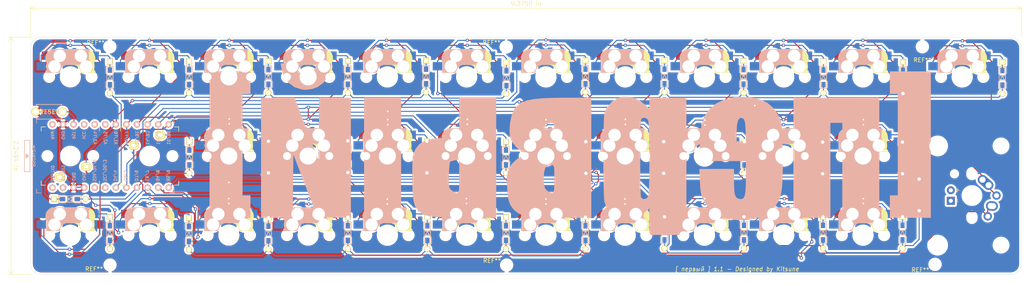
<source format=kicad_pcb>
(kicad_pcb (version 20171130) (host pcbnew "(5.1.5-0-10_14)")
  (layers (0 F.Cu signal) (31 B.Cu signal) (34 B.Paste user) (35 F.Paste user) (36 B.SilkS user) (37 F.SilkS user) (38 B.Mask user) (39 F.Mask user) (44 Edge.Cuts user))
  (net 0 "")
  (net 1 row0)
  (net 2 "Net-(D1-Pad1)")
  (net 3 "Net-(D2-Pad1)")
  (net 4 "Net-(D3-Pad1)")
  (net 5 "Net-(D4-Pad1)")
  (net 6 "Net-(D5-Pad1)")
  (net 7 "Net-(D6-Pad1)")
  (net 8 row1)
  (net 9 "Net-(D7-Pad1)")
  (net 10 "Net-(D8-Pad1)")
  (net 11 "Net-(D9-Pad1)")
  (net 12 "Net-(D10-Pad1)")
  (net 13 "Net-(D11-Pad1)")
  (net 14 "Net-(D12-Pad1)")
  (net 15 row2)
  (net 16 "Net-(D13-Pad1)")
  (net 17 "Net-(D14-Pad1)")
  (net 18 "Net-(D15-Pad1)")
  (net 19 "Net-(D16-Pad1)")
  (net 20 "Net-(D17-Pad1)")
  (net 21 "Net-(D18-Pad1)")
  (net 22 row3)
  (net 23 "Net-(D19-Pad1)")
  (net 24 "Net-(D20-Pad1)")
  (net 25 "Net-(D21-Pad1)")
  (net 26 "Net-(D22-Pad1)")
  (net 27 "Net-(D23-Pad1)")
  (net 28 "Net-(D24-Pad1)")
  (net 29 row4)
  (net 30 "Net-(D25-Pad1)")
  (net 31 "Net-(D26-Pad1)")
  (net 32 "Net-(D27-Pad1)")
  (net 33 "Net-(D28-Pad1)")
  (net 34 "Net-(D29-Pad1)")
  (net 35 "Net-(D30-Pad1)")
  (net 36 row5)
  (net 37 "Net-(D31-Pad1)")
  (net 38 "Net-(D32-Pad1)")
  (net 39 "Net-(D33-Pad1)")
  (net 40 "Net-(D34-Pad1)")
  (net 41 "Net-(D35-Pad1)")
  (net 42 GND)
  (net 43 reset)
  (net 44 col0)
  (net 45 col1)
  (net 46 col2)
  (net 47 col3)
  (net 48 col4)
  (net 49 col5)
  (net 50 "Net-(U1-Pad24)")
  (net 51 VCC)
  (net 52 "Net-(U1-Pad20)")
  (net 53 "Net-(U1-Pad19)")
  (net 54 "Net-(U1-Pad6)")
  (net 55 "Net-(U1-Pad5)")
  (net 56 "Net-(U1-Pad2)")
  (net 57 "Net-(U1-Pad1)")
  (module First_keyboard30:logo (layer B.Cu) (at 160.2 105.66 180)
    (fp_text reference G*** hide)
    (fp_text value LOGO hide)
  )
  (module kbd:ProMicro_v3 (layer B.Cu) (at 52.788 107.2986 270)
    (fp_text reference U1 hide)
    (fp_text value ProMicro hide)
    (fp_text user "" (at -1.2515 16.256 270) (layer F.SilkS))
    (fp_text user "" (at -0.545 17.4 270) (layer B.SilkS) (effects (justify mirror)))
    (fp_text user RAW (at -4.995 14.5 270 unlocked) (layer B.SilkS) (effects (font (size 0.75 0.67) (thickness 0.125)) (justify mirror)))
    (fp_text user GND (at -4.995 11.95 270 unlocked) (layer B.SilkS) (effects (font (size 0.75 0.67) (thickness 0.125)) (justify mirror)))
    (fp_text user RST (at -4.995 9.4 270 unlocked) (layer B.SilkS) (effects (font (size 0.75 0.67) (thickness 0.125)) (justify mirror)))
    (fp_text user VCC (at -4.995 6.95 270 unlocked) (layer B.SilkS) (effects (font (size 0.75 0.67) (thickness 0.125)) (justify mirror)))
    (fp_text user A3/F4 (at -4.395 4.25 270 unlocked) (layer B.SilkS) (effects (font (size 0.75 0.67) (thickness 0.125)) (justify mirror)))
    (fp_text user A2/F5 (at -4.395 1.75 270 unlocked) (layer B.SilkS) (effects (font (size 0.75 0.67) (thickness 0.125)) (justify mirror)))
    (fp_text user A1/F6 (at -4.395 -0.75 270 unlocked) (layer B.SilkS) (effects (font (size 0.75 0.67) (thickness 0.125)) (justify mirror)))
    (fp_text user A0/F7 (at -4.395 -3.3 270 unlocked) (layer B.SilkS) (effects (font (size 0.75 0.67) (thickness 0.125)) (justify mirror)))
    (fp_text user 15/B1 (at -4.395 -5.85 270 unlocked) (layer B.SilkS) (effects (font (size 0.75 0.67) (thickness 0.125)) (justify mirror)))
    (fp_text user 14/B3 (at -4.395 -8.4 270 unlocked) (layer B.SilkS) (effects (font (size 0.75 0.67) (thickness 0.125)) (justify mirror)))
    (fp_text user 10/B6 (at -4.395 -13.45 270 unlocked) (layer B.SilkS) (effects (font (size 0.75 0.67) (thickness 0.125)) (justify mirror)))
    (fp_text user 16/B2 (at -4.395 -10.95 270 unlocked) (layer B.SilkS) (effects (font (size 0.75 0.67) (thickness 0.125)) (justify mirror)))
    (fp_text user E6/7 (at 4.705 -8.25 270 unlocked) (layer B.SilkS) (effects (font (size 0.75 0.67) (thickness 0.125)) (justify mirror)))
    (fp_text user D7/6 (at 4.705 -5.7 270 unlocked) (layer B.SilkS) (effects (font (size 0.75 0.67) (thickness 0.125)) (justify mirror)))
    (fp_text user GND (at 4.955 9.35 270 unlocked) (layer B.SilkS) (effects (font (size 0.75 0.67) (thickness 0.125)) (justify mirror)))
    (fp_text user GND (at 4.955 6.9 270 unlocked) (layer B.SilkS) (effects (font (size 0.75 0.67) (thickness 0.125)) (justify mirror)))
    (fp_text user D3/TX0 (at 4.155 14.45 270 unlocked) (layer B.SilkS) (effects (font (size 0.75 0.67) (thickness 0.125)) (justify mirror)))
    (fp_text user D4/4 (at 4.705 -0.6 270 unlocked) (layer B.SilkS) (effects (font (size 0.75 0.67) (thickness 0.125)) (justify mirror)))
    (fp_text user SDA/D1/2 (at 3.455 4.4 270 unlocked) (layer B.SilkS) (effects (font (size 0.75 0.67) (thickness 0.125)) (justify mirror)))
    (fp_text user SCL/D0/3 (at 3.455 1.9 270 unlocked) (layer B.SilkS) (effects (font (size 0.75 0.67) (thickness 0.125)) (justify mirror)))
    (fp_text user C6/5 (at 4.705 -3.15 270 unlocked) (layer B.SilkS) (effects (font (size 0.75 0.67) (thickness 0.125)) (justify mirror)))
    (fp_text user B5/9 (at 4.705 -13.3 270 unlocked) (layer B.SilkS) (effects (font (size 0.75 0.67) (thickness 0.125)) (justify mirror)))
    (fp_text user D2/RX1 (at 4.155 11.9 270 unlocked) (layer B.SilkS) (effects (font (size 0.75 0.67) (thickness 0.125)) (justify mirror)))
    (fp_text user B4/8 (at 4.705 -10.8 270 unlocked) (layer B.SilkS) (effects (font (size 0.75 0.67) (thickness 0.125)) (justify mirror)))
    (fp_text user MicroUSB (at -0.05 18.95 270) (layer B.SilkS) (effects (font (size 0.75 0.75) (thickness 0.12)) (justify mirror)))
    (pad 24 thru_hole circle (at -7.6086 14.478 270) (size 1.524 1.524) (drill 0.8128) (layers *.Cu B.SilkS F.Mask) (net 50 "Net-(U1-Pad24)"))
    (pad 23 thru_hole circle (at -7.6086 11.938 270) (size 1.524 1.524) (drill 0.8128) (layers *.Cu B.SilkS F.Mask) (net 42 GND))
    (pad 22 thru_hole circle (at -7.6086 9.398 270) (size 1.524 1.524) (drill 0.8128) (layers *.Cu B.SilkS F.Mask) (net 43 reset))
    (pad 21 thru_hole circle (at -7.6086 6.858 270) (size 1.524 1.524) (drill 0.8128) (layers *.Cu B.SilkS F.Mask) (net 51 VCC))
    (pad 20 thru_hole circle (at -7.6086 4.318 270) (size 1.524 1.524) (drill 0.8128) (layers *.Cu B.SilkS F.Mask) (net 52 "Net-(U1-Pad20)"))
    (pad 19 thru_hole circle (at -7.6086 1.778 270) (size 1.524 1.524) (drill 0.8128) (layers *.Cu B.SilkS F.Mask) (net 53 "Net-(U1-Pad19)"))
    (pad 18 thru_hole circle (at -7.6086 -0.762 270) (size 1.524 1.524) (drill 0.8128) (layers *.Cu B.SilkS F.Mask) (net 44 col0))
    (pad 17 thru_hole circle (at -7.6086 -3.302 270) (size 1.524 1.524) (drill 0.8128) (layers *.Cu B.SilkS F.Mask) (net 45 col1))
    (pad 16 thru_hole circle (at -7.6086 -5.842 270) (size 1.524 1.524) (drill 0.8128) (layers *.Cu B.SilkS F.Mask) (net 46 col2))
    (pad 15 thru_hole circle (at -7.6086 -8.382 270) (size 1.524 1.524) (drill 0.8128) (layers *.Cu B.SilkS F.Mask) (net 47 col3))
    (pad 14 thru_hole circle (at -7.6086 -10.922 270) (size 1.524 1.524) (drill 0.8128) (layers *.Cu B.SilkS F.Mask) (net 48 col4))
    (pad 13 thru_hole circle (at -7.6086 -13.462 270) (size 1.524 1.524) (drill 0.8128) (layers *.Cu B.SilkS F.Mask) (net 49 col5))
    (pad 12 thru_hole circle (at 7.6114 -13.462 270) (size 1.524 1.524) (drill 0.8128) (layers *.Cu B.SilkS F.Mask) (net 36 row5))
    (pad 11 thru_hole circle (at 7.6114 -10.922 270) (size 1.524 1.524) (drill 0.8128) (layers *.Cu B.SilkS F.Mask) (net 29 row4))
    (pad 10 thru_hole circle (at 7.6114 -8.382 270) (size 1.524 1.524) (drill 0.8128) (layers *.Cu B.SilkS F.Mask) (net 22 row3))
    (pad 9 thru_hole circle (at 7.6114 -5.842 270) (size 1.524 1.524) (drill 0.8128) (layers *.Cu B.SilkS F.Mask) (net 15 row2))
    (pad 8 thru_hole circle (at 7.6114 -3.302 270) (size 1.524 1.524) (drill 0.8128) (layers *.Cu B.SilkS F.Mask) (net 8 row1))
    (pad 7 thru_hole circle (at 7.6114 -0.762 270) (size 1.524 1.524) (drill 0.8128) (layers *.Cu B.SilkS F.Mask) (net 1 row0))
    (pad 6 thru_hole circle (at 7.6114 1.778 270) (size 1.524 1.524) (drill 0.8128) (layers *.Cu B.SilkS F.Mask) (net 54 "Net-(U1-Pad6)"))
    (pad 5 thru_hole circle (at 7.6114 4.318 270) (size 1.524 1.524) (drill 0.8128) (layers *.Cu B.SilkS F.Mask) (net 55 "Net-(U1-Pad5)"))
    (pad 4 thru_hole circle (at 7.6114 6.858 270) (size 1.524 1.524) (drill 0.8128) (layers *.Cu B.SilkS F.Mask) (net 42 GND))
    (pad 3 thru_hole circle (at 7.6114 9.398 270) (size 1.524 1.524) (drill 0.8128) (layers *.Cu B.SilkS F.Mask) (net 42 GND))
    (pad 2 thru_hole circle (at 7.6114 11.938 270) (size 1.524 1.524) (drill 0.8128) (layers *.Cu B.SilkS F.Mask) (net 56 "Net-(U1-Pad2)"))
    (pad 1 thru_hole circle (at 7.6114 14.478 270) (size 1.524 1.524) (drill 0.8128) (layers *.Cu B.SilkS F.Mask) (net 57 "Net-(U1-Pad1)"))
  )
  (module kbd:CherryMX_1u (layer F.Cu) (at 61.66 107.31)
    (fp_text reference SW15 hide)
    (fp_text value KEY_SW hide)
    (pad 1 thru_hole oval (at -3.81 -2.54) (size 2.5 2) (drill oval 1.2 0.8) (layers *.Cu F.SilkS B.Mask) (net 45 col1))
    (pad 2 thru_hole oval (at 2.54 -5.08) (size 2.5 2) (drill oval 1.2 0.8) (layers *.Cu F.SilkS B.Mask) (net 17 "Net-(D14-Pad1)"))
    (pad "" np_thru_hole circle (at 5.5 0 90) (size 1.9 1.9) (drill 1.9) (layers *.Cu *.Mask))
    (pad "" np_thru_hole circle (at -5.5 0 90) (size 1.9 1.9) (drill 1.9) (layers *.Cu *.Mask))
    (pad "" np_thru_hole circle (at 0 0 90) (size 4 4) (drill 4) (layers *.Cu *.Mask))
  )
  (module kbd:CherryMX_1u (layer F.Cu) (at 42.61 107.31 180)
    (fp_text reference SW14 hide)
    (fp_text value KEY_SW hide)
    (pad 1 thru_hole oval (at -3.81 -2.54 180) (size 2.5 2) (drill oval 1.2 0.8) (layers *.Cu F.SilkS B.Mask) (net 44 col0))
    (pad 2 thru_hole oval (at 2.54 -5.08 180) (size 2.5 2) (drill oval 1.2 0.8) (layers *.Cu F.SilkS B.Mask) (net 16 "Net-(D13-Pad1)"))
    (pad "" np_thru_hole circle (at 5.5 0 270) (size 1.9 1.9) (drill 1.9) (layers *.Cu *.Mask))
    (pad "" np_thru_hole circle (at -5.5 0 270) (size 1.9 1.9) (drill 1.9) (layers *.Cu *.Mask))
    (pad "" np_thru_hole circle (at 0 0 270) (size 4 4) (drill 4) (layers *.Cu *.Mask))
  )
  (module MountingHole:MountingHole_2.2mm_M2 (layer F.Cu) (at 147.46 133.56 90)
    (fp_text reference REF** (at 1.06 -3.5 180) (layer F.SilkS))
    (fp_text value MountingHole_2.2mm_M2)
    (pad 1 np_thru_hole circle (at 0 0 90) (size 2.2 2.2) (drill 2.2) (layers *.Cu *.Mask))
  )
  (module kbd:CherryMX_Hotswap (layer F.Cu) (at 233.11 126.36)
    (fp_text reference SW35 hide)
    (fp_text value KEY_SW hide)
    (pad 2 smd rect (at 5.7 -5.12 180) (size 2.3 2) (layers B.Cu B.Paste B.Mask) (net 40 "Net-(D34-Pad1)"))
    (pad "" np_thru_hole circle (at -5.08 0) (size 1.9 1.9) (drill 1.9) (layers *.Cu *.Mask F.SilkS))
    (pad "" np_thru_hole circle (at 5.08 0) (size 1.9 1.9) (drill 1.9) (layers *.Cu *.Mask F.SilkS))
    (pad "" np_thru_hole circle (at 0 0 90) (size 4.1 4.1) (drill 4.1) (layers *.Cu *.Mask F.SilkS))
    (pad "" np_thru_hole circle (at 2.54 -5.08 180) (size 3 3) (drill 3) (layers *.Cu *.Mask))
    (pad "" np_thru_hole circle (at 3.81 -2.540001 180) (size 3 3) (drill 3) (layers *.Cu *.Mask))
    (pad "" np_thru_hole circle (at -2.54 -5.08 180) (size 3 3) (drill 3) (layers *.Cu *.Mask))
    (pad "" np_thru_hole circle (at -3.81 -2.54 180) (size 3 3) (drill 3) (layers *.Cu *.Mask))
    (pad 2 smd rect (at -5.7 -5.12 180) (size 2.3 2) (layers F.Cu F.Paste F.Mask) (net 40 "Net-(D34-Pad1)"))
    (pad 1 smd rect (at 7 -2.58 180) (size 2.3 2) (layers F.Cu F.Paste F.Mask) (net 47 col3))
    (pad 1 smd rect (at -7 -2.58 180) (size 2.3 2) (layers B.Cu B.Paste B.Mask) (net 47 col3))
  )
  (module kbd:CherryMX_Hotswap (layer F.Cu) (at 214.06 126.36)
    (fp_text reference SW34 hide)
    (fp_text value KEY_SW hide)
    (pad 2 smd rect (at 5.7 -5.12 180) (size 2.3 2) (layers B.Cu B.Paste B.Mask) (net 39 "Net-(D33-Pad1)"))
    (pad "" np_thru_hole circle (at -5.08 0) (size 1.9 1.9) (drill 1.9) (layers *.Cu *.Mask F.SilkS))
    (pad "" np_thru_hole circle (at 5.08 0) (size 1.9 1.9) (drill 1.9) (layers *.Cu *.Mask F.SilkS))
    (pad "" np_thru_hole circle (at 0 0 90) (size 4.1 4.1) (drill 4.1) (layers *.Cu *.Mask F.SilkS))
    (pad "" np_thru_hole circle (at 2.54 -5.08 180) (size 3 3) (drill 3) (layers *.Cu *.Mask))
    (pad "" np_thru_hole circle (at 3.81 -2.540001 180) (size 3 3) (drill 3) (layers *.Cu *.Mask))
    (pad "" np_thru_hole circle (at -2.54 -5.08 180) (size 3 3) (drill 3) (layers *.Cu *.Mask))
    (pad "" np_thru_hole circle (at -3.81 -2.54 180) (size 3 3) (drill 3) (layers *.Cu *.Mask))
    (pad 2 smd rect (at -5.7 -5.12 180) (size 2.3 2) (layers F.Cu F.Paste F.Mask) (net 39 "Net-(D33-Pad1)"))
    (pad 1 smd rect (at 7 -2.58 180) (size 2.3 2) (layers F.Cu F.Paste F.Mask) (net 46 col2))
    (pad 1 smd rect (at -7 -2.58 180) (size 2.3 2) (layers B.Cu B.Paste B.Mask) (net 46 col2))
  )
  (module kbd:CherryMX_Hotswap (layer F.Cu) (at 195.01 126.36)
    (fp_text reference SW33 hide)
    (fp_text value KEY_SW hide)
    (pad 2 smd rect (at 5.7 -5.12 180) (size 2.3 2) (layers B.Cu B.Paste B.Mask) (net 38 "Net-(D32-Pad1)"))
    (pad "" np_thru_hole circle (at -5.08 0) (size 1.9 1.9) (drill 1.9) (layers *.Cu *.Mask F.SilkS))
    (pad "" np_thru_hole circle (at 5.08 0) (size 1.9 1.9) (drill 1.9) (layers *.Cu *.Mask F.SilkS))
    (pad "" np_thru_hole circle (at 0 0 90) (size 4.1 4.1) (drill 4.1) (layers *.Cu *.Mask F.SilkS))
    (pad "" np_thru_hole circle (at 2.54 -5.08 180) (size 3 3) (drill 3) (layers *.Cu *.Mask))
    (pad "" np_thru_hole circle (at 3.81 -2.540001 180) (size 3 3) (drill 3) (layers *.Cu *.Mask))
    (pad "" np_thru_hole circle (at -2.54 -5.08 180) (size 3 3) (drill 3) (layers *.Cu *.Mask))
    (pad "" np_thru_hole circle (at -3.81 -2.54 180) (size 3 3) (drill 3) (layers *.Cu *.Mask))
    (pad 2 smd rect (at -5.7 -5.12 180) (size 2.3 2) (layers F.Cu F.Paste F.Mask) (net 38 "Net-(D32-Pad1)"))
    (pad 1 smd rect (at 7 -2.58 180) (size 2.3 2) (layers F.Cu F.Paste F.Mask) (net 45 col1))
    (pad 1 smd rect (at -7 -2.58 180) (size 2.3 2) (layers B.Cu B.Paste B.Mask) (net 45 col1))
  )
  (module kbd:CherryMX_Hotswap (layer F.Cu) (at 175.96 126.36)
    (fp_text reference SW32 hide)
    (fp_text value KEY_SW hide)
    (pad 2 smd rect (at 5.7 -5.12 180) (size 2.3 2) (layers B.Cu B.Paste B.Mask) (net 37 "Net-(D31-Pad1)"))
    (pad "" np_thru_hole circle (at -5.08 0) (size 1.9 1.9) (drill 1.9) (layers *.Cu *.Mask F.SilkS))
    (pad "" np_thru_hole circle (at 5.08 0) (size 1.9 1.9) (drill 1.9) (layers *.Cu *.Mask F.SilkS))
    (pad "" np_thru_hole circle (at 0 0 90) (size 4.1 4.1) (drill 4.1) (layers *.Cu *.Mask F.SilkS))
    (pad "" np_thru_hole circle (at 2.54 -5.08 180) (size 3 3) (drill 3) (layers *.Cu *.Mask))
    (pad "" np_thru_hole circle (at 3.81 -2.540001 180) (size 3 3) (drill 3) (layers *.Cu *.Mask))
    (pad "" np_thru_hole circle (at -2.54 -5.08 180) (size 3 3) (drill 3) (layers *.Cu *.Mask))
    (pad "" np_thru_hole circle (at -3.81 -2.54 180) (size 3 3) (drill 3) (layers *.Cu *.Mask))
    (pad 2 smd rect (at -5.7 -5.12 180) (size 2.3 2) (layers F.Cu F.Paste F.Mask) (net 37 "Net-(D31-Pad1)"))
    (pad 1 smd rect (at 7 -2.58 180) (size 2.3 2) (layers F.Cu F.Paste F.Mask) (net 44 col0))
    (pad 1 smd rect (at -7 -2.58 180) (size 2.3 2) (layers B.Cu B.Paste B.Mask) (net 44 col0))
  )
  (module kbd:CherryMX_Hotswap (layer F.Cu) (at 156.91 126.36)
    (fp_text reference SW31 hide)
    (fp_text value KEY_SW hide)
    (pad 2 smd rect (at 5.7 -5.12 180) (size 2.3 2) (layers B.Cu B.Paste B.Mask) (net 35 "Net-(D30-Pad1)"))
    (pad "" np_thru_hole circle (at -5.08 0) (size 1.9 1.9) (drill 1.9) (layers *.Cu *.Mask F.SilkS))
    (pad "" np_thru_hole circle (at 5.08 0) (size 1.9 1.9) (drill 1.9) (layers *.Cu *.Mask F.SilkS))
    (pad "" np_thru_hole circle (at 0 0 90) (size 4.1 4.1) (drill 4.1) (layers *.Cu *.Mask F.SilkS))
    (pad "" np_thru_hole circle (at 2.54 -5.08 180) (size 3 3) (drill 3) (layers *.Cu *.Mask))
    (pad "" np_thru_hole circle (at 3.81 -2.540001 180) (size 3 3) (drill 3) (layers *.Cu *.Mask))
    (pad "" np_thru_hole circle (at -2.54 -5.08 180) (size 3 3) (drill 3) (layers *.Cu *.Mask))
    (pad "" np_thru_hole circle (at -3.81 -2.54 180) (size 3 3) (drill 3) (layers *.Cu *.Mask))
    (pad 2 smd rect (at -5.7 -5.12 180) (size 2.3 2) (layers F.Cu F.Paste F.Mask) (net 35 "Net-(D30-Pad1)"))
    (pad 1 smd rect (at 7 -2.58 180) (size 2.3 2) (layers F.Cu F.Paste F.Mask) (net 49 col5))
    (pad 1 smd rect (at -7 -2.58 180) (size 2.3 2) (layers B.Cu B.Paste B.Mask) (net 49 col5))
  )
  (module kbd:CherryMX_Hotswap (layer F.Cu) (at 137.86 126.36)
    (fp_text reference SW30 hide)
    (fp_text value KEY_SW hide)
    (pad 2 smd rect (at 5.7 -5.12 180) (size 2.3 2) (layers B.Cu B.Paste B.Mask) (net 34 "Net-(D29-Pad1)"))
    (pad "" np_thru_hole circle (at -5.08 0) (size 1.9 1.9) (drill 1.9) (layers *.Cu *.Mask F.SilkS))
    (pad "" np_thru_hole circle (at 5.08 0) (size 1.9 1.9) (drill 1.9) (layers *.Cu *.Mask F.SilkS))
    (pad "" np_thru_hole circle (at 0 0 90) (size 4.1 4.1) (drill 4.1) (layers *.Cu *.Mask F.SilkS))
    (pad "" np_thru_hole circle (at 2.54 -5.08 180) (size 3 3) (drill 3) (layers *.Cu *.Mask))
    (pad "" np_thru_hole circle (at 3.81 -2.540001 180) (size 3 3) (drill 3) (layers *.Cu *.Mask))
    (pad "" np_thru_hole circle (at -2.54 -5.08 180) (size 3 3) (drill 3) (layers *.Cu *.Mask))
    (pad "" np_thru_hole circle (at -3.81 -2.54 180) (size 3 3) (drill 3) (layers *.Cu *.Mask))
    (pad 2 smd rect (at -5.7 -5.12 180) (size 2.3 2) (layers F.Cu F.Paste F.Mask) (net 34 "Net-(D29-Pad1)"))
    (pad 1 smd rect (at 7 -2.58 180) (size 2.3 2) (layers F.Cu F.Paste F.Mask) (net 48 col4))
    (pad 1 smd rect (at -7 -2.58 180) (size 2.3 2) (layers B.Cu B.Paste B.Mask) (net 48 col4))
  )
  (module kbd:CherryMX_Hotswap (layer F.Cu) (at 118.81 126.36)
    (fp_text reference SW29 hide)
    (fp_text value KEY_SW hide)
    (pad 2 smd rect (at 5.7 -5.12 180) (size 2.3 2) (layers B.Cu B.Paste B.Mask) (net 33 "Net-(D28-Pad1)"))
    (pad "" np_thru_hole circle (at -5.08 0) (size 1.9 1.9) (drill 1.9) (layers *.Cu *.Mask F.SilkS))
    (pad "" np_thru_hole circle (at 5.08 0) (size 1.9 1.9) (drill 1.9) (layers *.Cu *.Mask F.SilkS))
    (pad "" np_thru_hole circle (at 0 0 90) (size 4.1 4.1) (drill 4.1) (layers *.Cu *.Mask F.SilkS))
    (pad "" np_thru_hole circle (at 2.54 -5.08 180) (size 3 3) (drill 3) (layers *.Cu *.Mask))
    (pad "" np_thru_hole circle (at 3.81 -2.540001 180) (size 3 3) (drill 3) (layers *.Cu *.Mask))
    (pad "" np_thru_hole circle (at -2.54 -5.08 180) (size 3 3) (drill 3) (layers *.Cu *.Mask))
    (pad "" np_thru_hole circle (at -3.81 -2.54 180) (size 3 3) (drill 3) (layers *.Cu *.Mask))
    (pad 2 smd rect (at -5.7 -5.12 180) (size 2.3 2) (layers F.Cu F.Paste F.Mask) (net 33 "Net-(D28-Pad1)"))
    (pad 1 smd rect (at 7 -2.58 180) (size 2.3 2) (layers F.Cu F.Paste F.Mask) (net 47 col3))
    (pad 1 smd rect (at -7 -2.58 180) (size 2.3 2) (layers B.Cu B.Paste B.Mask) (net 47 col3))
  )
  (module kbd:CherryMX_Hotswap (layer F.Cu) (at 99.76 126.36)
    (fp_text reference SW28 hide)
    (fp_text value KEY_SW hide)
    (pad 2 smd rect (at 5.7 -5.12 180) (size 2.3 2) (layers B.Cu B.Paste B.Mask) (net 32 "Net-(D27-Pad1)"))
    (pad "" np_thru_hole circle (at -5.08 0) (size 1.9 1.9) (drill 1.9) (layers *.Cu *.Mask F.SilkS))
    (pad "" np_thru_hole circle (at 5.08 0) (size 1.9 1.9) (drill 1.9) (layers *.Cu *.Mask F.SilkS))
    (pad "" np_thru_hole circle (at 0 0 90) (size 4.1 4.1) (drill 4.1) (layers *.Cu *.Mask F.SilkS))
    (pad "" np_thru_hole circle (at 2.54 -5.08 180) (size 3 3) (drill 3) (layers *.Cu *.Mask))
    (pad "" np_thru_hole circle (at 3.81 -2.540001 180) (size 3 3) (drill 3) (layers *.Cu *.Mask))
    (pad "" np_thru_hole circle (at -2.54 -5.08 180) (size 3 3) (drill 3) (layers *.Cu *.Mask))
    (pad "" np_thru_hole circle (at -3.81 -2.54 180) (size 3 3) (drill 3) (layers *.Cu *.Mask))
    (pad 2 smd rect (at -5.7 -5.12 180) (size 2.3 2) (layers F.Cu F.Paste F.Mask) (net 32 "Net-(D27-Pad1)"))
    (pad 1 smd rect (at 7 -2.58 180) (size 2.3 2) (layers F.Cu F.Paste F.Mask) (net 46 col2))
    (pad 1 smd rect (at -7 -2.58 180) (size 2.3 2) (layers B.Cu B.Paste B.Mask) (net 46 col2))
  )
  (module kbd:CherryMX_Hotswap (layer F.Cu) (at 80.71 126.36)
    (fp_text reference SW27 hide)
    (fp_text value KEY_SW hide)
    (pad 2 smd rect (at 5.7 -5.12 180) (size 2.3 2) (layers B.Cu B.Paste B.Mask) (net 31 "Net-(D26-Pad1)"))
    (pad "" np_thru_hole circle (at -5.08 0) (size 1.9 1.9) (drill 1.9) (layers *.Cu *.Mask F.SilkS))
    (pad "" np_thru_hole circle (at 5.08 0) (size 1.9 1.9) (drill 1.9) (layers *.Cu *.Mask F.SilkS))
    (pad "" np_thru_hole circle (at 0 0 90) (size 4.1 4.1) (drill 4.1) (layers *.Cu *.Mask F.SilkS))
    (pad "" np_thru_hole circle (at 2.54 -5.08 180) (size 3 3) (drill 3) (layers *.Cu *.Mask))
    (pad "" np_thru_hole circle (at 3.81 -2.540001 180) (size 3 3) (drill 3) (layers *.Cu *.Mask))
    (pad "" np_thru_hole circle (at -2.54 -5.08 180) (size 3 3) (drill 3) (layers *.Cu *.Mask))
    (pad "" np_thru_hole circle (at -3.81 -2.54 180) (size 3 3) (drill 3) (layers *.Cu *.Mask))
    (pad 2 smd rect (at -5.7 -5.12 180) (size 2.3 2) (layers F.Cu F.Paste F.Mask) (net 31 "Net-(D26-Pad1)"))
    (pad 1 smd rect (at 7 -2.58 180) (size 2.3 2) (layers F.Cu F.Paste F.Mask) (net 45 col1))
    (pad 1 smd rect (at -7 -2.58 180) (size 2.3 2) (layers B.Cu B.Paste B.Mask) (net 45 col1))
  )
  (module kbd:CherryMX_Hotswap (layer F.Cu) (at 61.66 126.36)
    (fp_text reference SW26 hide)
    (fp_text value KEY_SW hide)
    (pad 2 smd rect (at 5.7 -5.12 180) (size 2.3 2) (layers B.Cu B.Paste B.Mask) (net 30 "Net-(D25-Pad1)"))
    (pad "" np_thru_hole circle (at -5.08 0) (size 1.9 1.9) (drill 1.9) (layers *.Cu *.Mask F.SilkS))
    (pad "" np_thru_hole circle (at 5.08 0) (size 1.9 1.9) (drill 1.9) (layers *.Cu *.Mask F.SilkS))
    (pad "" np_thru_hole circle (at 0 0 90) (size 4.1 4.1) (drill 4.1) (layers *.Cu *.Mask F.SilkS))
    (pad "" np_thru_hole circle (at 2.54 -5.08 180) (size 3 3) (drill 3) (layers *.Cu *.Mask))
    (pad "" np_thru_hole circle (at 3.81 -2.540001 180) (size 3 3) (drill 3) (layers *.Cu *.Mask))
    (pad "" np_thru_hole circle (at -2.54 -5.08 180) (size 3 3) (drill 3) (layers *.Cu *.Mask))
    (pad "" np_thru_hole circle (at -3.81 -2.54 180) (size 3 3) (drill 3) (layers *.Cu *.Mask))
    (pad 2 smd rect (at -5.7 -5.12 180) (size 2.3 2) (layers F.Cu F.Paste F.Mask) (net 30 "Net-(D25-Pad1)"))
    (pad 1 smd rect (at 7 -2.58 180) (size 2.3 2) (layers F.Cu F.Paste F.Mask) (net 44 col0))
    (pad 1 smd rect (at -7 -2.58 180) (size 2.3 2) (layers B.Cu B.Paste B.Mask) (net 44 col0))
  )
  (module kbd:CherryMX_Hotswap (layer F.Cu) (at 42.61 126.36)
    (fp_text reference SW25 hide)
    (fp_text value KEY_SW hide)
    (pad 2 smd rect (at 5.7 -5.12 180) (size 2.3 2) (layers B.Cu B.Paste B.Mask) (net 28 "Net-(D24-Pad1)"))
    (pad "" np_thru_hole circle (at -5.08 0) (size 1.9 1.9) (drill 1.9) (layers *.Cu *.Mask F.SilkS))
    (pad "" np_thru_hole circle (at 5.08 0) (size 1.9 1.9) (drill 1.9) (layers *.Cu *.Mask F.SilkS))
    (pad "" np_thru_hole circle (at 0 0 90) (size 4.1 4.1) (drill 4.1) (layers *.Cu *.Mask F.SilkS))
    (pad "" np_thru_hole circle (at 2.54 -5.08 180) (size 3 3) (drill 3) (layers *.Cu *.Mask))
    (pad "" np_thru_hole circle (at 3.81 -2.540001 180) (size 3 3) (drill 3) (layers *.Cu *.Mask))
    (pad "" np_thru_hole circle (at -2.54 -5.08 180) (size 3 3) (drill 3) (layers *.Cu *.Mask))
    (pad "" np_thru_hole circle (at -3.81 -2.54 180) (size 3 3) (drill 3) (layers *.Cu *.Mask))
    (pad 2 smd rect (at -5.7 -5.12 180) (size 2.3 2) (layers F.Cu F.Paste F.Mask) (net 28 "Net-(D24-Pad1)"))
    (pad 1 smd rect (at 7 -2.58 180) (size 2.3 2) (layers F.Cu F.Paste F.Mask) (net 49 col5))
    (pad 1 smd rect (at -7 -2.58 180) (size 2.3 2) (layers B.Cu B.Paste B.Mask) (net 49 col5))
  )
  (module kbd:CherryMX_Hotswap (layer F.Cu) (at 233.11 107.31)
    (fp_text reference SW24 hide)
    (fp_text value KEY_SW hide)
    (pad 2 smd rect (at 5.7 -5.12 180) (size 2.3 2) (layers B.Cu B.Paste B.Mask) (net 27 "Net-(D23-Pad1)"))
    (pad "" np_thru_hole circle (at -5.08 0) (size 1.9 1.9) (drill 1.9) (layers *.Cu *.Mask F.SilkS))
    (pad "" np_thru_hole circle (at 5.08 0) (size 1.9 1.9) (drill 1.9) (layers *.Cu *.Mask F.SilkS))
    (pad "" np_thru_hole circle (at 0 0 90) (size 4.1 4.1) (drill 4.1) (layers *.Cu *.Mask F.SilkS))
    (pad "" np_thru_hole circle (at 2.54 -5.08 180) (size 3 3) (drill 3) (layers *.Cu *.Mask))
    (pad "" np_thru_hole circle (at 3.81 -2.540001 180) (size 3 3) (drill 3) (layers *.Cu *.Mask))
    (pad "" np_thru_hole circle (at -2.54 -5.08 180) (size 3 3) (drill 3) (layers *.Cu *.Mask))
    (pad "" np_thru_hole circle (at -3.81 -2.54 180) (size 3 3) (drill 3) (layers *.Cu *.Mask))
    (pad 2 smd rect (at -5.7 -5.12 180) (size 2.3 2) (layers F.Cu F.Paste F.Mask) (net 27 "Net-(D23-Pad1)"))
    (pad 1 smd rect (at 7 -2.58 180) (size 2.3 2) (layers F.Cu F.Paste F.Mask) (net 48 col4))
    (pad 1 smd rect (at -7 -2.58 180) (size 2.3 2) (layers B.Cu B.Paste B.Mask) (net 48 col4))
  )
  (module kbd:CherryMX_Hotswap (layer F.Cu) (at 214.06 107.31)
    (fp_text reference SW23 hide)
    (fp_text value KEY_SW hide)
    (pad 2 smd rect (at 5.7 -5.12 180) (size 2.3 2) (layers B.Cu B.Paste B.Mask) (net 26 "Net-(D22-Pad1)"))
    (pad "" np_thru_hole circle (at -5.08 0) (size 1.9 1.9) (drill 1.9) (layers *.Cu *.Mask F.SilkS))
    (pad "" np_thru_hole circle (at 5.08 0) (size 1.9 1.9) (drill 1.9) (layers *.Cu *.Mask F.SilkS))
    (pad "" np_thru_hole circle (at 0 0 90) (size 4.1 4.1) (drill 4.1) (layers *.Cu *.Mask F.SilkS))
    (pad "" np_thru_hole circle (at 2.54 -5.08 180) (size 3 3) (drill 3) (layers *.Cu *.Mask))
    (pad "" np_thru_hole circle (at 3.81 -2.540001 180) (size 3 3) (drill 3) (layers *.Cu *.Mask))
    (pad "" np_thru_hole circle (at -2.54 -5.08 180) (size 3 3) (drill 3) (layers *.Cu *.Mask))
    (pad "" np_thru_hole circle (at -3.81 -2.54 180) (size 3 3) (drill 3) (layers *.Cu *.Mask))
    (pad 2 smd rect (at -5.7 -5.12 180) (size 2.3 2) (layers F.Cu F.Paste F.Mask) (net 26 "Net-(D22-Pad1)"))
    (pad 1 smd rect (at 7 -2.58 180) (size 2.3 2) (layers F.Cu F.Paste F.Mask) (net 47 col3))
    (pad 1 smd rect (at -7 -2.58 180) (size 2.3 2) (layers B.Cu B.Paste B.Mask) (net 47 col3))
  )
  (module kbd:CherryMX_Hotswap (layer F.Cu) (at 195.01 107.31)
    (fp_text reference SW22 hide)
    (fp_text value KEY_SW hide)
    (pad 2 smd rect (at 5.7 -5.12 180) (size 2.3 2) (layers B.Cu B.Paste B.Mask) (net 25 "Net-(D21-Pad1)"))
    (pad "" np_thru_hole circle (at -5.08 0) (size 1.9 1.9) (drill 1.9) (layers *.Cu *.Mask F.SilkS))
    (pad "" np_thru_hole circle (at 5.08 0) (size 1.9 1.9) (drill 1.9) (layers *.Cu *.Mask F.SilkS))
    (pad "" np_thru_hole circle (at 0 0 90) (size 4.1 4.1) (drill 4.1) (layers *.Cu *.Mask F.SilkS))
    (pad "" np_thru_hole circle (at 2.54 -5.08 180) (size 3 3) (drill 3) (layers *.Cu *.Mask))
    (pad "" np_thru_hole circle (at 3.81 -2.540001 180) (size 3 3) (drill 3) (layers *.Cu *.Mask))
    (pad "" np_thru_hole circle (at -2.54 -5.08 180) (size 3 3) (drill 3) (layers *.Cu *.Mask))
    (pad "" np_thru_hole circle (at -3.81 -2.54 180) (size 3 3) (drill 3) (layers *.Cu *.Mask))
    (pad 2 smd rect (at -5.7 -5.12 180) (size 2.3 2) (layers F.Cu F.Paste F.Mask) (net 25 "Net-(D21-Pad1)"))
    (pad 1 smd rect (at 7 -2.58 180) (size 2.3 2) (layers F.Cu F.Paste F.Mask) (net 46 col2))
    (pad 1 smd rect (at -7 -2.58 180) (size 2.3 2) (layers B.Cu B.Paste B.Mask) (net 46 col2))
  )
  (module kbd:CherryMX_Hotswap (layer F.Cu) (at 175.96 107.31)
    (fp_text reference SW21 hide)
    (fp_text value KEY_SW hide)
    (pad 2 smd rect (at 5.7 -5.12 180) (size 2.3 2) (layers B.Cu B.Paste B.Mask) (net 24 "Net-(D20-Pad1)"))
    (pad "" np_thru_hole circle (at -5.08 0) (size 1.9 1.9) (drill 1.9) (layers *.Cu *.Mask F.SilkS))
    (pad "" np_thru_hole circle (at 5.08 0) (size 1.9 1.9) (drill 1.9) (layers *.Cu *.Mask F.SilkS))
    (pad "" np_thru_hole circle (at 0 0 90) (size 4.1 4.1) (drill 4.1) (layers *.Cu *.Mask F.SilkS))
    (pad "" np_thru_hole circle (at 2.54 -5.08 180) (size 3 3) (drill 3) (layers *.Cu *.Mask))
    (pad "" np_thru_hole circle (at 3.81 -2.540001 180) (size 3 3) (drill 3) (layers *.Cu *.Mask))
    (pad "" np_thru_hole circle (at -2.54 -5.08 180) (size 3 3) (drill 3) (layers *.Cu *.Mask))
    (pad "" np_thru_hole circle (at -3.81 -2.54 180) (size 3 3) (drill 3) (layers *.Cu *.Mask))
    (pad 2 smd rect (at -5.7 -5.12 180) (size 2.3 2) (layers F.Cu F.Paste F.Mask) (net 24 "Net-(D20-Pad1)"))
    (pad 1 smd rect (at 7 -2.58 180) (size 2.3 2) (layers F.Cu F.Paste F.Mask) (net 45 col1))
    (pad 1 smd rect (at -7 -2.58 180) (size 2.3 2) (layers B.Cu B.Paste B.Mask) (net 45 col1))
  )
  (module kbd:CherryMX_Hotswap (layer F.Cu) (at 156.91 107.31)
    (fp_text reference SW20 hide)
    (fp_text value KEY_SW hide)
    (pad 2 smd rect (at 5.7 -5.12 180) (size 2.3 2) (layers B.Cu B.Paste B.Mask) (net 23 "Net-(D19-Pad1)"))
    (pad "" np_thru_hole circle (at -5.08 0) (size 1.9 1.9) (drill 1.9) (layers *.Cu *.Mask F.SilkS))
    (pad "" np_thru_hole circle (at 5.08 0) (size 1.9 1.9) (drill 1.9) (layers *.Cu *.Mask F.SilkS))
    (pad "" np_thru_hole circle (at 0 0 90) (size 4.1 4.1) (drill 4.1) (layers *.Cu *.Mask F.SilkS))
    (pad "" np_thru_hole circle (at 2.54 -5.08 180) (size 3 3) (drill 3) (layers *.Cu *.Mask))
    (pad "" np_thru_hole circle (at 3.81 -2.540001 180) (size 3 3) (drill 3) (layers *.Cu *.Mask))
    (pad "" np_thru_hole circle (at -2.54 -5.08 180) (size 3 3) (drill 3) (layers *.Cu *.Mask))
    (pad "" np_thru_hole circle (at -3.81 -2.54 180) (size 3 3) (drill 3) (layers *.Cu *.Mask))
    (pad 2 smd rect (at -5.7 -5.12 180) (size 2.3 2) (layers F.Cu F.Paste F.Mask) (net 23 "Net-(D19-Pad1)"))
    (pad 1 smd rect (at 7 -2.58 180) (size 2.3 2) (layers F.Cu F.Paste F.Mask) (net 44 col0))
    (pad 1 smd rect (at -7 -2.58 180) (size 2.3 2) (layers B.Cu B.Paste B.Mask) (net 44 col0))
  )
  (module kbd:CherryMX_Hotswap (layer F.Cu) (at 137.86 107.31)
    (fp_text reference SW19 hide)
    (fp_text value KEY_SW hide)
    (pad 2 smd rect (at 5.7 -5.12 180) (size 2.3 2) (layers B.Cu B.Paste B.Mask) (net 21 "Net-(D18-Pad1)"))
    (pad "" np_thru_hole circle (at -5.08 0) (size 1.9 1.9) (drill 1.9) (layers *.Cu *.Mask F.SilkS))
    (pad "" np_thru_hole circle (at 5.08 0) (size 1.9 1.9) (drill 1.9) (layers *.Cu *.Mask F.SilkS))
    (pad "" np_thru_hole circle (at 0 0 90) (size 4.1 4.1) (drill 4.1) (layers *.Cu *.Mask F.SilkS))
    (pad "" np_thru_hole circle (at 2.54 -5.08 180) (size 3 3) (drill 3) (layers *.Cu *.Mask))
    (pad "" np_thru_hole circle (at 3.81 -2.540001 180) (size 3 3) (drill 3) (layers *.Cu *.Mask))
    (pad "" np_thru_hole circle (at -2.54 -5.08 180) (size 3 3) (drill 3) (layers *.Cu *.Mask))
    (pad "" np_thru_hole circle (at -3.81 -2.54 180) (size 3 3) (drill 3) (layers *.Cu *.Mask))
    (pad 2 smd rect (at -5.7 -5.12 180) (size 2.3 2) (layers F.Cu F.Paste F.Mask) (net 21 "Net-(D18-Pad1)"))
    (pad 1 smd rect (at 7 -2.58 180) (size 2.3 2) (layers F.Cu F.Paste F.Mask) (net 49 col5))
    (pad 1 smd rect (at -7 -2.58 180) (size 2.3 2) (layers B.Cu B.Paste B.Mask) (net 49 col5))
  )
  (module kbd:CherryMX_Hotswap (layer F.Cu) (at 118.81 107.31)
    (fp_text reference SW18 hide)
    (fp_text value KEY_SW hide)
    (pad 2 smd rect (at 5.7 -5.12 180) (size 2.3 2) (layers B.Cu B.Paste B.Mask) (net 20 "Net-(D17-Pad1)"))
    (pad "" np_thru_hole circle (at -5.08 0) (size 1.9 1.9) (drill 1.9) (layers *.Cu *.Mask F.SilkS))
    (pad "" np_thru_hole circle (at 5.08 0) (size 1.9 1.9) (drill 1.9) (layers *.Cu *.Mask F.SilkS))
    (pad "" np_thru_hole circle (at 0 0 90) (size 4.1 4.1) (drill 4.1) (layers *.Cu *.Mask F.SilkS))
    (pad "" np_thru_hole circle (at 2.54 -5.08 180) (size 3 3) (drill 3) (layers *.Cu *.Mask))
    (pad "" np_thru_hole circle (at 3.81 -2.540001 180) (size 3 3) (drill 3) (layers *.Cu *.Mask))
    (pad "" np_thru_hole circle (at -2.54 -5.08 180) (size 3 3) (drill 3) (layers *.Cu *.Mask))
    (pad "" np_thru_hole circle (at -3.81 -2.54 180) (size 3 3) (drill 3) (layers *.Cu *.Mask))
    (pad 2 smd rect (at -5.7 -5.12 180) (size 2.3 2) (layers F.Cu F.Paste F.Mask) (net 20 "Net-(D17-Pad1)"))
    (pad 1 smd rect (at 7 -2.58 180) (size 2.3 2) (layers F.Cu F.Paste F.Mask) (net 48 col4))
    (pad 1 smd rect (at -7 -2.58 180) (size 2.3 2) (layers B.Cu B.Paste B.Mask) (net 48 col4))
  )
  (module kbd:CherryMX_Hotswap (layer F.Cu) (at 99.76 107.31)
    (fp_text reference SW17 hide)
    (fp_text value KEY_SW hide)
    (pad 2 smd rect (at 5.7 -5.12 180) (size 2.3 2) (layers B.Cu B.Paste B.Mask) (net 19 "Net-(D16-Pad1)"))
    (pad "" np_thru_hole circle (at -5.08 0) (size 1.9 1.9) (drill 1.9) (layers *.Cu *.Mask F.SilkS))
    (pad "" np_thru_hole circle (at 5.08 0) (size 1.9 1.9) (drill 1.9) (layers *.Cu *.Mask F.SilkS))
    (pad "" np_thru_hole circle (at 0 0 90) (size 4.1 4.1) (drill 4.1) (layers *.Cu *.Mask F.SilkS))
    (pad "" np_thru_hole circle (at 2.54 -5.08 180) (size 3 3) (drill 3) (layers *.Cu *.Mask))
    (pad "" np_thru_hole circle (at 3.81 -2.540001 180) (size 3 3) (drill 3) (layers *.Cu *.Mask))
    (pad "" np_thru_hole circle (at -2.54 -5.08 180) (size 3 3) (drill 3) (layers *.Cu *.Mask))
    (pad "" np_thru_hole circle (at -3.81 -2.54 180) (size 3 3) (drill 3) (layers *.Cu *.Mask))
    (pad 2 smd rect (at -5.7 -5.12 180) (size 2.3 2) (layers F.Cu F.Paste F.Mask) (net 19 "Net-(D16-Pad1)"))
    (pad 1 smd rect (at 7 -2.58 180) (size 2.3 2) (layers F.Cu F.Paste F.Mask) (net 47 col3))
    (pad 1 smd rect (at -7 -2.58 180) (size 2.3 2) (layers B.Cu B.Paste B.Mask) (net 47 col3))
  )
  (module kbd:CherryMX_Hotswap (layer F.Cu) (at 80.71 107.31)
    (fp_text reference SW16 hide)
    (fp_text value KEY_SW hide)
    (pad 2 smd rect (at 5.7 -5.12 180) (size 2.3 2) (layers B.Cu B.Paste B.Mask) (net 18 "Net-(D15-Pad1)"))
    (pad "" np_thru_hole circle (at -5.08 0) (size 1.9 1.9) (drill 1.9) (layers *.Cu *.Mask F.SilkS))
    (pad "" np_thru_hole circle (at 5.08 0) (size 1.9 1.9) (drill 1.9) (layers *.Cu *.Mask F.SilkS))
    (pad "" np_thru_hole circle (at 0 0 90) (size 4.1 4.1) (drill 4.1) (layers *.Cu *.Mask F.SilkS))
    (pad "" np_thru_hole circle (at 2.54 -5.08 180) (size 3 3) (drill 3) (layers *.Cu *.Mask))
    (pad "" np_thru_hole circle (at 3.81 -2.540001 180) (size 3 3) (drill 3) (layers *.Cu *.Mask))
    (pad "" np_thru_hole circle (at -2.54 -5.08 180) (size 3 3) (drill 3) (layers *.Cu *.Mask))
    (pad "" np_thru_hole circle (at -3.81 -2.54 180) (size 3 3) (drill 3) (layers *.Cu *.Mask))
    (pad 2 smd rect (at -5.7 -5.12 180) (size 2.3 2) (layers F.Cu F.Paste F.Mask) (net 18 "Net-(D15-Pad1)"))
    (pad 1 smd rect (at 7 -2.58 180) (size 2.3 2) (layers F.Cu F.Paste F.Mask) (net 46 col2))
    (pad 1 smd rect (at -7 -2.58 180) (size 2.3 2) (layers B.Cu B.Paste B.Mask) (net 46 col2))
  )
  (module kbd:CherryMX_Hotswap (layer F.Cu) (at 256.95 88.26)
    (fp_text reference SW13 hide)
    (fp_text value KEY_SW hide)
    (pad 2 smd rect (at 5.7 -5.12 180) (size 2.3 2) (layers B.Cu B.Paste B.Mask) (net 14 "Net-(D12-Pad1)"))
    (pad "" np_thru_hole circle (at -5.08 0) (size 1.9 1.9) (drill 1.9) (layers *.Cu *.Mask F.SilkS))
    (pad "" np_thru_hole circle (at 5.08 0) (size 1.9 1.9) (drill 1.9) (layers *.Cu *.Mask F.SilkS))
    (pad "" np_thru_hole circle (at 0 0 90) (size 4.1 4.1) (drill 4.1) (layers *.Cu *.Mask F.SilkS))
    (pad "" np_thru_hole circle (at 2.54 -5.08 180) (size 3 3) (drill 3) (layers *.Cu *.Mask))
    (pad "" np_thru_hole circle (at 3.81 -2.540001 180) (size 3 3) (drill 3) (layers *.Cu *.Mask))
    (pad "" np_thru_hole circle (at -2.54 -5.08 180) (size 3 3) (drill 3) (layers *.Cu *.Mask))
    (pad "" np_thru_hole circle (at -3.81 -2.54 180) (size 3 3) (drill 3) (layers *.Cu *.Mask))
    (pad 2 smd rect (at -5.7 -5.12 180) (size 2.3 2) (layers F.Cu F.Paste F.Mask) (net 14 "Net-(D12-Pad1)"))
    (pad 1 smd rect (at 7 -2.58 180) (size 2.3 2) (layers F.Cu F.Paste F.Mask) (net 49 col5))
    (pad 1 smd rect (at -7 -2.58 180) (size 2.3 2) (layers B.Cu B.Paste B.Mask) (net 49 col5))
  )
  (module kbd:CherryMX_Hotswap (layer F.Cu) (at 233.11 88.26)
    (fp_text reference SW12 hide)
    (fp_text value KEY_SW hide)
    (pad 2 smd rect (at 5.7 -5.12 180) (size 2.3 2) (layers B.Cu B.Paste B.Mask) (net 13 "Net-(D11-Pad1)"))
    (pad "" np_thru_hole circle (at -5.08 0) (size 1.9 1.9) (drill 1.9) (layers *.Cu *.Mask F.SilkS))
    (pad "" np_thru_hole circle (at 5.08 0) (size 1.9 1.9) (drill 1.9) (layers *.Cu *.Mask F.SilkS))
    (pad "" np_thru_hole circle (at 0 0 90) (size 4.1 4.1) (drill 4.1) (layers *.Cu *.Mask F.SilkS))
    (pad "" np_thru_hole circle (at 2.54 -5.08 180) (size 3 3) (drill 3) (layers *.Cu *.Mask))
    (pad "" np_thru_hole circle (at 3.81 -2.540001 180) (size 3 3) (drill 3) (layers *.Cu *.Mask))
    (pad "" np_thru_hole circle (at -2.54 -5.08 180) (size 3 3) (drill 3) (layers *.Cu *.Mask))
    (pad "" np_thru_hole circle (at -3.81 -2.54 180) (size 3 3) (drill 3) (layers *.Cu *.Mask))
    (pad 2 smd rect (at -5.7 -5.12 180) (size 2.3 2) (layers F.Cu F.Paste F.Mask) (net 13 "Net-(D11-Pad1)"))
    (pad 1 smd rect (at 7 -2.58 180) (size 2.3 2) (layers F.Cu F.Paste F.Mask) (net 48 col4))
    (pad 1 smd rect (at -7 -2.58 180) (size 2.3 2) (layers B.Cu B.Paste B.Mask) (net 48 col4))
  )
  (module kbd:CherryMX_Hotswap (layer F.Cu) (at 214.06 88.26)
    (fp_text reference SW11 hide)
    (fp_text value KEY_SW hide)
    (pad 2 smd rect (at 5.7 -5.12 180) (size 2.3 2) (layers B.Cu B.Paste B.Mask) (net 12 "Net-(D10-Pad1)"))
    (pad "" np_thru_hole circle (at -5.08 0) (size 1.9 1.9) (drill 1.9) (layers *.Cu *.Mask F.SilkS))
    (pad "" np_thru_hole circle (at 5.08 0) (size 1.9 1.9) (drill 1.9) (layers *.Cu *.Mask F.SilkS))
    (pad "" np_thru_hole circle (at 0 0 90) (size 4.1 4.1) (drill 4.1) (layers *.Cu *.Mask F.SilkS))
    (pad "" np_thru_hole circle (at 2.54 -5.08 180) (size 3 3) (drill 3) (layers *.Cu *.Mask))
    (pad "" np_thru_hole circle (at 3.81 -2.540001 180) (size 3 3) (drill 3) (layers *.Cu *.Mask))
    (pad "" np_thru_hole circle (at -2.54 -5.08 180) (size 3 3) (drill 3) (layers *.Cu *.Mask))
    (pad "" np_thru_hole circle (at -3.81 -2.54 180) (size 3 3) (drill 3) (layers *.Cu *.Mask))
    (pad 2 smd rect (at -5.7 -5.12 180) (size 2.3 2) (layers F.Cu F.Paste F.Mask) (net 12 "Net-(D10-Pad1)"))
    (pad 1 smd rect (at 7 -2.58 180) (size 2.3 2) (layers F.Cu F.Paste F.Mask) (net 47 col3))
    (pad 1 smd rect (at -7 -2.58 180) (size 2.3 2) (layers B.Cu B.Paste B.Mask) (net 47 col3))
  )
  (module kbd:CherryMX_Hotswap (layer F.Cu) (at 195.01 88.26)
    (fp_text reference SW10 hide)
    (fp_text value KEY_SW hide)
    (pad 2 smd rect (at 5.7 -5.12 180) (size 2.3 2) (layers B.Cu B.Paste B.Mask) (net 11 "Net-(D9-Pad1)"))
    (pad "" np_thru_hole circle (at -5.08 0) (size 1.9 1.9) (drill 1.9) (layers *.Cu *.Mask F.SilkS))
    (pad "" np_thru_hole circle (at 5.08 0) (size 1.9 1.9) (drill 1.9) (layers *.Cu *.Mask F.SilkS))
    (pad "" np_thru_hole circle (at 0 0 90) (size 4.1 4.1) (drill 4.1) (layers *.Cu *.Mask F.SilkS))
    (pad "" np_thru_hole circle (at 2.54 -5.08 180) (size 3 3) (drill 3) (layers *.Cu *.Mask))
    (pad "" np_thru_hole circle (at 3.81 -2.540001 180) (size 3 3) (drill 3) (layers *.Cu *.Mask))
    (pad "" np_thru_hole circle (at -2.54 -5.08 180) (size 3 3) (drill 3) (layers *.Cu *.Mask))
    (pad "" np_thru_hole circle (at -3.81 -2.54 180) (size 3 3) (drill 3) (layers *.Cu *.Mask))
    (pad 2 smd rect (at -5.7 -5.12 180) (size 2.3 2) (layers F.Cu F.Paste F.Mask) (net 11 "Net-(D9-Pad1)"))
    (pad 1 smd rect (at 7 -2.58 180) (size 2.3 2) (layers F.Cu F.Paste F.Mask) (net 46 col2))
    (pad 1 smd rect (at -7 -2.58 180) (size 2.3 2) (layers B.Cu B.Paste B.Mask) (net 46 col2))
  )
  (module kbd:CherryMX_Hotswap (layer F.Cu) (at 175.96 88.26)
    (fp_text reference SW9 hide)
    (fp_text value KEY_SW hide)
    (pad 2 smd rect (at 5.7 -5.12 180) (size 2.3 2) (layers B.Cu B.Paste B.Mask) (net 10 "Net-(D8-Pad1)"))
    (pad "" np_thru_hole circle (at -5.08 0) (size 1.9 1.9) (drill 1.9) (layers *.Cu *.Mask F.SilkS))
    (pad "" np_thru_hole circle (at 5.08 0) (size 1.9 1.9) (drill 1.9) (layers *.Cu *.Mask F.SilkS))
    (pad "" np_thru_hole circle (at 0 0 90) (size 4.1 4.1) (drill 4.1) (layers *.Cu *.Mask F.SilkS))
    (pad "" np_thru_hole circle (at 2.54 -5.08 180) (size 3 3) (drill 3) (layers *.Cu *.Mask))
    (pad "" np_thru_hole circle (at 3.81 -2.540001 180) (size 3 3) (drill 3) (layers *.Cu *.Mask))
    (pad "" np_thru_hole circle (at -2.54 -5.08 180) (size 3 3) (drill 3) (layers *.Cu *.Mask))
    (pad "" np_thru_hole circle (at -3.81 -2.54 180) (size 3 3) (drill 3) (layers *.Cu *.Mask))
    (pad 2 smd rect (at -5.7 -5.12 180) (size 2.3 2) (layers F.Cu F.Paste F.Mask) (net 10 "Net-(D8-Pad1)"))
    (pad 1 smd rect (at 7 -2.58 180) (size 2.3 2) (layers F.Cu F.Paste F.Mask) (net 45 col1))
    (pad 1 smd rect (at -7 -2.58 180) (size 2.3 2) (layers B.Cu B.Paste B.Mask) (net 45 col1))
  )
  (module kbd:CherryMX_Hotswap (layer F.Cu) (at 156.91 88.26)
    (fp_text reference SW8 hide)
    (fp_text value KEY_SW hide)
    (pad 2 smd rect (at 5.7 -5.12 180) (size 2.3 2) (layers B.Cu B.Paste B.Mask) (net 9 "Net-(D7-Pad1)"))
    (pad "" np_thru_hole circle (at -5.08 0) (size 1.9 1.9) (drill 1.9) (layers *.Cu *.Mask F.SilkS))
    (pad "" np_thru_hole circle (at 5.08 0) (size 1.9 1.9) (drill 1.9) (layers *.Cu *.Mask F.SilkS))
    (pad "" np_thru_hole circle (at 0 0 90) (size 4.1 4.1) (drill 4.1) (layers *.Cu *.Mask F.SilkS))
    (pad "" np_thru_hole circle (at 2.54 -5.08 180) (size 3 3) (drill 3) (layers *.Cu *.Mask))
    (pad "" np_thru_hole circle (at 3.81 -2.540001 180) (size 3 3) (drill 3) (layers *.Cu *.Mask))
    (pad "" np_thru_hole circle (at -2.54 -5.08 180) (size 3 3) (drill 3) (layers *.Cu *.Mask))
    (pad "" np_thru_hole circle (at -3.81 -2.54 180) (size 3 3) (drill 3) (layers *.Cu *.Mask))
    (pad 2 smd rect (at -5.7 -5.12 180) (size 2.3 2) (layers F.Cu F.Paste F.Mask) (net 9 "Net-(D7-Pad1)"))
    (pad 1 smd rect (at 7 -2.58 180) (size 2.3 2) (layers F.Cu F.Paste F.Mask) (net 44 col0))
    (pad 1 smd rect (at -7 -2.58 180) (size 2.3 2) (layers B.Cu B.Paste B.Mask) (net 44 col0))
  )
  (module kbd:CherryMX_Hotswap (layer F.Cu) (at 137.86 88.26)
    (fp_text reference SW7 hide)
    (fp_text value KEY_SW hide)
    (pad 2 smd rect (at 5.7 -5.12 180) (size 2.3 2) (layers B.Cu B.Paste B.Mask) (net 7 "Net-(D6-Pad1)"))
    (pad "" np_thru_hole circle (at -5.08 0) (size 1.9 1.9) (drill 1.9) (layers *.Cu *.Mask F.SilkS))
    (pad "" np_thru_hole circle (at 5.08 0) (size 1.9 1.9) (drill 1.9) (layers *.Cu *.Mask F.SilkS))
    (pad "" np_thru_hole circle (at 0 0 90) (size 4.1 4.1) (drill 4.1) (layers *.Cu *.Mask F.SilkS))
    (pad "" np_thru_hole circle (at 2.54 -5.08 180) (size 3 3) (drill 3) (layers *.Cu *.Mask))
    (pad "" np_thru_hole circle (at 3.81 -2.540001 180) (size 3 3) (drill 3) (layers *.Cu *.Mask))
    (pad "" np_thru_hole circle (at -2.54 -5.08 180) (size 3 3) (drill 3) (layers *.Cu *.Mask))
    (pad "" np_thru_hole circle (at -3.81 -2.54 180) (size 3 3) (drill 3) (layers *.Cu *.Mask))
    (pad 2 smd rect (at -5.7 -5.12 180) (size 2.3 2) (layers F.Cu F.Paste F.Mask) (net 7 "Net-(D6-Pad1)"))
    (pad 1 smd rect (at 7 -2.58 180) (size 2.3 2) (layers F.Cu F.Paste F.Mask) (net 49 col5))
    (pad 1 smd rect (at -7 -2.58 180) (size 2.3 2) (layers B.Cu B.Paste B.Mask) (net 49 col5))
  )
  (module kbd:CherryMX_Hotswap (layer F.Cu) (at 118.81 88.26)
    (fp_text reference SW6 hide)
    (fp_text value KEY_SW hide)
    (pad 2 smd rect (at 5.7 -5.12 180) (size 2.3 2) (layers B.Cu B.Paste B.Mask) (net 6 "Net-(D5-Pad1)"))
    (pad "" np_thru_hole circle (at -5.08 0) (size 1.9 1.9) (drill 1.9) (layers *.Cu *.Mask F.SilkS))
    (pad "" np_thru_hole circle (at 5.08 0) (size 1.9 1.9) (drill 1.9) (layers *.Cu *.Mask F.SilkS))
    (pad "" np_thru_hole circle (at 0 0 90) (size 4.1 4.1) (drill 4.1) (layers *.Cu *.Mask F.SilkS))
    (pad "" np_thru_hole circle (at 2.54 -5.08 180) (size 3 3) (drill 3) (layers *.Cu *.Mask))
    (pad "" np_thru_hole circle (at 3.81 -2.540001 180) (size 3 3) (drill 3) (layers *.Cu *.Mask))
    (pad "" np_thru_hole circle (at -2.54 -5.08 180) (size 3 3) (drill 3) (layers *.Cu *.Mask))
    (pad "" np_thru_hole circle (at -3.81 -2.54 180) (size 3 3) (drill 3) (layers *.Cu *.Mask))
    (pad 2 smd rect (at -5.7 -5.12 180) (size 2.3 2) (layers F.Cu F.Paste F.Mask) (net 6 "Net-(D5-Pad1)"))
    (pad 1 smd rect (at 7 -2.58 180) (size 2.3 2) (layers F.Cu F.Paste F.Mask) (net 48 col4))
    (pad 1 smd rect (at -7 -2.58 180) (size 2.3 2) (layers B.Cu B.Paste B.Mask) (net 48 col4))
  )
  (module kbd:CherryMX_Hotswap (layer F.Cu) (at 99.76 88.26)
    (fp_text reference SW5 hide)
    (fp_text value KEY_SW hide)
    (pad 2 smd rect (at 5.7 -5.12 180) (size 2.3 2) (layers B.Cu B.Paste B.Mask) (net 5 "Net-(D4-Pad1)"))
    (pad "" np_thru_hole circle (at -5.08 0) (size 1.9 1.9) (drill 1.9) (layers *.Cu *.Mask F.SilkS))
    (pad "" np_thru_hole circle (at 5.08 0) (size 1.9 1.9) (drill 1.9) (layers *.Cu *.Mask F.SilkS))
    (pad "" np_thru_hole circle (at 0 0 90) (size 4.1 4.1) (drill 4.1) (layers *.Cu *.Mask F.SilkS))
    (pad "" np_thru_hole circle (at 2.54 -5.08 180) (size 3 3) (drill 3) (layers *.Cu *.Mask))
    (pad "" np_thru_hole circle (at 3.81 -2.540001 180) (size 3 3) (drill 3) (layers *.Cu *.Mask))
    (pad "" np_thru_hole circle (at -2.54 -5.08 180) (size 3 3) (drill 3) (layers *.Cu *.Mask))
    (pad "" np_thru_hole circle (at -3.81 -2.54 180) (size 3 3) (drill 3) (layers *.Cu *.Mask))
    (pad 2 smd rect (at -5.7 -5.12 180) (size 2.3 2) (layers F.Cu F.Paste F.Mask) (net 5 "Net-(D4-Pad1)"))
    (pad 1 smd rect (at 7 -2.58 180) (size 2.3 2) (layers F.Cu F.Paste F.Mask) (net 47 col3))
    (pad 1 smd rect (at -7 -2.58 180) (size 2.3 2) (layers B.Cu B.Paste B.Mask) (net 47 col3))
  )
  (module kbd:CherryMX_Hotswap (layer F.Cu) (at 80.71 88.26)
    (fp_text reference SW4 hide)
    (fp_text value KEY_SW hide)
    (pad 2 smd rect (at 5.7 -5.12 180) (size 2.3 2) (layers B.Cu B.Paste B.Mask) (net 4 "Net-(D3-Pad1)"))
    (pad "" np_thru_hole circle (at -5.08 0) (size 1.9 1.9) (drill 1.9) (layers *.Cu *.Mask F.SilkS))
    (pad "" np_thru_hole circle (at 5.08 0) (size 1.9 1.9) (drill 1.9) (layers *.Cu *.Mask F.SilkS))
    (pad "" np_thru_hole circle (at 0 0 90) (size 4.1 4.1) (drill 4.1) (layers *.Cu *.Mask F.SilkS))
    (pad "" np_thru_hole circle (at 2.54 -5.08 180) (size 3 3) (drill 3) (layers *.Cu *.Mask))
    (pad "" np_thru_hole circle (at 3.81 -2.540001 180) (size 3 3) (drill 3) (layers *.Cu *.Mask))
    (pad "" np_thru_hole circle (at -2.54 -5.08 180) (size 3 3) (drill 3) (layers *.Cu *.Mask))
    (pad "" np_thru_hole circle (at -3.81 -2.54 180) (size 3 3) (drill 3) (layers *.Cu *.Mask))
    (pad 2 smd rect (at -5.7 -5.12 180) (size 2.3 2) (layers F.Cu F.Paste F.Mask) (net 4 "Net-(D3-Pad1)"))
    (pad 1 smd rect (at 7 -2.58 180) (size 2.3 2) (layers F.Cu F.Paste F.Mask) (net 46 col2))
    (pad 1 smd rect (at -7 -2.58 180) (size 2.3 2) (layers B.Cu B.Paste B.Mask) (net 46 col2))
  )
  (module kbd:CherryMX_Hotswap (layer F.Cu) (at 61.66 88.26)
    (fp_text reference SW3 hide)
    (fp_text value KEY_SW hide)
    (pad 2 smd rect (at 5.7 -5.12 180) (size 2.3 2) (layers B.Cu B.Paste B.Mask) (net 3 "Net-(D2-Pad1)"))
    (pad "" np_thru_hole circle (at -5.08 0) (size 1.9 1.9) (drill 1.9) (layers *.Cu *.Mask F.SilkS))
    (pad "" np_thru_hole circle (at 5.08 0) (size 1.9 1.9) (drill 1.9) (layers *.Cu *.Mask F.SilkS))
    (pad "" np_thru_hole circle (at 0 0 90) (size 4.1 4.1) (drill 4.1) (layers *.Cu *.Mask F.SilkS))
    (pad "" np_thru_hole circle (at 2.54 -5.08 180) (size 3 3) (drill 3) (layers *.Cu *.Mask))
    (pad "" np_thru_hole circle (at 3.81 -2.540001 180) (size 3 3) (drill 3) (layers *.Cu *.Mask))
    (pad "" np_thru_hole circle (at -2.54 -5.08 180) (size 3 3) (drill 3) (layers *.Cu *.Mask))
    (pad "" np_thru_hole circle (at -3.81 -2.54 180) (size 3 3) (drill 3) (layers *.Cu *.Mask))
    (pad 2 smd rect (at -5.7 -5.12 180) (size 2.3 2) (layers F.Cu F.Paste F.Mask) (net 3 "Net-(D2-Pad1)"))
    (pad 1 smd rect (at 7 -2.58 180) (size 2.3 2) (layers F.Cu F.Paste F.Mask) (net 45 col1))
    (pad 1 smd rect (at -7 -2.58 180) (size 2.3 2) (layers B.Cu B.Paste B.Mask) (net 45 col1))
  )
  (module kbd:CherryMX_Hotswap (layer F.Cu) (at 42.61 88.26)
    (fp_text reference SW2 hide)
    (fp_text value KEY_SW hide)
    (pad 2 smd rect (at 5.7 -5.12 180) (size 2.3 2) (layers B.Cu B.Paste B.Mask) (net 2 "Net-(D1-Pad1)"))
    (pad "" np_thru_hole circle (at -5.08 0) (size 1.9 1.9) (drill 1.9) (layers *.Cu *.Mask F.SilkS))
    (pad "" np_thru_hole circle (at 5.08 0) (size 1.9 1.9) (drill 1.9) (layers *.Cu *.Mask F.SilkS))
    (pad "" np_thru_hole circle (at 0 0 90) (size 4.1 4.1) (drill 4.1) (layers *.Cu *.Mask F.SilkS))
    (pad "" np_thru_hole circle (at 2.54 -5.08 180) (size 3 3) (drill 3) (layers *.Cu *.Mask))
    (pad "" np_thru_hole circle (at 3.81 -2.540001 180) (size 3 3) (drill 3) (layers *.Cu *.Mask))
    (pad "" np_thru_hole circle (at -2.54 -5.08 180) (size 3 3) (drill 3) (layers *.Cu *.Mask))
    (pad "" np_thru_hole circle (at -3.81 -2.54 180) (size 3 3) (drill 3) (layers *.Cu *.Mask))
    (pad 2 smd rect (at -5.7 -5.12 180) (size 2.3 2) (layers F.Cu F.Paste F.Mask) (net 2 "Net-(D1-Pad1)"))
    (pad 1 smd rect (at 7 -2.58 180) (size 2.3 2) (layers F.Cu F.Paste F.Mask) (net 44 col0))
    (pad 1 smd rect (at -7 -2.58 180) (size 2.3 2) (layers B.Cu B.Paste B.Mask) (net 44 col0))
  )
  (module MountingHole:MountingHole_2.2mm_M2 (layer F.Cu) (at 52.11 80.99 90)
    (fp_text reference REF** (at 0.94 -3.42 180) (layer F.SilkS))
    (fp_text value MountingHole_2.2mm_M2)
    (pad 1 np_thru_hole circle (at 0 0 90) (size 2.2 2.2) (drill 2.2) (layers *.Cu *.Mask))
  )
  (module MountingHole:MountingHole_2.2mm_M2 (layer F.Cu) (at 147.36 81.06 90)
    (fp_text reference REF** (at 1.06 -3.5 180) (layer F.SilkS))
    (fp_text value MountingHole_2.2mm_M2)
    (pad 1 np_thru_hole circle (at 0 0 90) (size 2.2 2.2) (drill 2.2) (layers *.Cu *.Mask))
  )
  (module MountingHole:MountingHole_2.2mm_M2 (layer F.Cu) (at 250.42 133.39 90)
    (fp_text reference REF** (at -1.34 -3.52 180) (layer F.SilkS))
    (fp_text value MountingHole_2.2mm_M2)
    (pad 1 np_thru_hole circle (at 0 0 90) (size 2.2 2.2) (drill 2.2) (layers *.Cu *.Mask))
  )
  (module MountingHole:MountingHole_2.2mm_M2 (layer F.Cu) (at 247.39 81 180)
    (fp_text reference REF** (at 0 -3.2) (layer F.SilkS))
    (fp_text value MountingHole_2.2mm_M2)
    (pad 1 np_thru_hole circle (at 0 0 180) (size 2.2 2.2) (drill 2.2) (layers *.Cu *.Mask))
  )
  (module MountingHole:MountingHole_2.2mm_M2 (layer F.Cu) (at 52.15 133.53 90)
    (fp_text reference REF** (at -0.97 -3.83 180) (layer F.SilkS))
    (fp_text value MountingHole_2.2mm_M2)
    (pad 1 np_thru_hole circle (at 0 0 90) (size 2.2 2.2) (drill 2.2) (layers *.Cu *.Mask))
  )
  (module Keebio-Parts:MX-Alps-Choc-2U (layer F.Cu) (at 259.3 116.82 270)
    (fp_text reference SW36)
    (fp_text value KEY_SW)
    (fp_text user - (at 1.27 3.5 90) (layer B.SilkS))
    (fp_text user - (at 1.27 3.5 90) (layer F.SilkS))
    (fp_text user + (at -1.27 3.5 90) (layer B.SilkS))
    (fp_text user + (at -1.27 3.5 90) (layer F.SilkS))
    (pad "" np_thru_hole circle (at -11.938 -6.985 270) (size 3.048 3.048) (drill 3.048) (layers *.Cu *.Mask))
    (pad "" np_thru_hole circle (at -11.938 8.255 270) (size 3.9878 3.9878) (drill 3.9878) (layers *.Cu *.Mask))
    (pad "" np_thru_hole circle (at 11.938 -6.985 270) (size 3.048 3.048) (drill 3.048) (layers *.Cu *.Mask))
    (pad "" np_thru_hole circle (at 11.938 8.255 270) (size 3.9878 3.9878) (drill 3.9878) (layers *.Cu *.Mask))
    (pad 4 thru_hole rect (at 1.27 5.08 270) (size 1.905 1.905) (drill 0.9906) (layers *.Cu *.Mask))
    (pad 3 thru_hole circle (at -1.27 5.08 270) (size 1.905 1.905) (drill 0.9906) (layers *.Cu *.Mask))
    (pad "" np_thru_hole circle (at -5.22 4.2 318.1) (size 1.2 1.2) (drill 1.2) (layers *.Cu *.Mask))
    (pad "" np_thru_hole circle (at 5.5 0 318.1) (size 1.7 1.7) (drill 1.7) (layers *.Cu *.Mask))
    (pad "" np_thru_hole circle (at -5.5 0 318.1) (size 1.7 1.7) (drill 1.7) (layers *.Cu *.Mask))
    (pad 1 thru_hole circle (at 0 -5.9 270) (size 2 2) (drill 1.2) (layers *.Cu *.Mask) (net 48 col4))
    (pad 2 thru_hole circle (at 5 -3.8 270) (size 2 2) (drill 1.2) (layers *.Cu *.Mask) (net 41 "Net-(D35-Pad1)"))
    (pad "" np_thru_hole circle (at 5.08 0 318.0996) (size 1.75 1.75) (drill 1.75) (layers *.Cu *.Mask))
    (pad "" np_thru_hole circle (at -5.08 0 318.0996) (size 1.75 1.75) (drill 1.75) (layers *.Cu *.Mask))
    (pad 1 thru_hole circle (at -2.5 -4 270) (size 2.25 2.25) (drill 1.47) (layers *.Cu *.Mask) (net 48 col4))
    (pad "" np_thru_hole circle (at 0 0 270) (size 3.9878 3.9878) (drill 3.9878) (layers *.Cu *.Mask))
    (pad 1 thru_hole oval (at -3.81 -2.54 318.1) (size 4.211556 2.25) (drill 1.47 (offset 0.980778 0)) (layers *.Cu *.Mask) (net 48 col4))
    (pad 2 thru_hole circle (at 2.54 -5.08 270) (size 2.25 2.25) (drill 1.47) (layers *.Cu *.Mask) (net 41 "Net-(D35-Pad1)"))
    (pad 2 thru_hole oval (at 2.5 -4.5 356.1) (size 2.831378 2.25) (drill 1.47 (offset 0.290689 0)) (layers *.Cu *.Mask) (net 41 "Net-(D35-Pad1)"))
  )
  (module kbd:ResetSW (layer F.Cu) (at 37.51 96.66)
    (fp_text reference SW1 hide)
    (fp_text value RESET_SW)
    (fp_text user RESET (at 0 0) (layer F.SilkS))
    (fp_text user RESET (at 0.127 0) (layer B.SilkS) (effects (justify mirror)))
    (pad 2 thru_hole circle (at -3.25 0) (size 2 2) (drill 1.3) (layers *.Cu *.Mask F.SilkS) (net 42 GND))
    (pad 1 thru_hole circle (at 3.25 0) (size 2 2) (drill 1.3) (layers *.Cu *.Mask F.SilkS) (net 43 reset))
  )
  (module kbd:D3_TH_SMD (layer F.Cu) (at 246.61 116.66 270)
    (fp_text reference D35 hide)
    (fp_text value DIODE hide)
    (pad 2 smd rect (at 1.775 0 270) (size 1.3 0.95) (layers F.Cu F.Paste F.Mask) (net 36 row5))
    (pad 2 thru_hole circle (at 3.81 0 270) (size 1.397 1.397) (drill 0.8128) (layers *.Cu *.Mask F.SilkS) (net 36 row5))
    (pad 1 thru_hole rect (at -3.81 0 270) (size 1.397 1.397) (drill 0.8128) (layers *.Cu *.Mask F.SilkS) (net 41 "Net-(D35-Pad1)"))
    (pad 1 smd rect (at -1.775 0 270) (size 1.3 0.95) (layers B.Cu B.Paste B.Mask) (net 41 "Net-(D35-Pad1)"))
    (pad 2 smd rect (at 1.775 0 270) (size 1.3 0.95) (layers B.Cu B.Paste B.Mask) (net 36 row5))
    (pad 1 smd rect (at -1.775 0 270) (size 1.3 0.95) (layers F.Cu F.Paste F.Mask) (net 41 "Net-(D35-Pad1)"))
  )
  (module kbd:D3_TH_SMD (layer F.Cu) (at 242.61 125.75 270)
    (fp_text reference D34 hide)
    (fp_text value DIODE hide)
    (pad 2 smd rect (at 1.775 0 270) (size 1.3 0.95) (layers F.Cu F.Paste F.Mask) (net 36 row5))
    (pad 2 thru_hole circle (at 3.81 0 270) (size 1.397 1.397) (drill 0.8128) (layers *.Cu *.Mask F.SilkS) (net 36 row5))
    (pad 1 thru_hole rect (at -3.81 0 270) (size 1.397 1.397) (drill 0.8128) (layers *.Cu *.Mask F.SilkS) (net 40 "Net-(D34-Pad1)"))
    (pad 1 smd rect (at -1.775 0 270) (size 1.3 0.95) (layers B.Cu B.Paste B.Mask) (net 40 "Net-(D34-Pad1)"))
    (pad 2 smd rect (at 1.775 0 270) (size 1.3 0.95) (layers B.Cu B.Paste B.Mask) (net 36 row5))
    (pad 1 smd rect (at -1.775 0 270) (size 1.3 0.95) (layers F.Cu F.Paste F.Mask) (net 40 "Net-(D34-Pad1)"))
  )
  (module kbd:D3_TH_SMD (layer F.Cu) (at 223.51 125.75 270)
    (fp_text reference D33 hide)
    (fp_text value DIODE hide)
    (pad 2 smd rect (at 1.775 0 270) (size 1.3 0.95) (layers F.Cu F.Paste F.Mask) (net 36 row5))
    (pad 2 thru_hole circle (at 3.81 0 270) (size 1.397 1.397) (drill 0.8128) (layers *.Cu *.Mask F.SilkS) (net 36 row5))
    (pad 1 thru_hole rect (at -3.81 0 270) (size 1.397 1.397) (drill 0.8128) (layers *.Cu *.Mask F.SilkS) (net 39 "Net-(D33-Pad1)"))
    (pad 1 smd rect (at -1.775 0 270) (size 1.3 0.95) (layers B.Cu B.Paste B.Mask) (net 39 "Net-(D33-Pad1)"))
    (pad 2 smd rect (at 1.775 0 270) (size 1.3 0.95) (layers B.Cu B.Paste B.Mask) (net 36 row5))
    (pad 1 smd rect (at -1.775 0 270) (size 1.3 0.95) (layers F.Cu F.Paste F.Mask) (net 39 "Net-(D33-Pad1)"))
  )
  (module kbd:D3_TH_SMD (layer F.Cu) (at 204.51 125.75 270)
    (fp_text reference D32 hide)
    (fp_text value DIODE hide)
    (pad 2 smd rect (at 1.775 0 270) (size 1.3 0.95) (layers F.Cu F.Paste F.Mask) (net 36 row5))
    (pad 2 thru_hole circle (at 3.81 0 270) (size 1.397 1.397) (drill 0.8128) (layers *.Cu *.Mask F.SilkS) (net 36 row5))
    (pad 1 thru_hole rect (at -3.81 0 270) (size 1.397 1.397) (drill 0.8128) (layers *.Cu *.Mask F.SilkS) (net 38 "Net-(D32-Pad1)"))
    (pad 1 smd rect (at -1.775 0 270) (size 1.3 0.95) (layers B.Cu B.Paste B.Mask) (net 38 "Net-(D32-Pad1)"))
    (pad 2 smd rect (at 1.775 0 270) (size 1.3 0.95) (layers B.Cu B.Paste B.Mask) (net 36 row5))
    (pad 1 smd rect (at -1.775 0 270) (size 1.3 0.95) (layers F.Cu F.Paste F.Mask) (net 38 "Net-(D32-Pad1)"))
  )
  (module kbd:D3_TH_SMD (layer F.Cu) (at 185.41 125.75 270)
    (fp_text reference D31 hide)
    (fp_text value DIODE hide)
    (pad 2 smd rect (at 1.775 0 270) (size 1.3 0.95) (layers F.Cu F.Paste F.Mask) (net 36 row5))
    (pad 2 thru_hole circle (at 3.81 0 270) (size 1.397 1.397) (drill 0.8128) (layers *.Cu *.Mask F.SilkS) (net 36 row5))
    (pad 1 thru_hole rect (at -3.81 0 270) (size 1.397 1.397) (drill 0.8128) (layers *.Cu *.Mask F.SilkS) (net 37 "Net-(D31-Pad1)"))
    (pad 1 smd rect (at -1.775 0 270) (size 1.3 0.95) (layers B.Cu B.Paste B.Mask) (net 37 "Net-(D31-Pad1)"))
    (pad 2 smd rect (at 1.775 0 270) (size 1.3 0.95) (layers B.Cu B.Paste B.Mask) (net 36 row5))
    (pad 1 smd rect (at -1.775 0 270) (size 1.3 0.95) (layers F.Cu F.Paste F.Mask) (net 37 "Net-(D31-Pad1)"))
  )
  (module kbd:D3_TH_SMD (layer F.Cu) (at 166.41 125.85 270)
    (fp_text reference D30 hide)
    (fp_text value DIODE hide)
    (pad 2 smd rect (at 1.775 0 270) (size 1.3 0.95) (layers F.Cu F.Paste F.Mask) (net 29 row4))
    (pad 2 thru_hole circle (at 3.81 0 270) (size 1.397 1.397) (drill 0.8128) (layers *.Cu *.Mask F.SilkS) (net 29 row4))
    (pad 1 thru_hole rect (at -3.81 0 270) (size 1.397 1.397) (drill 0.8128) (layers *.Cu *.Mask F.SilkS) (net 35 "Net-(D30-Pad1)"))
    (pad 1 smd rect (at -1.775 0 270) (size 1.3 0.95) (layers B.Cu B.Paste B.Mask) (net 35 "Net-(D30-Pad1)"))
    (pad 2 smd rect (at 1.775 0 270) (size 1.3 0.95) (layers B.Cu B.Paste B.Mask) (net 29 row4))
    (pad 1 smd rect (at -1.775 0 270) (size 1.3 0.95) (layers F.Cu F.Paste F.Mask) (net 35 "Net-(D30-Pad1)"))
  )
  (module kbd:D3_TH_SMD (layer F.Cu) (at 147.31 125.85 270)
    (fp_text reference D29 hide)
    (fp_text value DIODE hide)
    (pad 2 smd rect (at 1.775 0 270) (size 1.3 0.95) (layers F.Cu F.Paste F.Mask) (net 29 row4))
    (pad 2 thru_hole circle (at 3.81 0 270) (size 1.397 1.397) (drill 0.8128) (layers *.Cu *.Mask F.SilkS) (net 29 row4))
    (pad 1 thru_hole rect (at -3.81 0 270) (size 1.397 1.397) (drill 0.8128) (layers *.Cu *.Mask F.SilkS) (net 34 "Net-(D29-Pad1)"))
    (pad 1 smd rect (at -1.775 0 270) (size 1.3 0.95) (layers B.Cu B.Paste B.Mask) (net 34 "Net-(D29-Pad1)"))
    (pad 2 smd rect (at 1.775 0 270) (size 1.3 0.95) (layers B.Cu B.Paste B.Mask) (net 29 row4))
    (pad 1 smd rect (at -1.775 0 270) (size 1.3 0.95) (layers F.Cu F.Paste F.Mask) (net 34 "Net-(D29-Pad1)"))
  )
  (module kbd:D3_TH_SMD (layer F.Cu) (at 128.41 125.86 270)
    (fp_text reference D28 hide)
    (fp_text value DIODE hide)
    (pad 2 smd rect (at 1.775 0 270) (size 1.3 0.95) (layers F.Cu F.Paste F.Mask) (net 29 row4))
    (pad 2 thru_hole circle (at 3.81 0 270) (size 1.397 1.397) (drill 0.8128) (layers *.Cu *.Mask F.SilkS) (net 29 row4))
    (pad 1 thru_hole rect (at -3.81 0 270) (size 1.397 1.397) (drill 0.8128) (layers *.Cu *.Mask F.SilkS) (net 33 "Net-(D28-Pad1)"))
    (pad 1 smd rect (at -1.775 0 270) (size 1.3 0.95) (layers B.Cu B.Paste B.Mask) (net 33 "Net-(D28-Pad1)"))
    (pad 2 smd rect (at 1.775 0 270) (size 1.3 0.95) (layers B.Cu B.Paste B.Mask) (net 29 row4))
    (pad 1 smd rect (at -1.775 0 270) (size 1.3 0.95) (layers F.Cu F.Paste F.Mask) (net 33 "Net-(D28-Pad1)"))
  )
  (module kbd:D3_TH_SMD (layer F.Cu) (at 109.31 125.85 270)
    (fp_text reference D27 hide)
    (fp_text value DIODE hide)
    (pad 2 smd rect (at 1.775 0 270) (size 1.3 0.95) (layers F.Cu F.Paste F.Mask) (net 29 row4))
    (pad 2 thru_hole circle (at 3.81 0 270) (size 1.397 1.397) (drill 0.8128) (layers *.Cu *.Mask F.SilkS) (net 29 row4))
    (pad 1 thru_hole rect (at -3.81 0 270) (size 1.397 1.397) (drill 0.8128) (layers *.Cu *.Mask F.SilkS) (net 32 "Net-(D27-Pad1)"))
    (pad 1 smd rect (at -1.775 0 270) (size 1.3 0.95) (layers B.Cu B.Paste B.Mask) (net 32 "Net-(D27-Pad1)"))
    (pad 2 smd rect (at 1.775 0 270) (size 1.3 0.95) (layers B.Cu B.Paste B.Mask) (net 29 row4))
    (pad 1 smd rect (at -1.775 0 270) (size 1.3 0.95) (layers F.Cu F.Paste F.Mask) (net 32 "Net-(D27-Pad1)"))
  )
  (module kbd:D3_TH_SMD (layer F.Cu) (at 90.21 125.96 270)
    (fp_text reference D26 hide)
    (fp_text value DIODE hide)
    (pad 2 smd rect (at 1.775 0 270) (size 1.3 0.95) (layers F.Cu F.Paste F.Mask) (net 29 row4))
    (pad 2 thru_hole circle (at 3.81 0 270) (size 1.397 1.397) (drill 0.8128) (layers *.Cu *.Mask F.SilkS) (net 29 row4))
    (pad 1 thru_hole rect (at -3.81 0 270) (size 1.397 1.397) (drill 0.8128) (layers *.Cu *.Mask F.SilkS) (net 31 "Net-(D26-Pad1)"))
    (pad 1 smd rect (at -1.775 0 270) (size 1.3 0.95) (layers B.Cu B.Paste B.Mask) (net 31 "Net-(D26-Pad1)"))
    (pad 2 smd rect (at 1.775 0 270) (size 1.3 0.95) (layers B.Cu B.Paste B.Mask) (net 29 row4))
    (pad 1 smd rect (at -1.775 0 270) (size 1.3 0.95) (layers F.Cu F.Paste F.Mask) (net 31 "Net-(D26-Pad1)"))
  )
  (module kbd:D3_TH_SMD (layer F.Cu) (at 71.11 126.05 270)
    (fp_text reference D25 hide)
    (fp_text value DIODE hide)
    (pad 2 smd rect (at 1.775 0 270) (size 1.3 0.95) (layers F.Cu F.Paste F.Mask) (net 29 row4))
    (pad 2 thru_hole circle (at 3.81 0 270) (size 1.397 1.397) (drill 0.8128) (layers *.Cu *.Mask F.SilkS) (net 29 row4))
    (pad 1 thru_hole rect (at -3.81 0 270) (size 1.397 1.397) (drill 0.8128) (layers *.Cu *.Mask F.SilkS) (net 30 "Net-(D25-Pad1)"))
    (pad 1 smd rect (at -1.775 0 270) (size 1.3 0.95) (layers B.Cu B.Paste B.Mask) (net 30 "Net-(D25-Pad1)"))
    (pad 2 smd rect (at 1.775 0 270) (size 1.3 0.95) (layers B.Cu B.Paste B.Mask) (net 29 row4))
    (pad 1 smd rect (at -1.775 0 270) (size 1.3 0.95) (layers F.Cu F.Paste F.Mask) (net 30 "Net-(D25-Pad1)"))
  )
  (module kbd:D3_TH_SMD (layer F.Cu) (at 52.11 125.85 270)
    (fp_text reference D24 hide)
    (fp_text value DIODE hide)
    (pad 2 smd rect (at 1.775 0 270) (size 1.3 0.95) (layers F.Cu F.Paste F.Mask) (net 22 row3))
    (pad 2 thru_hole circle (at 3.81 0 270) (size 1.397 1.397) (drill 0.8128) (layers *.Cu *.Mask F.SilkS) (net 22 row3))
    (pad 1 thru_hole rect (at -3.81 0 270) (size 1.397 1.397) (drill 0.8128) (layers *.Cu *.Mask F.SilkS) (net 28 "Net-(D24-Pad1)"))
    (pad 1 smd rect (at -1.775 0 270) (size 1.3 0.95) (layers B.Cu B.Paste B.Mask) (net 28 "Net-(D24-Pad1)"))
    (pad 2 smd rect (at 1.775 0 270) (size 1.3 0.95) (layers B.Cu B.Paste B.Mask) (net 22 row3))
    (pad 1 smd rect (at -1.775 0 270) (size 1.3 0.95) (layers F.Cu F.Paste F.Mask) (net 28 "Net-(D24-Pad1)"))
  )
  (module kbd:D3_TH_SMD (layer F.Cu) (at 242.61 107.76 270)
    (fp_text reference D23 hide)
    (fp_text value DIODE hide)
    (pad 2 smd rect (at 1.775 0 270) (size 1.3 0.95) (layers F.Cu F.Paste F.Mask) (net 22 row3))
    (pad 2 thru_hole circle (at 3.81 0 270) (size 1.397 1.397) (drill 0.8128) (layers *.Cu *.Mask F.SilkS) (net 22 row3))
    (pad 1 thru_hole rect (at -3.81 0 270) (size 1.397 1.397) (drill 0.8128) (layers *.Cu *.Mask F.SilkS) (net 27 "Net-(D23-Pad1)"))
    (pad 1 smd rect (at -1.775 0 270) (size 1.3 0.95) (layers B.Cu B.Paste B.Mask) (net 27 "Net-(D23-Pad1)"))
    (pad 2 smd rect (at 1.775 0 270) (size 1.3 0.95) (layers B.Cu B.Paste B.Mask) (net 22 row3))
    (pad 1 smd rect (at -1.775 0 270) (size 1.3 0.95) (layers F.Cu F.Paste F.Mask) (net 27 "Net-(D23-Pad1)"))
  )
  (module kbd:D3_TH_SMD (layer F.Cu) (at 223.41 107.76 270)
    (fp_text reference D22 hide)
    (fp_text value DIODE hide)
    (pad 2 smd rect (at 1.775 0 270) (size 1.3 0.95) (layers F.Cu F.Paste F.Mask) (net 22 row3))
    (pad 2 thru_hole circle (at 3.81 0 270) (size 1.397 1.397) (drill 0.8128) (layers *.Cu *.Mask F.SilkS) (net 22 row3))
    (pad 1 thru_hole rect (at -3.81 0 270) (size 1.397 1.397) (drill 0.8128) (layers *.Cu *.Mask F.SilkS) (net 26 "Net-(D22-Pad1)"))
    (pad 1 smd rect (at -1.775 0 270) (size 1.3 0.95) (layers B.Cu B.Paste B.Mask) (net 26 "Net-(D22-Pad1)"))
    (pad 2 smd rect (at 1.775 0 270) (size 1.3 0.95) (layers B.Cu B.Paste B.Mask) (net 22 row3))
    (pad 1 smd rect (at -1.775 0 270) (size 1.3 0.95) (layers F.Cu F.Paste F.Mask) (net 26 "Net-(D22-Pad1)"))
  )
  (module kbd:D3_TH_SMD (layer F.Cu) (at 204.61 107.66 270)
    (fp_text reference D21 hide)
    (fp_text value DIODE hide)
    (pad 2 smd rect (at 1.775 0 270) (size 1.3 0.95) (layers F.Cu F.Paste F.Mask) (net 22 row3))
    (pad 2 thru_hole circle (at 3.81 0 270) (size 1.397 1.397) (drill 0.8128) (layers *.Cu *.Mask F.SilkS) (net 22 row3))
    (pad 1 thru_hole rect (at -3.81 0 270) (size 1.397 1.397) (drill 0.8128) (layers *.Cu *.Mask F.SilkS) (net 25 "Net-(D21-Pad1)"))
    (pad 1 smd rect (at -1.775 0 270) (size 1.3 0.95) (layers B.Cu B.Paste B.Mask) (net 25 "Net-(D21-Pad1)"))
    (pad 2 smd rect (at 1.775 0 270) (size 1.3 0.95) (layers B.Cu B.Paste B.Mask) (net 22 row3))
    (pad 1 smd rect (at -1.775 0 270) (size 1.3 0.95) (layers F.Cu F.Paste F.Mask) (net 25 "Net-(D21-Pad1)"))
  )
  (module kbd:D3_TH_SMD (layer F.Cu) (at 185.21 107.65 270)
    (fp_text reference D20 hide)
    (fp_text value DIODE hide)
    (pad 2 smd rect (at 1.775 0 270) (size 1.3 0.95) (layers F.Cu F.Paste F.Mask) (net 22 row3))
    (pad 2 thru_hole circle (at 3.81 0 270) (size 1.397 1.397) (drill 0.8128) (layers *.Cu *.Mask F.SilkS) (net 22 row3))
    (pad 1 thru_hole rect (at -3.81 0 270) (size 1.397 1.397) (drill 0.8128) (layers *.Cu *.Mask F.SilkS) (net 24 "Net-(D20-Pad1)"))
    (pad 1 smd rect (at -1.775 0 270) (size 1.3 0.95) (layers B.Cu B.Paste B.Mask) (net 24 "Net-(D20-Pad1)"))
    (pad 2 smd rect (at 1.775 0 270) (size 1.3 0.95) (layers B.Cu B.Paste B.Mask) (net 22 row3))
    (pad 1 smd rect (at -1.775 0 270) (size 1.3 0.95) (layers F.Cu F.Paste F.Mask) (net 24 "Net-(D20-Pad1)"))
  )
  (module kbd:D3_TH_SMD (layer F.Cu) (at 166.51 107.66 270)
    (fp_text reference D19 hide)
    (fp_text value DIODE hide)
    (pad 2 smd rect (at 1.775 0 270) (size 1.3 0.95) (layers F.Cu F.Paste F.Mask) (net 22 row3))
    (pad 2 thru_hole circle (at 3.81 0 270) (size 1.397 1.397) (drill 0.8128) (layers *.Cu *.Mask F.SilkS) (net 22 row3))
    (pad 1 thru_hole rect (at -3.81 0 270) (size 1.397 1.397) (drill 0.8128) (layers *.Cu *.Mask F.SilkS) (net 23 "Net-(D19-Pad1)"))
    (pad 1 smd rect (at -1.775 0 270) (size 1.3 0.95) (layers B.Cu B.Paste B.Mask) (net 23 "Net-(D19-Pad1)"))
    (pad 2 smd rect (at 1.775 0 270) (size 1.3 0.95) (layers B.Cu B.Paste B.Mask) (net 22 row3))
    (pad 1 smd rect (at -1.775 0 270) (size 1.3 0.95) (layers F.Cu F.Paste F.Mask) (net 23 "Net-(D19-Pad1)"))
  )
  (module kbd:D3_TH_SMD (layer F.Cu) (at 147.31 107.65 270)
    (fp_text reference D18 hide)
    (fp_text value DIODE hide)
    (pad 2 smd rect (at 1.775 0 270) (size 1.3 0.95) (layers F.Cu F.Paste F.Mask) (net 15 row2))
    (pad 2 thru_hole circle (at 3.81 0 270) (size 1.397 1.397) (drill 0.8128) (layers *.Cu *.Mask F.SilkS) (net 15 row2))
    (pad 1 thru_hole rect (at -3.81 0 270) (size 1.397 1.397) (drill 0.8128) (layers *.Cu *.Mask F.SilkS) (net 21 "Net-(D18-Pad1)"))
    (pad 1 smd rect (at -1.775 0 270) (size 1.3 0.95) (layers B.Cu B.Paste B.Mask) (net 21 "Net-(D18-Pad1)"))
    (pad 2 smd rect (at 1.775 0 270) (size 1.3 0.95) (layers B.Cu B.Paste B.Mask) (net 15 row2))
    (pad 1 smd rect (at -1.775 0 270) (size 1.3 0.95) (layers F.Cu F.Paste F.Mask) (net 21 "Net-(D18-Pad1)"))
  )
  (module kbd:D3_TH_SMD (layer F.Cu) (at 128.31 107.55 270)
    (fp_text reference D17 hide)
    (fp_text value DIODE hide)
    (pad 2 smd rect (at 1.775 0 270) (size 1.3 0.95) (layers F.Cu F.Paste F.Mask) (net 15 row2))
    (pad 2 thru_hole circle (at 3.81 0 270) (size 1.397 1.397) (drill 0.8128) (layers *.Cu *.Mask F.SilkS) (net 15 row2))
    (pad 1 thru_hole rect (at -3.81 0 270) (size 1.397 1.397) (drill 0.8128) (layers *.Cu *.Mask F.SilkS) (net 20 "Net-(D17-Pad1)"))
    (pad 1 smd rect (at -1.775 0 270) (size 1.3 0.95) (layers B.Cu B.Paste B.Mask) (net 20 "Net-(D17-Pad1)"))
    (pad 2 smd rect (at 1.775 0 270) (size 1.3 0.95) (layers B.Cu B.Paste B.Mask) (net 15 row2))
    (pad 1 smd rect (at -1.775 0 270) (size 1.3 0.95) (layers F.Cu F.Paste F.Mask) (net 20 "Net-(D17-Pad1)"))
  )
  (module kbd:D3_TH_SMD (layer F.Cu) (at 109.31 107.46 270)
    (fp_text reference D16 hide)
    (fp_text value DIODE hide)
    (pad 2 smd rect (at 1.775 0 270) (size 1.3 0.95) (layers F.Cu F.Paste F.Mask) (net 15 row2))
    (pad 2 thru_hole circle (at 3.81 0 270) (size 1.397 1.397) (drill 0.8128) (layers *.Cu *.Mask F.SilkS) (net 15 row2))
    (pad 1 thru_hole rect (at -3.81 0 270) (size 1.397 1.397) (drill 0.8128) (layers *.Cu *.Mask F.SilkS) (net 19 "Net-(D16-Pad1)"))
    (pad 1 smd rect (at -1.775 0 270) (size 1.3 0.95) (layers B.Cu B.Paste B.Mask) (net 19 "Net-(D16-Pad1)"))
    (pad 2 smd rect (at 1.775 0 270) (size 1.3 0.95) (layers B.Cu B.Paste B.Mask) (net 15 row2))
    (pad 1 smd rect (at -1.775 0 270) (size 1.3 0.95) (layers F.Cu F.Paste F.Mask) (net 19 "Net-(D16-Pad1)"))
  )
  (module kbd:D3_TH_SMD (layer F.Cu) (at 90.21 107.56 270)
    (fp_text reference D15 hide)
    (fp_text value DIODE hide)
    (pad 2 smd rect (at 1.775 0 270) (size 1.3 0.95) (layers F.Cu F.Paste F.Mask) (net 15 row2))
    (pad 2 thru_hole circle (at 3.81 0 270) (size 1.397 1.397) (drill 0.8128) (layers *.Cu *.Mask F.SilkS) (net 15 row2))
    (pad 1 thru_hole rect (at -3.81 0 270) (size 1.397 1.397) (drill 0.8128) (layers *.Cu *.Mask F.SilkS) (net 18 "Net-(D15-Pad1)"))
    (pad 1 smd rect (at -1.775 0 270) (size 1.3 0.95) (layers B.Cu B.Paste B.Mask) (net 18 "Net-(D15-Pad1)"))
    (pad 2 smd rect (at 1.775 0 270) (size 1.3 0.95) (layers B.Cu B.Paste B.Mask) (net 15 row2))
    (pad 1 smd rect (at -1.775 0 270) (size 1.3 0.95) (layers F.Cu F.Paste F.Mask) (net 18 "Net-(D15-Pad1)"))
  )
  (module kbd:D3_TH_SMD (layer F.Cu) (at 71.21 107.66 270)
    (fp_text reference D14 hide)
    (fp_text value DIODE hide)
    (pad 2 smd rect (at 1.775 0 270) (size 1.3 0.95) (layers F.Cu F.Paste F.Mask) (net 15 row2))
    (pad 2 thru_hole circle (at 3.81 0 270) (size 1.397 1.397) (drill 0.8128) (layers *.Cu *.Mask F.SilkS) (net 15 row2))
    (pad 1 thru_hole rect (at -3.81 0 270) (size 1.397 1.397) (drill 0.8128) (layers *.Cu *.Mask F.SilkS) (net 17 "Net-(D14-Pad1)"))
    (pad 1 smd rect (at -1.775 0 270) (size 1.3 0.95) (layers B.Cu B.Paste B.Mask) (net 17 "Net-(D14-Pad1)"))
    (pad 2 smd rect (at 1.775 0 270) (size 1.3 0.95) (layers B.Cu B.Paste B.Mask) (net 15 row2))
    (pad 1 smd rect (at -1.775 0 270) (size 1.3 0.95) (layers F.Cu F.Paste F.Mask) (net 17 "Net-(D14-Pad1)"))
  )
  (module kbd:D3_TH_SMD (layer F.Cu) (at 42.5 117.66)
    (fp_text reference D13 hide)
    (fp_text value DIODE hide)
    (pad 2 smd rect (at 1.775 0) (size 1.3 0.95) (layers F.Cu F.Paste F.Mask) (net 15 row2))
    (pad 2 thru_hole circle (at 3.81 0) (size 1.397 1.397) (drill 0.8128) (layers *.Cu *.Mask F.SilkS) (net 15 row2))
    (pad 1 thru_hole rect (at -3.81 0) (size 1.397 1.397) (drill 0.8128) (layers *.Cu *.Mask F.SilkS) (net 16 "Net-(D13-Pad1)"))
    (pad 1 smd rect (at -1.775 0) (size 1.3 0.95) (layers B.Cu B.Paste B.Mask) (net 16 "Net-(D13-Pad1)"))
    (pad 2 smd rect (at 1.775 0) (size 1.3 0.95) (layers B.Cu B.Paste B.Mask) (net 15 row2))
    (pad 1 smd rect (at -1.775 0) (size 1.3 0.95) (layers F.Cu F.Paste F.Mask) (net 16 "Net-(D13-Pad1)"))
  )
  (module kbd:D3_TH_SMD (layer F.Cu) (at 266.61 88.47 270)
    (fp_text reference D12 hide)
    (fp_text value DIODE hide)
    (pad 2 smd rect (at 1.775 0 270) (size 1.3 0.95) (layers F.Cu F.Paste F.Mask) (net 8 row1))
    (pad 2 thru_hole circle (at 3.81 0 270) (size 1.397 1.397) (drill 0.8128) (layers *.Cu *.Mask F.SilkS) (net 8 row1))
    (pad 1 thru_hole rect (at -3.81 0 270) (size 1.397 1.397) (drill 0.8128) (layers *.Cu *.Mask F.SilkS) (net 14 "Net-(D12-Pad1)"))
    (pad 1 smd rect (at -1.775 0 270) (size 1.3 0.95) (layers B.Cu B.Paste B.Mask) (net 14 "Net-(D12-Pad1)"))
    (pad 2 smd rect (at 1.775 0 270) (size 1.3 0.95) (layers B.Cu B.Paste B.Mask) (net 8 row1))
    (pad 1 smd rect (at -1.775 0 270) (size 1.3 0.95) (layers F.Cu F.Paste F.Mask) (net 14 "Net-(D12-Pad1)"))
  )
  (module kbd:D3_TH_SMD (layer F.Cu) (at 242.71 88.46 270)
    (fp_text reference D11 hide)
    (fp_text value DIODE hide)
    (pad 2 smd rect (at 1.775 0 270) (size 1.3 0.95) (layers F.Cu F.Paste F.Mask) (net 8 row1))
    (pad 2 thru_hole circle (at 3.81 0 270) (size 1.397 1.397) (drill 0.8128) (layers *.Cu *.Mask F.SilkS) (net 8 row1))
    (pad 1 thru_hole rect (at -3.81 0 270) (size 1.397 1.397) (drill 0.8128) (layers *.Cu *.Mask F.SilkS) (net 13 "Net-(D11-Pad1)"))
    (pad 1 smd rect (at -1.775 0 270) (size 1.3 0.95) (layers B.Cu B.Paste B.Mask) (net 13 "Net-(D11-Pad1)"))
    (pad 2 smd rect (at 1.775 0 270) (size 1.3 0.95) (layers B.Cu B.Paste B.Mask) (net 8 row1))
    (pad 1 smd rect (at -1.775 0 270) (size 1.3 0.95) (layers F.Cu F.Paste F.Mask) (net 13 "Net-(D11-Pad1)"))
  )
  (module kbd:D3_TH_SMD (layer F.Cu) (at 223.61 88.36 270)
    (fp_text reference D10 hide)
    (fp_text value DIODE hide)
    (pad 2 smd rect (at 1.775 0 270) (size 1.3 0.95) (layers F.Cu F.Paste F.Mask) (net 8 row1))
    (pad 2 thru_hole circle (at 3.81 0 270) (size 1.397 1.397) (drill 0.8128) (layers *.Cu *.Mask F.SilkS) (net 8 row1))
    (pad 1 thru_hole rect (at -3.81 0 270) (size 1.397 1.397) (drill 0.8128) (layers *.Cu *.Mask F.SilkS) (net 12 "Net-(D10-Pad1)"))
    (pad 1 smd rect (at -1.775 0 270) (size 1.3 0.95) (layers B.Cu B.Paste B.Mask) (net 12 "Net-(D10-Pad1)"))
    (pad 2 smd rect (at 1.775 0 270) (size 1.3 0.95) (layers B.Cu B.Paste B.Mask) (net 8 row1))
    (pad 1 smd rect (at -1.775 0 270) (size 1.3 0.95) (layers F.Cu F.Paste F.Mask) (net 12 "Net-(D10-Pad1)"))
  )
  (module kbd:D3_TH_SMD (layer F.Cu) (at 204.41 88.25 270)
    (fp_text reference D9 hide)
    (fp_text value DIODE hide)
    (pad 2 smd rect (at 1.775 0 270) (size 1.3 0.95) (layers F.Cu F.Paste F.Mask) (net 8 row1))
    (pad 2 thru_hole circle (at 3.81 0 270) (size 1.397 1.397) (drill 0.8128) (layers *.Cu *.Mask F.SilkS) (net 8 row1))
    (pad 1 thru_hole rect (at -3.81 0 270) (size 1.397 1.397) (drill 0.8128) (layers *.Cu *.Mask F.SilkS) (net 11 "Net-(D9-Pad1)"))
    (pad 1 smd rect (at -1.775 0 270) (size 1.3 0.95) (layers B.Cu B.Paste B.Mask) (net 11 "Net-(D9-Pad1)"))
    (pad 2 smd rect (at 1.775 0 270) (size 1.3 0.95) (layers B.Cu B.Paste B.Mask) (net 8 row1))
    (pad 1 smd rect (at -1.775 0 270) (size 1.3 0.95) (layers F.Cu F.Paste F.Mask) (net 11 "Net-(D9-Pad1)"))
  )
  (module kbd:D3_TH_SMD (layer F.Cu) (at 185.41 88.15 270)
    (fp_text reference D8 hide)
    (fp_text value DIODE hide)
    (pad 2 smd rect (at 1.775 0 270) (size 1.3 0.95) (layers F.Cu F.Paste F.Mask) (net 8 row1))
    (pad 2 thru_hole circle (at 3.81 0 270) (size 1.397 1.397) (drill 0.8128) (layers *.Cu *.Mask F.SilkS) (net 8 row1))
    (pad 1 thru_hole rect (at -3.81 0 270) (size 1.397 1.397) (drill 0.8128) (layers *.Cu *.Mask F.SilkS) (net 10 "Net-(D8-Pad1)"))
    (pad 1 smd rect (at -1.775 0 270) (size 1.3 0.95) (layers B.Cu B.Paste B.Mask) (net 10 "Net-(D8-Pad1)"))
    (pad 2 smd rect (at 1.775 0 270) (size 1.3 0.95) (layers B.Cu B.Paste B.Mask) (net 8 row1))
    (pad 1 smd rect (at -1.775 0 270) (size 1.3 0.95) (layers F.Cu F.Paste F.Mask) (net 10 "Net-(D8-Pad1)"))
  )
  (module kbd:D3_TH_SMD (layer F.Cu) (at 166.41 88.15 270)
    (fp_text reference D7 hide)
    (fp_text value DIODE hide)
    (pad 2 smd rect (at 1.775 0 270) (size 1.3 0.95) (layers F.Cu F.Paste F.Mask) (net 8 row1))
    (pad 2 thru_hole circle (at 3.81 0 270) (size 1.397 1.397) (drill 0.8128) (layers *.Cu *.Mask F.SilkS) (net 8 row1))
    (pad 1 thru_hole rect (at -3.81 0 270) (size 1.397 1.397) (drill 0.8128) (layers *.Cu *.Mask F.SilkS) (net 9 "Net-(D7-Pad1)"))
    (pad 1 smd rect (at -1.775 0 270) (size 1.3 0.95) (layers B.Cu B.Paste B.Mask) (net 9 "Net-(D7-Pad1)"))
    (pad 2 smd rect (at 1.775 0 270) (size 1.3 0.95) (layers B.Cu B.Paste B.Mask) (net 8 row1))
    (pad 1 smd rect (at -1.775 0 270) (size 1.3 0.95) (layers F.Cu F.Paste F.Mask) (net 9 "Net-(D7-Pad1)"))
  )
  (module kbd:D3_TH_SMD (layer F.Cu) (at 147.41 88.56 270)
    (fp_text reference D6 hide)
    (fp_text value DIODE hide)
    (pad 2 smd rect (at 1.775 0 270) (size 1.3 0.95) (layers F.Cu F.Paste F.Mask) (net 1 row0))
    (pad 2 thru_hole circle (at 3.81 0 270) (size 1.397 1.397) (drill 0.8128) (layers *.Cu *.Mask F.SilkS) (net 1 row0))
    (pad 1 thru_hole rect (at -3.81 0 270) (size 1.397 1.397) (drill 0.8128) (layers *.Cu *.Mask F.SilkS) (net 7 "Net-(D6-Pad1)"))
    (pad 1 smd rect (at -1.775 0 270) (size 1.3 0.95) (layers B.Cu B.Paste B.Mask) (net 7 "Net-(D6-Pad1)"))
    (pad 2 smd rect (at 1.775 0 270) (size 1.3 0.95) (layers B.Cu B.Paste B.Mask) (net 1 row0))
    (pad 1 smd rect (at -1.775 0 270) (size 1.3 0.95) (layers F.Cu F.Paste F.Mask) (net 7 "Net-(D6-Pad1)"))
  )
  (module kbd:D3_TH_SMD (layer F.Cu) (at 128.11 88.15 270)
    (fp_text reference D5 hide)
    (fp_text value DIODE hide)
    (pad 2 smd rect (at 1.775 0 270) (size 1.3 0.95) (layers F.Cu F.Paste F.Mask) (net 1 row0))
    (pad 2 thru_hole circle (at 3.81 0 270) (size 1.397 1.397) (drill 0.8128) (layers *.Cu *.Mask F.SilkS) (net 1 row0))
    (pad 1 thru_hole rect (at -3.81 0 270) (size 1.397 1.397) (drill 0.8128) (layers *.Cu *.Mask F.SilkS) (net 6 "Net-(D5-Pad1)"))
    (pad 1 smd rect (at -1.775 0 270) (size 1.3 0.95) (layers B.Cu B.Paste B.Mask) (net 6 "Net-(D5-Pad1)"))
    (pad 2 smd rect (at 1.775 0 270) (size 1.3 0.95) (layers B.Cu B.Paste B.Mask) (net 1 row0))
    (pad 1 smd rect (at -1.775 0 270) (size 1.3 0.95) (layers F.Cu F.Paste F.Mask) (net 6 "Net-(D5-Pad1)"))
  )
  (module kbd:D3_TH_SMD (layer F.Cu) (at 109.31 88.26 270)
    (fp_text reference D4 hide)
    (fp_text value DIODE hide)
    (pad 2 smd rect (at 1.775 0 270) (size 1.3 0.95) (layers F.Cu F.Paste F.Mask) (net 1 row0))
    (pad 2 thru_hole circle (at 3.81 0 270) (size 1.397 1.397) (drill 0.8128) (layers *.Cu *.Mask F.SilkS) (net 1 row0))
    (pad 1 thru_hole rect (at -3.81 0 270) (size 1.397 1.397) (drill 0.8128) (layers *.Cu *.Mask F.SilkS) (net 5 "Net-(D4-Pad1)"))
    (pad 1 smd rect (at -1.775 0 270) (size 1.3 0.95) (layers B.Cu B.Paste B.Mask) (net 5 "Net-(D4-Pad1)"))
    (pad 2 smd rect (at 1.775 0 270) (size 1.3 0.95) (layers B.Cu B.Paste B.Mask) (net 1 row0))
    (pad 1 smd rect (at -1.775 0 270) (size 1.3 0.95) (layers F.Cu F.Paste F.Mask) (net 5 "Net-(D4-Pad1)"))
  )
  (module kbd:D3_TH_SMD (layer F.Cu) (at 90.21 88.27 270)
    (fp_text reference D3 hide)
    (fp_text value DIODE hide)
    (pad 2 smd rect (at 1.775 0 270) (size 1.3 0.95) (layers F.Cu F.Paste F.Mask) (net 1 row0))
    (pad 2 thru_hole circle (at 3.81 0 270) (size 1.397 1.397) (drill 0.8128) (layers *.Cu *.Mask F.SilkS) (net 1 row0))
    (pad 1 thru_hole rect (at -3.81 0 270) (size 1.397 1.397) (drill 0.8128) (layers *.Cu *.Mask F.SilkS) (net 4 "Net-(D3-Pad1)"))
    (pad 1 smd rect (at -1.775 0 270) (size 1.3 0.95) (layers B.Cu B.Paste B.Mask) (net 4 "Net-(D3-Pad1)"))
    (pad 2 smd rect (at 1.775 0 270) (size 1.3 0.95) (layers B.Cu B.Paste B.Mask) (net 1 row0))
    (pad 1 smd rect (at -1.775 0 270) (size 1.3 0.95) (layers F.Cu F.Paste F.Mask) (net 4 "Net-(D3-Pad1)"))
  )
  (module kbd:D3_TH_SMD (layer F.Cu) (at 71.16 88.31 270)
    (fp_text reference D2 hide)
    (fp_text value DIODE hide)
    (pad 2 smd rect (at 1.775 0 270) (size 1.3 0.95) (layers F.Cu F.Paste F.Mask) (net 1 row0))
    (pad 2 thru_hole circle (at 3.81 0 270) (size 1.397 1.397) (drill 0.8128) (layers *.Cu *.Mask F.SilkS) (net 1 row0))
    (pad 1 thru_hole rect (at -3.81 0 270) (size 1.397 1.397) (drill 0.8128) (layers *.Cu *.Mask F.SilkS) (net 3 "Net-(D2-Pad1)"))
    (pad 1 smd rect (at -1.775 0 270) (size 1.3 0.95) (layers B.Cu B.Paste B.Mask) (net 3 "Net-(D2-Pad1)"))
    (pad 2 smd rect (at 1.775 0 270) (size 1.3 0.95) (layers B.Cu B.Paste B.Mask) (net 1 row0))
    (pad 1 smd rect (at -1.775 0 270) (size 1.3 0.95) (layers F.Cu F.Paste F.Mask) (net 3 "Net-(D2-Pad1)"))
  )
  (module kbd:D3_TH_SMD (layer F.Cu) (at 52.12 88.38 270)
    (fp_text reference D1 hide)
    (fp_text value DIODE hide)
    (pad 2 smd rect (at 1.775 0 270) (size 1.3 0.95) (layers F.Cu F.Paste F.Mask) (net 1 row0))
    (pad 2 thru_hole circle (at 3.81 0 270) (size 1.397 1.397) (drill 0.8128) (layers *.Cu *.Mask F.SilkS) (net 1 row0))
    (pad 1 thru_hole rect (at -3.81 0 270) (size 1.397 1.397) (drill 0.8128) (layers *.Cu *.Mask F.SilkS) (net 2 "Net-(D1-Pad1)"))
    (pad 1 smd rect (at -1.775 0 270) (size 1.3 0.95) (layers B.Cu B.Paste B.Mask) (net 2 "Net-(D1-Pad1)"))
    (pad 2 smd rect (at 1.775 0 270) (size 1.3 0.95) (layers B.Cu B.Paste B.Mask) (net 1 row0))
    (pad 1 smd rect (at -1.775 0 270) (size 1.3 0.95) (layers F.Cu F.Paste F.Mask) (net 2 "Net-(D1-Pad1)"))
  )
  (gr_arc (start 35.6124 81.2324) (end 35.6124 78.7051) (angle -90) (layer Edge.Cuts) (width 0.05))
  (gr_arc (start 35.62256 133.3024) (end 33.08256 133.3024) (angle -89.75722273) (layer Edge.Cuts) (width 0.05))
  (gr_arc (start 268.642183 133.311957) (end 268.642183 135.851957) (angle -89.75721403) (layer Edge.Cuts) (width 0.05))
  (gr_arc (start 268.63708 81.237457) (end 271.17708 81.237457) (angle -89.75721403) (layer Edge.Cuts) (width 0.05))
  (gr_line (start 271.17708 81.237457) (end 271.18216 133.32272) (layer Edge.Cuts) (width 0.05))
  (gr_line (start 33.08256 133.3024) (end 33.0851 81.2324) (layer Edge.Cuts) (width 0.05))
  (gr_line (start 35.6124 78.7051) (end 268.647843 78.69748) (layer Edge.Cuts) (width 0.05))
  (gr_line (start 268.642183 135.851957) (end 35.611797 135.842377) (layer Edge.Cuts) (width 0.05))
  (dimension 57.135002 (width 0.12) (layer F.SilkS) (gr_text "57.135 mm" (at 27.10273 107.269071 270.0150422) (layer F.SilkS) (effects (font (size 1 1) (thickness 0.15)))) (feature1 (pts (xy 33.095 135.835) (xy 27.793809 135.836392))) (feature2 (pts (xy 33.08 78.7) (xy 27.778809 78.701392))) (crossbar (pts (xy 28.36523 78.701238) (xy 28.38023 135.836238))) (arrow1a (pts (xy 28.38023 135.836238) (xy 27.793514 134.709888))) (arrow1b (pts (xy 28.38023 135.836238) (xy 28.966355 134.70958))) (arrow2a (pts (xy 28.36523 78.701238) (xy 27.779105 79.827896))) (arrow2b (pts (xy 28.36523 78.701238) (xy 28.951946 79.827588))))
  (dimension 238.124916 (width 0.12) (layer F.SilkS) (gr_text "238.125 mm" (at 152.142458 70.47) (layer F.SilkS) (effects (font (size 1 1) (thickness 0.15)))) (feature1 (pts (xy 271.204916 78.7) (xy 271.204916 71.153579))) (feature2 (pts (xy 33.08 78.7) (xy 33.08 71.153579))) (crossbar (pts (xy 33.08 71.74) (xy 271.204916 71.74))) (arrow1a (pts (xy 271.204916 71.74) (xy 270.078412 72.326421))) (arrow1b (pts (xy 271.204916 71.74) (xy 270.078412 71.153579))) (arrow2a (pts (xy 33.08 71.74) (xy 34.206504 72.326421))) (arrow2b (pts (xy 33.08 71.74) (xy 34.206504 71.153579))))
  (gr_text "[ первый ] 1.1 - Designed by Kitsune" (at 202.86 134.51) (layer F.SilkS) (effects (font (size 1 1) (thickness 0.15) italic)))
  (segment (start 52.12 92.19) (end 52.12 90.155) (width 0.25) (layer B.Cu) (net 1))
  (segment (start 71.16 90.085) (end 71.16 92.12) (width 0.25) (layer B.Cu) (net 1))
  (segment (start 90.21 90.045) (end 90.21 92.08) (width 0.25) (layer B.Cu) (net 1))
  (segment (start 109.31 90.035) (end 109.31 92.07) (width 0.25) (layer B.Cu) (net 1))
  (segment (start 128.11 89.925) (end 128.11 91.96) (width 0.25) (layer B.Cu) (net 1))
  (segment (start 147.41 92.37) (end 147.41 90.335) (width 0.25) (layer B.Cu) (net 1))
  (segment (start 70.12 93.16) (end 71.16 92.12) (width 0.25) (layer B.Cu) (net 1))
  (segment (start 53.09 93.16) (end 70.12 93.16) (width 0.25) (layer B.Cu) (net 1))
  (segment (start 52.12 92.19) (end 53.09 93.16) (width 0.25) (layer B.Cu) (net 1))
  (segment (start 89.13 93.16) (end 90.21 92.08) (width 0.25) (layer B.Cu) (net 1))
  (segment (start 72.2 93.16) (end 89.13 93.16) (width 0.25) (layer B.Cu) (net 1))
  (segment (start 71.16 92.12) (end 72.2 93.16) (width 0.25) (layer B.Cu) (net 1))
  (segment (start 108.12 93.26) (end 109.31 92.07) (width 0.25) (layer B.Cu) (net 1))
  (segment (start 91.39 93.26) (end 108.12 93.26) (width 0.25) (layer B.Cu) (net 1))
  (segment (start 90.21 92.08) (end 91.39 93.26) (width 0.25) (layer B.Cu) (net 1))
  (segment (start 126.81 93.26) (end 128.11 91.96) (width 0.25) (layer B.Cu) (net 1))
  (segment (start 110.5 93.26) (end 126.81 93.26) (width 0.25) (layer B.Cu) (net 1))
  (segment (start 109.31 92.07) (end 110.5 93.26) (width 0.25) (layer B.Cu) (net 1))
  (segment (start 146.42 93.36) (end 147.41 92.37) (width 0.25) (layer B.Cu) (net 1))
  (segment (start 129.51 93.36) (end 146.42 93.36) (width 0.25) (layer B.Cu) (net 1))
  (segment (start 128.11 91.96) (end 129.51 93.36) (width 0.25) (layer B.Cu) (net 1))
  (segment (start 54.841301 113.598699) (end 54.516299 113.923701) (width 0.25) (layer B.Cu) (net 1))
  (segment (start 54.516299 113.923701) (end 53.64 114.8) (width 0.25) (layer B.Cu) (net 1))
  (segment (start 54.841301 94.911301) (end 54.841301 113.598699) (width 0.25) (layer B.Cu) (net 1))
  (segment (start 52.12 92.19) (end 54.841301 94.911301) (width 0.25) (layer B.Cu) (net 1))
  (via (at 42.61 80.66) (size 0.8) (drill 0.4) (layers F.Cu B.Cu) (net 2))
  (segment (start 42.044315 80.66) (end 42.61 80.66) (width 0.25) (layer F.Cu) (net 2))
  (segment (start 38.14 80.66) (end 42.044315 80.66) (width 0.25) (layer F.Cu) (net 2))
  (segment (start 36.91 81.89) (end 38.14 80.66) (width 0.25) (layer F.Cu) (net 2))
  (segment (start 36.91 83.14) (end 36.91 81.89) (width 0.25) (layer F.Cu) (net 2))
  (segment (start 48.31 81.89) (end 48.31 83.14) (width 0.25) (layer B.Cu) (net 2))
  (segment (start 47.08 80.66) (end 48.31 81.89) (width 0.25) (layer B.Cu) (net 2))
  (segment (start 42.61 80.66) (end 47.08 80.66) (width 0.25) (layer B.Cu) (net 2))
  (segment (start 52.12 83.6215) (end 52.12 84.57) (width 0.25) (layer B.Cu) (net 2))
  (segment (start 51.6385 83.14) (end 52.12 83.6215) (width 0.25) (layer B.Cu) (net 2))
  (segment (start 48.31 83.14) (end 51.6385 83.14) (width 0.25) (layer B.Cu) (net 2))
  (segment (start 52.12 84.57) (end 52.12 86.605) (width 0.25) (layer B.Cu) (net 2))
  (via (at 61.61 80.66) (size 0.8) (drill 0.4) (layers F.Cu B.Cu) (net 3))
  (segment (start 61.044315 80.66) (end 61.61 80.66) (width 0.25) (layer F.Cu) (net 3))
  (segment (start 57.19 80.66) (end 61.044315 80.66) (width 0.25) (layer F.Cu) (net 3))
  (segment (start 55.96 81.89) (end 57.19 80.66) (width 0.25) (layer F.Cu) (net 3))
  (segment (start 55.96 83.14) (end 55.96 81.89) (width 0.25) (layer F.Cu) (net 3))
  (segment (start 67.36 81.89) (end 67.36 83.14) (width 0.25) (layer B.Cu) (net 3))
  (segment (start 66.13 80.66) (end 67.36 81.89) (width 0.25) (layer B.Cu) (net 3))
  (segment (start 61.61 80.66) (end 66.13 80.66) (width 0.25) (layer B.Cu) (net 3))
  (segment (start 71.16 83.5515) (end 71.16 84.5) (width 0.25) (layer B.Cu) (net 3))
  (segment (start 70.7485 83.14) (end 71.16 83.5515) (width 0.25) (layer B.Cu) (net 3))
  (segment (start 67.36 83.14) (end 70.7485 83.14) (width 0.25) (layer B.Cu) (net 3))
  (segment (start 71.16 84.5) (end 71.16 86.535) (width 0.25) (layer B.Cu) (net 3))
  (via (at 80.81 80.66) (size 0.8) (drill 0.4) (layers F.Cu B.Cu) (net 4))
  (segment (start 80.244315 80.66) (end 80.81 80.66) (width 0.25) (layer F.Cu) (net 4))
  (segment (start 76.24 80.66) (end 80.244315 80.66) (width 0.25) (layer F.Cu) (net 4))
  (segment (start 75.01 81.89) (end 76.24 80.66) (width 0.25) (layer F.Cu) (net 4))
  (segment (start 75.01 83.14) (end 75.01 81.89) (width 0.25) (layer F.Cu) (net 4))
  (segment (start 86.41 81.89) (end 86.41 83.14) (width 0.25) (layer B.Cu) (net 4))
  (segment (start 85.18 80.66) (end 86.41 81.89) (width 0.25) (layer B.Cu) (net 4))
  (segment (start 80.81 80.66) (end 85.18 80.66) (width 0.25) (layer B.Cu) (net 4))
  (segment (start 90.21 83.5115) (end 90.21 84.46) (width 0.25) (layer B.Cu) (net 4))
  (segment (start 89.8385 83.14) (end 90.21 83.5115) (width 0.25) (layer B.Cu) (net 4))
  (segment (start 86.41 83.14) (end 89.8385 83.14) (width 0.25) (layer B.Cu) (net 4))
  (segment (start 90.21 84.46) (end 90.21 86.495) (width 0.25) (layer B.Cu) (net 4))
  (via (at 99.61 80.66) (size 0.8) (drill 0.4) (layers F.Cu B.Cu) (net 5))
  (segment (start 102.83 80.66) (end 100.175685 80.66) (width 0.25) (layer B.Cu) (net 5))
  (segment (start 105.31 83.14) (end 102.83 80.66) (width 0.25) (layer B.Cu) (net 5))
  (segment (start 100.175685 80.66) (end 99.61 80.66) (width 0.25) (layer B.Cu) (net 5))
  (segment (start 105.46 83.14) (end 105.31 83.14) (width 0.25) (layer B.Cu) (net 5))
  (segment (start 99.044315 80.66) (end 99.61 80.66) (width 0.25) (layer F.Cu) (net 5))
  (segment (start 94.06 81.89) (end 95.29 80.66) (width 0.25) (layer F.Cu) (net 5))
  (segment (start 95.29 80.66) (end 99.044315 80.66) (width 0.25) (layer F.Cu) (net 5))
  (segment (start 94.06 83.14) (end 94.06 81.89) (width 0.25) (layer F.Cu) (net 5))
  (segment (start 109.31 83.5015) (end 109.31 84.45) (width 0.25) (layer B.Cu) (net 5))
  (segment (start 108.9485 83.14) (end 109.31 83.5015) (width 0.25) (layer B.Cu) (net 5))
  (segment (start 105.46 83.14) (end 108.9485 83.14) (width 0.25) (layer B.Cu) (net 5))
  (segment (start 109.31 84.45) (end 109.31 86.485) (width 0.25) (layer B.Cu) (net 5))
  (via (at 118.61 80.66) (size 0.8) (drill 0.4) (layers F.Cu B.Cu) (net 6))
  (segment (start 127.8585 83.14) (end 128.11 83.3915) (width 0.25) (layer B.Cu) (net 6))
  (segment (start 128.11 83.3915) (end 128.11 84.34) (width 0.25) (layer B.Cu) (net 6))
  (segment (start 124.51 83.14) (end 127.8585 83.14) (width 0.25) (layer B.Cu) (net 6))
  (segment (start 119.175685 80.66) (end 118.61 80.66) (width 0.25) (layer B.Cu) (net 6))
  (segment (start 124.51 81.89) (end 123.28 80.66) (width 0.25) (layer B.Cu) (net 6))
  (segment (start 123.28 80.66) (end 119.175685 80.66) (width 0.25) (layer B.Cu) (net 6))
  (segment (start 124.51 83.14) (end 124.51 81.89) (width 0.25) (layer B.Cu) (net 6))
  (segment (start 128.11 86.375) (end 128.11 84.34) (width 0.25) (layer B.Cu) (net 6))
  (segment (start 118.044315 80.66) (end 118.61 80.66) (width 0.25) (layer F.Cu) (net 6))
  (segment (start 116.088998 80.66) (end 118.044315 80.66) (width 0.25) (layer F.Cu) (net 6))
  (segment (start 113.608998 83.14) (end 116.088998 80.66) (width 0.25) (layer F.Cu) (net 6))
  (segment (start 113.11 83.14) (end 113.608998 83.14) (width 0.25) (layer F.Cu) (net 6))
  (via (at 138.01 80.66) (size 0.8) (drill 0.4) (layers F.Cu B.Cu) (net 7))
  (segment (start 137.444315 80.66) (end 138.01 80.66) (width 0.25) (layer F.Cu) (net 7))
  (segment (start 133.39 80.66) (end 137.444315 80.66) (width 0.25) (layer F.Cu) (net 7))
  (segment (start 132.16 81.89) (end 133.39 80.66) (width 0.25) (layer F.Cu) (net 7))
  (segment (start 132.16 83.14) (end 132.16 81.89) (width 0.25) (layer F.Cu) (net 7))
  (segment (start 143.56 81.89) (end 143.56 83.14) (width 0.25) (layer B.Cu) (net 7))
  (segment (start 142.33 80.66) (end 143.56 81.89) (width 0.25) (layer B.Cu) (net 7))
  (segment (start 138.01 80.66) (end 142.33 80.66) (width 0.25) (layer B.Cu) (net 7))
  (segment (start 146.7485 83.14) (end 147.41 83.8015) (width 0.25) (layer B.Cu) (net 7))
  (segment (start 147.41 83.8015) (end 147.41 84.75) (width 0.25) (layer B.Cu) (net 7))
  (segment (start 143.56 83.14) (end 146.7485 83.14) (width 0.25) (layer B.Cu) (net 7))
  (segment (start 147.41 84.75) (end 147.41 86.785) (width 0.25) (layer B.Cu) (net 7))
  (via (at 150.51 94.26) (size 0.8) (drill 0.4) (layers F.Cu B.Cu) (net 8))
  (segment (start 166.41 91.96) (end 166.41 89.925) (width 0.25) (layer B.Cu) (net 8))
  (segment (start 185.41 91.96) (end 185.41 89.925) (width 0.25) (layer B.Cu) (net 8))
  (segment (start 204.41 92.06) (end 204.41 90.025) (width 0.25) (layer B.Cu) (net 8))
  (segment (start 223.61 92.17) (end 223.61 90.135) (width 0.25) (layer B.Cu) (net 8))
  (segment (start 242.71 92.27) (end 242.71 90.235) (width 0.25) (layer B.Cu) (net 8))
  (segment (start 266.61 92.28) (end 266.61 90.245) (width 0.25) (layer B.Cu) (net 8))
  (segment (start 265.73 93.16) (end 266.61 92.28) (width 0.25) (layer B.Cu) (net 8))
  (segment (start 243.6 93.16) (end 265.73 93.16) (width 0.25) (layer B.Cu) (net 8))
  (segment (start 242.71 92.27) (end 243.6 93.16) (width 0.25) (layer B.Cu) (net 8))
  (segment (start 241.72 93.26) (end 242.71 92.27) (width 0.25) (layer B.Cu) (net 8))
  (segment (start 224.7 93.26) (end 241.72 93.26) (width 0.25) (layer B.Cu) (net 8))
  (segment (start 223.61 92.17) (end 224.7 93.26) (width 0.25) (layer B.Cu) (net 8))
  (segment (start 222.52 93.26) (end 223.61 92.17) (width 0.25) (layer B.Cu) (net 8))
  (segment (start 205.61 93.26) (end 222.52 93.26) (width 0.25) (layer B.Cu) (net 8))
  (segment (start 204.41 92.06) (end 205.61 93.26) (width 0.25) (layer B.Cu) (net 8))
  (segment (start 184.11 93.26) (end 185.41 91.96) (width 0.25) (layer B.Cu) (net 8))
  (segment (start 167.71 93.26) (end 184.11 93.26) (width 0.25) (layer B.Cu) (net 8))
  (segment (start 166.41 91.96) (end 167.71 93.26) (width 0.25) (layer B.Cu) (net 8))
  (segment (start 186.61 93.16) (end 203.31 93.16) (width 0.25) (layer B.Cu) (net 8))
  (segment (start 203.31 93.16) (end 204.41 92.06) (width 0.25) (layer B.Cu) (net 8))
  (segment (start 185.41 91.96) (end 186.61 93.16) (width 0.25) (layer B.Cu) (net 8))
  (segment (start 164.11 94.26) (end 166.41 91.96) (width 0.25) (layer F.Cu) (net 8))
  (segment (start 150.51 94.26) (end 164.11 94.26) (width 0.25) (layer F.Cu) (net 8))
  (segment (start 149.91 94.26) (end 150.51 94.26) (width 0.25) (layer B.Cu) (net 8))
  (segment (start 64.182074 94.86) (end 149.31 94.86) (width 0.25) (layer B.Cu) (net 8))
  (segment (start 56.18 114.8) (end 56.18 109.177002) (width 0.25) (layer B.Cu) (net 8))
  (segment (start 60.058699 98.983375) (end 64.182074 94.86) (width 0.25) (layer B.Cu) (net 8))
  (segment (start 60.058699 105.298303) (end 60.058699 98.983375) (width 0.25) (layer B.Cu) (net 8))
  (segment (start 56.18 109.177002) (end 60.058699 105.298303) (width 0.25) (layer B.Cu) (net 8))
  (segment (start 149.31 94.86) (end 149.91 94.26) (width 0.25) (layer B.Cu) (net 8))
  (via (at 156.91 80.56) (size 0.8) (drill 0.4) (layers F.Cu B.Cu) (net 9))
  (segment (start 157.475685 80.56) (end 156.91 80.56) (width 0.25) (layer B.Cu) (net 9))
  (segment (start 161.28 80.56) (end 157.475685 80.56) (width 0.25) (layer B.Cu) (net 9))
  (segment (start 162.61 81.89) (end 161.28 80.56) (width 0.25) (layer B.Cu) (net 9))
  (segment (start 162.61 83.14) (end 162.61 81.89) (width 0.25) (layer B.Cu) (net 9))
  (segment (start 166.41 83.3915) (end 166.41 84.34) (width 0.25) (layer B.Cu) (net 9))
  (segment (start 166.1585 83.14) (end 166.41 83.3915) (width 0.25) (layer B.Cu) (net 9))
  (segment (start 162.61 83.14) (end 166.1585 83.14) (width 0.25) (layer B.Cu) (net 9))
  (segment (start 166.41 84.34) (end 166.41 86.375) (width 0.25) (layer B.Cu) (net 9))
  (segment (start 156.344315 80.56) (end 156.91 80.56) (width 0.25) (layer F.Cu) (net 9))
  (segment (start 152.54 80.56) (end 156.344315 80.56) (width 0.25) (layer F.Cu) (net 9))
  (segment (start 151.21 81.89) (end 152.54 80.56) (width 0.25) (layer F.Cu) (net 9))
  (segment (start 151.21 83.14) (end 151.21 81.89) (width 0.25) (layer F.Cu) (net 9))
  (via (at 176.01 80.66) (size 0.8) (drill 0.4) (layers F.Cu B.Cu) (net 10))
  (segment (start 180.43 80.66) (end 181.66 81.89) (width 0.25) (layer B.Cu) (net 10))
  (segment (start 181.66 81.89) (end 181.66 83.14) (width 0.25) (layer B.Cu) (net 10))
  (segment (start 176.01 80.66) (end 180.43 80.66) (width 0.25) (layer B.Cu) (net 10))
  (segment (start 185.41 83.3915) (end 185.41 84.34) (width 0.25) (layer B.Cu) (net 10))
  (segment (start 185.1585 83.14) (end 185.41 83.3915) (width 0.25) (layer B.Cu) (net 10))
  (segment (start 181.66 83.14) (end 185.1585 83.14) (width 0.25) (layer B.Cu) (net 10))
  (segment (start 185.41 84.34) (end 185.41 86.375) (width 0.25) (layer B.Cu) (net 10))
  (segment (start 175.444315 80.66) (end 176.01 80.66) (width 0.25) (layer F.Cu) (net 10))
  (segment (start 171.49 80.66) (end 175.444315 80.66) (width 0.25) (layer F.Cu) (net 10))
  (segment (start 170.26 81.89) (end 171.49 80.66) (width 0.25) (layer F.Cu) (net 10))
  (segment (start 170.26 83.14) (end 170.26 81.89) (width 0.25) (layer F.Cu) (net 10))
  (via (at 195.41 80.66) (size 0.8) (drill 0.4) (layers F.Cu B.Cu) (net 11))
  (segment (start 199.48 80.66) (end 200.71 81.89) (width 0.25) (layer B.Cu) (net 11))
  (segment (start 200.71 81.89) (end 200.71 83.14) (width 0.25) (layer B.Cu) (net 11))
  (segment (start 195.41 80.66) (end 199.48 80.66) (width 0.25) (layer B.Cu) (net 11))
  (segment (start 204.41 83.4915) (end 204.41 84.44) (width 0.25) (layer B.Cu) (net 11))
  (segment (start 204.0585 83.14) (end 204.41 83.4915) (width 0.25) (layer B.Cu) (net 11))
  (segment (start 200.71 83.14) (end 204.0585 83.14) (width 0.25) (layer B.Cu) (net 11))
  (segment (start 204.41 84.44) (end 204.41 86.475) (width 0.25) (layer B.Cu) (net 11))
  (segment (start 190.51 80.66) (end 194.844315 80.66) (width 0.25) (layer F.Cu) (net 11))
  (segment (start 189.31 81.86) (end 190.51 80.66) (width 0.25) (layer F.Cu) (net 11))
  (segment (start 194.844315 80.66) (end 195.41 80.66) (width 0.25) (layer F.Cu) (net 11))
  (segment (start 189.31 83.14) (end 189.31 81.86) (width 0.25) (layer F.Cu) (net 11))
  (via (at 214.01 80.66) (size 0.8) (drill 0.4) (layers F.Cu B.Cu) (net 12))
  (segment (start 213.444315 80.66) (end 214.01 80.66) (width 0.25) (layer F.Cu) (net 12))
  (segment (start 208.36 81.89) (end 209.59 80.66) (width 0.25) (layer F.Cu) (net 12))
  (segment (start 209.59 80.66) (end 213.444315 80.66) (width 0.25) (layer F.Cu) (net 12))
  (segment (start 208.36 83.14) (end 208.36 81.89) (width 0.25) (layer F.Cu) (net 12))
  (segment (start 219.76 81.89) (end 219.76 83.14) (width 0.25) (layer B.Cu) (net 12))
  (segment (start 218.53 80.66) (end 219.76 81.89) (width 0.25) (layer B.Cu) (net 12))
  (segment (start 214.01 80.66) (end 218.53 80.66) (width 0.25) (layer B.Cu) (net 12))
  (segment (start 223.61 83.6015) (end 223.61 84.55) (width 0.25) (layer B.Cu) (net 12))
  (segment (start 223.1485 83.14) (end 223.61 83.6015) (width 0.25) (layer B.Cu) (net 12))
  (segment (start 219.76 83.14) (end 223.1485 83.14) (width 0.25) (layer B.Cu) (net 12))
  (segment (start 223.61 84.55) (end 223.61 86.585) (width 0.25) (layer B.Cu) (net 12))
  (via (at 233.11 80.66) (size 0.8) (drill 0.4) (layers F.Cu B.Cu) (net 13))
  (segment (start 238.81 81.89) (end 238.81 83.14) (width 0.25) (layer B.Cu) (net 13))
  (segment (start 237.58 80.66) (end 238.81 81.89) (width 0.25) (layer B.Cu) (net 13))
  (segment (start 233.11 80.66) (end 237.58 80.66) (width 0.25) (layer B.Cu) (net 13))
  (segment (start 242.1485 83.14) (end 242.71 83.7015) (width 0.25) (layer B.Cu) (net 13))
  (segment (start 242.71 83.7015) (end 242.71 84.65) (width 0.25) (layer B.Cu) (net 13))
  (segment (start 238.81 83.14) (end 242.1485 83.14) (width 0.25) (layer B.Cu) (net 13))
  (segment (start 242.71 84.65) (end 242.71 86.685) (width 0.25) (layer B.Cu) (net 13))
  (segment (start 232.544315 80.66) (end 233.11 80.66) (width 0.25) (layer F.Cu) (net 13))
  (segment (start 228.64 80.66) (end 232.544315 80.66) (width 0.25) (layer F.Cu) (net 13))
  (segment (start 227.41 81.89) (end 228.64 80.66) (width 0.25) (layer F.Cu) (net 13))
  (segment (start 227.41 83.14) (end 227.41 81.89) (width 0.25) (layer F.Cu) (net 13))
  (via (at 257.01 80.76) (size 0.8) (drill 0.4) (layers F.Cu B.Cu) (net 14))
  (segment (start 257.575685 80.76) (end 257.01 80.76) (width 0.25) (layer B.Cu) (net 14))
  (segment (start 261.52 80.76) (end 257.575685 80.76) (width 0.25) (layer B.Cu) (net 14))
  (segment (start 262.65 81.89) (end 261.52 80.76) (width 0.25) (layer B.Cu) (net 14))
  (segment (start 262.65 83.14) (end 262.65 81.89) (width 0.25) (layer B.Cu) (net 14))
  (segment (start 266.61 83.7115) (end 266.61 84.66) (width 0.25) (layer B.Cu) (net 14))
  (segment (start 266.0385 83.14) (end 266.61 83.7115) (width 0.25) (layer B.Cu) (net 14))
  (segment (start 262.65 83.14) (end 266.0385 83.14) (width 0.25) (layer B.Cu) (net 14))
  (segment (start 266.61 84.66) (end 266.61 86.695) (width 0.25) (layer B.Cu) (net 14))
  (segment (start 256.444315 80.76) (end 257.01 80.76) (width 0.25) (layer F.Cu) (net 14))
  (segment (start 252.38 80.76) (end 256.444315 80.76) (width 0.25) (layer F.Cu) (net 14))
  (segment (start 251.25 81.89) (end 252.38 80.76) (width 0.25) (layer F.Cu) (net 14))
  (segment (start 251.25 83.14) (end 251.25 81.89) (width 0.25) (layer F.Cu) (net 14))
  (segment (start 147.31 111.46) (end 147.31 109.425) (width 0.25) (layer B.Cu) (net 15))
  (segment (start 128.31 111.36) (end 128.31 109.325) (width 0.25) (layer B.Cu) (net 15))
  (segment (start 109.31 111.27) (end 109.31 109.235) (width 0.25) (layer B.Cu) (net 15))
  (segment (start 90.21 111.37) (end 90.21 109.335) (width 0.25) (layer B.Cu) (net 15))
  (segment (start 71.21 111.47) (end 71.21 109.435) (width 0.25) (layer B.Cu) (net 15))
  (segment (start 44.275 117.66) (end 46.31 117.66) (width 0.25) (layer B.Cu) (net 15))
  (segment (start 146.51 112.26) (end 147.31 111.46) (width 0.25) (layer B.Cu) (net 15))
  (segment (start 129.21 112.26) (end 146.51 112.26) (width 0.25) (layer B.Cu) (net 15))
  (segment (start 128.31 111.36) (end 129.21 112.26) (width 0.25) (layer B.Cu) (net 15))
  (segment (start 127.41 112.26) (end 128.31 111.36) (width 0.25) (layer B.Cu) (net 15))
  (segment (start 110.3 112.26) (end 127.41 112.26) (width 0.25) (layer B.Cu) (net 15))
  (segment (start 109.31 111.27) (end 110.3 112.26) (width 0.25) (layer B.Cu) (net 15))
  (segment (start 108.32 112.26) (end 109.31 111.27) (width 0.25) (layer B.Cu) (net 15))
  (segment (start 91.1 112.26) (end 108.32 112.26) (width 0.25) (layer B.Cu) (net 15))
  (segment (start 90.21 111.37) (end 91.1 112.26) (width 0.25) (layer B.Cu) (net 15))
  (segment (start 89.22 112.36) (end 90.21 111.37) (width 0.25) (layer B.Cu) (net 15))
  (segment (start 72.1 112.36) (end 89.22 112.36) (width 0.25) (layer B.Cu) (net 15))
  (segment (start 71.21 111.47) (end 72.1 112.36) (width 0.25) (layer B.Cu) (net 15))
  (segment (start 55.86 117.66) (end 58.72 114.8) (width 0.25) (layer B.Cu) (net 15))
  (segment (start 46.31 117.66) (end 55.86 117.66) (width 0.25) (layer B.Cu) (net 15))
  (segment (start 62.05 111.47) (end 71.21 111.47) (width 0.25) (layer B.Cu) (net 15))
  (segment (start 58.72 114.8) (end 62.05 111.47) (width 0.25) (layer B.Cu) (net 15))
  (segment (start 38.69 117.66) (end 40.725 117.66) (width 0.25) (layer B.Cu) (net 16))
  (segment (start 36.51 116.4285) (end 37.7415 117.66) (width 0.25) (layer B.Cu) (net 16))
  (segment (start 37.7415 117.66) (end 38.69 117.66) (width 0.25) (layer B.Cu) (net 16))
  (segment (start 36.51 113.56) (end 36.51 116.4285) (width 0.25) (layer B.Cu) (net 16))
  (segment (start 37.68 112.39) (end 36.51 113.56) (width 0.25) (layer B.Cu) (net 16))
  (segment (start 40.07 112.39) (end 37.68 112.39) (width 0.25) (layer B.Cu) (net 16))
  (segment (start 71.21 103.85) (end 71.21 105.885) (width 0.25) (layer B.Cu) (net 17))
  (segment (start 70.5385 102.23) (end 71.21 102.9015) (width 0.25) (layer B.Cu) (net 17))
  (segment (start 71.21 102.9015) (end 71.21 103.85) (width 0.25) (layer B.Cu) (net 17))
  (segment (start 64.2 102.23) (end 70.5385 102.23) (width 0.25) (layer B.Cu) (net 17))
  (via (at 80.81 99.56) (size 0.8) (drill 0.4) (layers F.Cu B.Cu) (net 18))
  (segment (start 80.244315 99.56) (end 80.81 99.56) (width 0.25) (layer F.Cu) (net 18))
  (segment (start 76.39 99.56) (end 80.244315 99.56) (width 0.25) (layer F.Cu) (net 18))
  (segment (start 75.01 100.94) (end 76.39 99.56) (width 0.25) (layer F.Cu) (net 18))
  (segment (start 75.01 102.19) (end 75.01 100.94) (width 0.25) (layer F.Cu) (net 18))
  (segment (start 85.03 99.56) (end 86.41 100.94) (width 0.25) (layer B.Cu) (net 18))
  (segment (start 86.41 100.94) (end 86.41 102.19) (width 0.25) (layer B.Cu) (net 18))
  (segment (start 80.81 99.56) (end 85.03 99.56) (width 0.25) (layer B.Cu) (net 18))
  (segment (start 90.21 102.8015) (end 90.21 103.75) (width 0.25) (layer B.Cu) (net 18))
  (segment (start 89.5985 102.19) (end 90.21 102.8015) (width 0.25) (layer B.Cu) (net 18))
  (segment (start 86.41 102.19) (end 89.5985 102.19) (width 0.25) (layer B.Cu) (net 18))
  (segment (start 90.21 105.785) (end 90.21 103.75) (width 0.25) (layer B.Cu) (net 18))
  (via (at 99.81 99.66) (size 0.8) (drill 0.4) (layers F.Cu B.Cu) (net 19))
  (segment (start 99.244315 99.66) (end 99.81 99.66) (width 0.25) (layer F.Cu) (net 19))
  (segment (start 95.34 99.66) (end 99.244315 99.66) (width 0.25) (layer F.Cu) (net 19))
  (segment (start 94.06 100.94) (end 95.34 99.66) (width 0.25) (layer F.Cu) (net 19))
  (segment (start 94.06 102.19) (end 94.06 100.94) (width 0.25) (layer F.Cu) (net 19))
  (segment (start 105.46 100.94) (end 105.46 102.19) (width 0.25) (layer B.Cu) (net 19))
  (segment (start 104.18 99.66) (end 105.46 100.94) (width 0.25) (layer B.Cu) (net 19))
  (segment (start 99.81 99.66) (end 104.18 99.66) (width 0.25) (layer B.Cu) (net 19))
  (segment (start 109.31 102.7015) (end 109.31 103.65) (width 0.25) (layer B.Cu) (net 19))
  (segment (start 108.7985 102.19) (end 109.31 102.7015) (width 0.25) (layer B.Cu) (net 19))
  (segment (start 105.46 102.19) (end 108.7985 102.19) (width 0.25) (layer B.Cu) (net 19))
  (segment (start 109.31 103.65) (end 109.31 105.685) (width 0.25) (layer B.Cu) (net 19))
  (via (at 118.91 99.76) (size 0.8) (drill 0.4) (layers F.Cu B.Cu) (net 20))
  (segment (start 118.344315 99.76) (end 118.91 99.76) (width 0.25) (layer F.Cu) (net 20))
  (segment (start 114.29 99.76) (end 118.344315 99.76) (width 0.25) (layer F.Cu) (net 20))
  (segment (start 113.11 100.94) (end 114.29 99.76) (width 0.25) (layer F.Cu) (net 20))
  (segment (start 113.11 102.19) (end 113.11 100.94) (width 0.25) (layer F.Cu) (net 20))
  (segment (start 123.33 99.76) (end 124.51 100.94) (width 0.25) (layer B.Cu) (net 20))
  (segment (start 124.51 100.94) (end 124.51 102.19) (width 0.25) (layer B.Cu) (net 20))
  (segment (start 118.91 99.76) (end 123.33 99.76) (width 0.25) (layer B.Cu) (net 20))
  (segment (start 127.7085 102.19) (end 128.31 102.7915) (width 0.25) (layer B.Cu) (net 20))
  (segment (start 128.31 102.7915) (end 128.31 103.74) (width 0.25) (layer B.Cu) (net 20))
  (segment (start 124.51 102.19) (end 127.7085 102.19) (width 0.25) (layer B.Cu) (net 20))
  (segment (start 128.31 103.74) (end 128.31 105.775) (width 0.25) (layer B.Cu) (net 20))
  (via (at 138.01 99.66) (size 0.8) (drill 0.4) (layers F.Cu B.Cu) (net 21))
  (segment (start 137.444315 99.66) (end 138.01 99.66) (width 0.25) (layer F.Cu) (net 21))
  (segment (start 133.44 99.66) (end 137.444315 99.66) (width 0.25) (layer F.Cu) (net 21))
  (segment (start 132.16 100.94) (end 133.44 99.66) (width 0.25) (layer F.Cu) (net 21))
  (segment (start 132.16 102.19) (end 132.16 100.94) (width 0.25) (layer F.Cu) (net 21))
  (segment (start 143.56 100.94) (end 143.56 102.19) (width 0.25) (layer B.Cu) (net 21))
  (segment (start 142.28 99.66) (end 143.56 100.94) (width 0.25) (layer B.Cu) (net 21))
  (segment (start 138.01 99.66) (end 142.28 99.66) (width 0.25) (layer B.Cu) (net 21))
  (segment (start 147.31 102.8915) (end 147.31 103.84) (width 0.25) (layer B.Cu) (net 21))
  (segment (start 146.6085 102.19) (end 147.31 102.8915) (width 0.25) (layer B.Cu) (net 21))
  (segment (start 143.56 102.19) (end 146.6085 102.19) (width 0.25) (layer B.Cu) (net 21))
  (segment (start 147.31 103.84) (end 147.31 105.875) (width 0.25) (layer B.Cu) (net 21))
  (via (at 168.91 113.96) (size 0.8) (drill 0.4) (layers F.Cu B.Cu) (net 22))
  (via (at 169.01 111.26) (size 0.8) (drill 0.4) (layers F.Cu B.Cu) (net 22))
  (segment (start 242.61 109.535) (end 242.61 111.57) (width 0.25) (layer B.Cu) (net 22))
  (segment (start 223.41 109.535) (end 223.41 111.57) (width 0.25) (layer B.Cu) (net 22))
  (segment (start 204.61 109.435) (end 204.61 111.47) (width 0.25) (layer B.Cu) (net 22))
  (segment (start 185.21 111.46) (end 185.21 109.425) (width 0.25) (layer B.Cu) (net 22))
  (segment (start 166.51 111.47) (end 166.51 109.435) (width 0.25) (layer B.Cu) (net 22))
  (segment (start 52.11 129.66) (end 52.11 127.625) (width 0.25) (layer B.Cu) (net 22))
  (segment (start 241.92 112.26) (end 242.61 111.57) (width 0.25) (layer B.Cu) (net 22))
  (segment (start 224.1 112.26) (end 241.92 112.26) (width 0.25) (layer B.Cu) (net 22))
  (segment (start 223.41 111.57) (end 224.1 112.26) (width 0.25) (layer B.Cu) (net 22))
  (segment (start 222.62 112.36) (end 223.41 111.57) (width 0.25) (layer B.Cu) (net 22))
  (segment (start 205.5 112.36) (end 222.62 112.36) (width 0.25) (layer B.Cu) (net 22))
  (segment (start 204.61 111.47) (end 205.5 112.36) (width 0.25) (layer B.Cu) (net 22))
  (segment (start 203.72 112.36) (end 204.61 111.47) (width 0.25) (layer B.Cu) (net 22))
  (segment (start 186.11 112.36) (end 203.72 112.36) (width 0.25) (layer B.Cu) (net 22))
  (segment (start 185.21 111.46) (end 186.11 112.36) (width 0.25) (layer B.Cu) (net 22))
  (segment (start 184.51 112.16) (end 185.21 111.46) (width 0.25) (layer B.Cu) (net 22))
  (segment (start 167.2 112.16) (end 184.51 112.16) (width 0.25) (layer B.Cu) (net 22))
  (segment (start 166.51 111.47) (end 167.2 112.16) (width 0.25) (layer B.Cu) (net 22))
  (segment (start 169.51 113.36) (end 168.91 113.96) (width 0.25) (layer F.Cu) (net 22))
  (segment (start 169.51 111.76) (end 169.51 113.36) (width 0.25) (layer F.Cu) (net 22))
  (segment (start 169.01 111.26) (end 169.51 111.76) (width 0.25) (layer F.Cu) (net 22))
  (segment (start 166.72 111.26) (end 166.51 111.47) (width 0.25) (layer B.Cu) (net 22))
  (segment (start 169.01 111.26) (end 166.72 111.26) (width 0.25) (layer B.Cu) (net 22))
  (segment (start 62.136299 115.676299) (end 61.26 114.8) (width 0.25) (layer B.Cu) (net 22))
  (segment (start 63.02 116.56) (end 62.136299 115.676299) (width 0.25) (layer B.Cu) (net 22))
  (segment (start 166.31 116.56) (end 63.02 116.56) (width 0.25) (layer B.Cu) (net 22))
  (segment (start 168.91 113.96) (end 166.31 116.56) (width 0.25) (layer B.Cu) (net 22))
  (segment (start 60.383701 115.676299) (end 61.26 114.8) (width 0.25) (layer B.Cu) (net 22))
  (segment (start 53.184999 122.519999) (end 60.028699 115.676299) (width 0.25) (layer B.Cu) (net 22))
  (segment (start 53.184999 127.275001) (end 53.184999 122.519999) (width 0.25) (layer B.Cu) (net 22))
  (segment (start 60.028699 115.676299) (end 60.383701 115.676299) (width 0.25) (layer B.Cu) (net 22))
  (segment (start 52.835 127.625) (end 53.184999 127.275001) (width 0.25) (layer B.Cu) (net 22))
  (segment (start 52.11 127.625) (end 52.835 127.625) (width 0.25) (layer B.Cu) (net 22))
  (via (at 156.91 99.76) (size 0.8) (drill 0.4) (layers F.Cu B.Cu) (net 23))
  (segment (start 156.344315 99.76) (end 156.91 99.76) (width 0.25) (layer F.Cu) (net 23))
  (segment (start 152.39 99.76) (end 156.344315 99.76) (width 0.25) (layer F.Cu) (net 23))
  (segment (start 151.21 100.94) (end 152.39 99.76) (width 0.25) (layer F.Cu) (net 23))
  (segment (start 151.21 102.19) (end 151.21 100.94) (width 0.25) (layer F.Cu) (net 23))
  (segment (start 162.61 100.94) (end 162.61 102.19) (width 0.25) (layer B.Cu) (net 23))
  (segment (start 161.43 99.76) (end 162.61 100.94) (width 0.25) (layer B.Cu) (net 23))
  (segment (start 156.91 99.76) (end 161.43 99.76) (width 0.25) (layer B.Cu) (net 23))
  (segment (start 166.51 102.9015) (end 166.51 103.85) (width 0.25) (layer B.Cu) (net 23))
  (segment (start 165.7985 102.19) (end 166.51 102.9015) (width 0.25) (layer B.Cu) (net 23))
  (segment (start 162.61 102.19) (end 165.7985 102.19) (width 0.25) (layer B.Cu) (net 23))
  (segment (start 166.51 103.85) (end 166.51 105.885) (width 0.25) (layer B.Cu) (net 23))
  (via (at 176.01 99.66) (size 0.8) (drill 0.4) (layers F.Cu B.Cu) (net 24))
  (segment (start 171.54 99.66) (end 175.444315 99.66) (width 0.25) (layer F.Cu) (net 24))
  (segment (start 170.26 100.94) (end 171.54 99.66) (width 0.25) (layer F.Cu) (net 24))
  (segment (start 175.444315 99.66) (end 176.01 99.66) (width 0.25) (layer F.Cu) (net 24))
  (segment (start 170.26 102.19) (end 170.26 100.94) (width 0.25) (layer F.Cu) (net 24))
  (segment (start 180.38 99.66) (end 181.66 100.94) (width 0.25) (layer B.Cu) (net 24))
  (segment (start 181.66 100.94) (end 181.66 102.19) (width 0.25) (layer B.Cu) (net 24))
  (segment (start 176.01 99.66) (end 180.38 99.66) (width 0.25) (layer B.Cu) (net 24))
  (segment (start 185.21 102.8915) (end 185.21 103.84) (width 0.25) (layer B.Cu) (net 24))
  (segment (start 184.5085 102.19) (end 185.21 102.8915) (width 0.25) (layer B.Cu) (net 24))
  (segment (start 181.66 102.19) (end 184.5085 102.19) (width 0.25) (layer B.Cu) (net 24))
  (segment (start 185.21 103.84) (end 185.21 105.875) (width 0.25) (layer B.Cu) (net 24))
  (via (at 195.11 99.86) (size 0.8) (drill 0.4) (layers F.Cu B.Cu) (net 25))
  (segment (start 194.544315 99.86) (end 195.11 99.86) (width 0.25) (layer F.Cu) (net 25))
  (segment (start 190.39 99.86) (end 194.544315 99.86) (width 0.25) (layer F.Cu) (net 25))
  (segment (start 189.31 100.94) (end 190.39 99.86) (width 0.25) (layer F.Cu) (net 25))
  (segment (start 189.31 102.19) (end 189.31 100.94) (width 0.25) (layer F.Cu) (net 25))
  (segment (start 200.71 100.94) (end 200.71 102.19) (width 0.25) (layer B.Cu) (net 25))
  (segment (start 199.63 99.86) (end 200.71 100.94) (width 0.25) (layer B.Cu) (net 25))
  (segment (start 195.11 99.86) (end 199.63 99.86) (width 0.25) (layer B.Cu) (net 25))
  (segment (start 204.61 102.9015) (end 204.61 103.85) (width 0.25) (layer B.Cu) (net 25))
  (segment (start 203.8985 102.19) (end 204.61 102.9015) (width 0.25) (layer B.Cu) (net 25))
  (segment (start 200.71 102.19) (end 203.8985 102.19) (width 0.25) (layer B.Cu) (net 25))
  (segment (start 204.61 103.85) (end 204.61 105.885) (width 0.25) (layer B.Cu) (net 25))
  (via (at 214.01 99.76) (size 0.8) (drill 0.4) (layers F.Cu B.Cu) (net 26))
  (segment (start 213.444315 99.76) (end 214.01 99.76) (width 0.25) (layer F.Cu) (net 26))
  (segment (start 209.54 99.76) (end 213.444315 99.76) (width 0.25) (layer F.Cu) (net 26))
  (segment (start 208.36 100.94) (end 209.54 99.76) (width 0.25) (layer F.Cu) (net 26))
  (segment (start 208.36 102.19) (end 208.36 100.94) (width 0.25) (layer F.Cu) (net 26))
  (segment (start 219.76 100.94) (end 219.76 102.19) (width 0.25) (layer B.Cu) (net 26))
  (segment (start 218.58 99.76) (end 219.76 100.94) (width 0.25) (layer B.Cu) (net 26))
  (segment (start 214.01 99.76) (end 218.58 99.76) (width 0.25) (layer B.Cu) (net 26))
  (segment (start 223.41 103.0015) (end 223.41 103.95) (width 0.25) (layer B.Cu) (net 26))
  (segment (start 222.5985 102.19) (end 223.41 103.0015) (width 0.25) (layer B.Cu) (net 26))
  (segment (start 219.76 102.19) (end 222.5985 102.19) (width 0.25) (layer B.Cu) (net 26))
  (segment (start 223.41 103.95) (end 223.41 105.985) (width 0.25) (layer B.Cu) (net 26))
  (via (at 233.21 99.76) (size 0.8) (drill 0.4) (layers F.Cu B.Cu) (net 27))
  (segment (start 232.644315 99.76) (end 233.21 99.76) (width 0.25) (layer F.Cu) (net 27))
  (segment (start 227.41 100.94) (end 228.59 99.76) (width 0.25) (layer F.Cu) (net 27))
  (segment (start 228.59 99.76) (end 232.644315 99.76) (width 0.25) (layer F.Cu) (net 27))
  (segment (start 227.41 102.19) (end 227.41 100.94) (width 0.25) (layer F.Cu) (net 27))
  (segment (start 238.81 100.94) (end 238.81 102.19) (width 0.25) (layer B.Cu) (net 27))
  (segment (start 237.63 99.76) (end 238.81 100.94) (width 0.25) (layer B.Cu) (net 27))
  (segment (start 233.21 99.76) (end 237.63 99.76) (width 0.25) (layer B.Cu) (net 27))
  (segment (start 242.61 103.0015) (end 242.61 103.95) (width 0.25) (layer B.Cu) (net 27))
  (segment (start 241.7985 102.19) (end 242.61 103.0015) (width 0.25) (layer B.Cu) (net 27))
  (segment (start 238.81 102.19) (end 241.7985 102.19) (width 0.25) (layer B.Cu) (net 27))
  (segment (start 242.61 103.95) (end 242.61 105.985) (width 0.25) (layer B.Cu) (net 27))
  (via (at 42.41 130.96) (size 0.8) (drill 0.4) (layers F.Cu B.Cu) (net 28))
  (segment (start 48.46 121.24) (end 48.31 121.24) (width 0.25) (layer B.Cu) (net 28))
  (segment (start 44.977002 130.96) (end 49.71 126.227002) (width 0.25) (layer B.Cu) (net 28))
  (segment (start 49.71 122.49) (end 48.46 121.24) (width 0.25) (layer B.Cu) (net 28))
  (segment (start 49.71 126.227002) (end 49.71 122.49) (width 0.25) (layer B.Cu) (net 28))
  (segment (start 42.41 130.96) (end 44.977002 130.96) (width 0.25) (layer B.Cu) (net 28))
  (segment (start 51.31 121.24) (end 52.11 122.04) (width 0.25) (layer B.Cu) (net 28))
  (segment (start 48.31 121.24) (end 51.31 121.24) (width 0.25) (layer B.Cu) (net 28))
  (segment (start 52.11 122.04) (end 52.11 124.075) (width 0.25) (layer B.Cu) (net 28))
  (segment (start 41.844315 130.96) (end 42.41 130.96) (width 0.25) (layer F.Cu) (net 28))
  (segment (start 40.242998 130.96) (end 41.844315 130.96) (width 0.25) (layer F.Cu) (net 28))
  (segment (start 36.254999 126.972001) (end 40.242998 130.96) (width 0.25) (layer F.Cu) (net 28))
  (segment (start 36.254999 123.145001) (end 36.254999 126.972001) (width 0.25) (layer F.Cu) (net 28))
  (segment (start 36.91 122.49) (end 36.254999 123.145001) (width 0.25) (layer F.Cu) (net 28))
  (segment (start 36.91 121.24) (end 36.91 122.49) (width 0.25) (layer F.Cu) (net 28))
  (via (at 73.31 126.76) (size 0.8) (drill 0.4) (layers F.Cu B.Cu) (net 29))
  (segment (start 166.41 129.66) (end 166.41 127.625) (width 0.25) (layer B.Cu) (net 29))
  (segment (start 147.31 129.66) (end 147.31 127.625) (width 0.25) (layer B.Cu) (net 29))
  (segment (start 128.41 129.67) (end 128.41 127.635) (width 0.25) (layer B.Cu) (net 29))
  (segment (start 109.31 129.66) (end 109.31 127.625) (width 0.25) (layer B.Cu) (net 29))
  (segment (start 90.21 129.77) (end 90.21 127.735) (width 0.25) (layer B.Cu) (net 29))
  (segment (start 71.11 129.86) (end 71.11 127.825) (width 0.25) (layer B.Cu) (net 29))
  (segment (start 72.51 131.26) (end 88.72 131.26) (width 0.25) (layer B.Cu) (net 29))
  (segment (start 88.72 131.26) (end 90.21 129.77) (width 0.25) (layer B.Cu) (net 29))
  (segment (start 71.11 129.86) (end 72.51 131.26) (width 0.25) (layer B.Cu) (net 29))
  (segment (start 107.61 131.36) (end 109.31 129.66) (width 0.25) (layer B.Cu) (net 29))
  (segment (start 91.8 131.36) (end 107.61 131.36) (width 0.25) (layer B.Cu) (net 29))
  (segment (start 90.21 129.77) (end 91.8 131.36) (width 0.25) (layer B.Cu) (net 29))
  (segment (start 126.82 131.26) (end 128.41 129.67) (width 0.25) (layer B.Cu) (net 29))
  (segment (start 110.91 131.26) (end 126.82 131.26) (width 0.25) (layer B.Cu) (net 29))
  (segment (start 109.31 129.66) (end 110.91 131.26) (width 0.25) (layer B.Cu) (net 29))
  (segment (start 145.71 131.26) (end 147.31 129.66) (width 0.25) (layer B.Cu) (net 29))
  (segment (start 130 131.26) (end 145.71 131.26) (width 0.25) (layer B.Cu) (net 29))
  (segment (start 128.41 129.67) (end 130 131.26) (width 0.25) (layer B.Cu) (net 29))
  (segment (start 164.71 131.36) (end 166.41 129.66) (width 0.25) (layer B.Cu) (net 29))
  (segment (start 149.01 131.36) (end 164.71 131.36) (width 0.25) (layer B.Cu) (net 29))
  (segment (start 147.31 129.66) (end 149.01 131.36) (width 0.25) (layer B.Cu) (net 29))
  (segment (start 72.245 127.825) (end 73.31 126.76) (width 0.25) (layer B.Cu) (net 29))
  (segment (start 71.11 127.825) (end 72.245 127.825) (width 0.25) (layer B.Cu) (net 29))
  (segment (start 64.676299 115.676299) (end 63.8 114.8) (width 0.25) (layer F.Cu) (net 29))
  (segment (start 65.16 116.16) (end 64.676299 115.676299) (width 0.25) (layer F.Cu) (net 29))
  (segment (start 73.31 126.76) (end 73.31 120.533002) (width 0.25) (layer F.Cu) (net 29))
  (segment (start 69.883002 116.16) (end 65.16 116.16) (width 0.25) (layer F.Cu) (net 29))
  (segment (start 73.435001 119.711999) (end 69.883002 116.16) (width 0.25) (layer F.Cu) (net 29))
  (segment (start 73.435001 120.408001) (end 73.435001 119.711999) (width 0.25) (layer F.Cu) (net 29))
  (segment (start 73.31 120.533002) (end 73.435001 120.408001) (width 0.25) (layer F.Cu) (net 29))
  (via (at 61.71 118.76) (size 0.8) (drill 0.4) (layers F.Cu B.Cu) (net 30))
  (segment (start 61.144315 118.76) (end 61.71 118.76) (width 0.25) (layer F.Cu) (net 30))
  (segment (start 57.19 118.76) (end 61.144315 118.76) (width 0.25) (layer F.Cu) (net 30))
  (segment (start 55.96 119.99) (end 57.19 118.76) (width 0.25) (layer F.Cu) (net 30))
  (segment (start 55.96 121.24) (end 55.96 119.99) (width 0.25) (layer F.Cu) (net 30))
  (segment (start 67.36 119.99) (end 67.36 121.24) (width 0.25) (layer B.Cu) (net 30))
  (segment (start 66.13 118.76) (end 67.36 119.99) (width 0.25) (layer B.Cu) (net 30))
  (segment (start 61.71 118.76) (end 66.13 118.76) (width 0.25) (layer B.Cu) (net 30))
  (segment (start 71.11 121.2915) (end 71.11 122.24) (width 0.25) (layer B.Cu) (net 30))
  (segment (start 71.0585 121.24) (end 71.11 121.2915) (width 0.25) (layer B.Cu) (net 30))
  (segment (start 67.36 121.24) (end 71.0585 121.24) (width 0.25) (layer B.Cu) (net 30))
  (segment (start 71.11 122.24) (end 71.11 124.275) (width 0.25) (layer B.Cu) (net 30))
  (via (at 80.71 118.76) (size 0.8) (drill 0.4) (layers F.Cu B.Cu) (net 31))
  (segment (start 76.24 118.76) (end 80.144315 118.76) (width 0.25) (layer F.Cu) (net 31))
  (segment (start 75.01 119.99) (end 76.24 118.76) (width 0.25) (layer F.Cu) (net 31))
  (segment (start 80.144315 118.76) (end 80.71 118.76) (width 0.25) (layer F.Cu) (net 31))
  (segment (start 75.01 121.24) (end 75.01 119.99) (width 0.25) (layer F.Cu) (net 31))
  (segment (start 86.41 119.99) (end 86.41 121.24) (width 0.25) (layer B.Cu) (net 31))
  (segment (start 85.18 118.76) (end 86.41 119.99) (width 0.25) (layer B.Cu) (net 31))
  (segment (start 80.71 118.76) (end 85.18 118.76) (width 0.25) (layer B.Cu) (net 31))
  (segment (start 89.3 121.24) (end 90.21 122.15) (width 0.25) (layer B.Cu) (net 31))
  (segment (start 86.41 121.24) (end 89.3 121.24) (width 0.25) (layer B.Cu) (net 31))
  (segment (start 90.21 122.15) (end 90.21 124.185) (width 0.25) (layer B.Cu) (net 31))
  (via (at 99.91 118.86) (size 0.8) (drill 0.4) (layers F.Cu B.Cu) (net 32))
  (segment (start 99.344315 118.86) (end 99.91 118.86) (width 0.25) (layer F.Cu) (net 32))
  (segment (start 95.19 118.86) (end 99.344315 118.86) (width 0.25) (layer F.Cu) (net 32))
  (segment (start 94.06 119.99) (end 95.19 118.86) (width 0.25) (layer F.Cu) (net 32))
  (segment (start 94.06 121.24) (end 94.06 119.99) (width 0.25) (layer F.Cu) (net 32))
  (segment (start 105.46 119.99) (end 105.46 121.24) (width 0.25) (layer B.Cu) (net 32))
  (segment (start 104.33 118.86) (end 105.46 119.99) (width 0.25) (layer B.Cu) (net 32))
  (segment (start 99.91 118.86) (end 104.33 118.86) (width 0.25) (layer B.Cu) (net 32))
  (segment (start 108.51 121.24) (end 109.31 122.04) (width 0.25) (layer B.Cu) (net 32))
  (segment (start 105.46 121.24) (end 108.51 121.24) (width 0.25) (layer B.Cu) (net 32))
  (segment (start 109.31 122.04) (end 109.31 124.075) (width 0.25) (layer B.Cu) (net 32))
  (via (at 118.81 118.86) (size 0.8) (drill 0.4) (layers F.Cu B.Cu) (net 33))
  (segment (start 118.244315 118.86) (end 118.81 118.86) (width 0.25) (layer F.Cu) (net 33))
  (segment (start 114.24 118.86) (end 118.244315 118.86) (width 0.25) (layer F.Cu) (net 33))
  (segment (start 113.11 119.99) (end 114.24 118.86) (width 0.25) (layer F.Cu) (net 33))
  (segment (start 113.11 121.24) (end 113.11 119.99) (width 0.25) (layer F.Cu) (net 33))
  (segment (start 124.51 119.99) (end 124.51 121.24) (width 0.25) (layer B.Cu) (net 33))
  (segment (start 123.38 118.86) (end 124.51 119.99) (width 0.25) (layer B.Cu) (net 33))
  (segment (start 118.81 118.86) (end 123.38 118.86) (width 0.25) (layer B.Cu) (net 33))
  (segment (start 127.6 121.24) (end 128.41 122.05) (width 0.25) (layer B.Cu) (net 33))
  (segment (start 124.51 121.24) (end 127.6 121.24) (width 0.25) (layer B.Cu) (net 33))
  (segment (start 128.41 122.05) (end 128.41 124.085) (width 0.25) (layer B.Cu) (net 33))
  (via (at 137.81 118.76) (size 0.8) (drill 0.4) (layers F.Cu B.Cu) (net 34))
  (segment (start 133.39 118.76) (end 137.244315 118.76) (width 0.25) (layer F.Cu) (net 34))
  (segment (start 137.244315 118.76) (end 137.81 118.76) (width 0.25) (layer F.Cu) (net 34))
  (segment (start 132.16 119.99) (end 133.39 118.76) (width 0.25) (layer F.Cu) (net 34))
  (segment (start 132.16 121.24) (end 132.16 119.99) (width 0.25) (layer F.Cu) (net 34))
  (segment (start 143.56 119.99) (end 143.56 121.24) (width 0.25) (layer B.Cu) (net 34))
  (segment (start 142.33 118.76) (end 143.56 119.99) (width 0.25) (layer B.Cu) (net 34))
  (segment (start 137.81 118.76) (end 142.33 118.76) (width 0.25) (layer B.Cu) (net 34))
  (segment (start 146.51 121.24) (end 147.31 122.04) (width 0.25) (layer B.Cu) (net 34))
  (segment (start 143.56 121.24) (end 146.51 121.24) (width 0.25) (layer B.Cu) (net 34))
  (segment (start 147.31 122.04) (end 147.31 124.075) (width 0.25) (layer B.Cu) (net 34))
  (via (at 156.91 118.86) (size 0.8) (drill 0.4) (layers F.Cu B.Cu) (net 35))
  (segment (start 152.34 118.86) (end 156.344315 118.86) (width 0.25) (layer F.Cu) (net 35))
  (segment (start 156.344315 118.86) (end 156.91 118.86) (width 0.25) (layer F.Cu) (net 35))
  (segment (start 151.21 119.99) (end 152.34 118.86) (width 0.25) (layer F.Cu) (net 35))
  (segment (start 151.21 121.24) (end 151.21 119.99) (width 0.25) (layer F.Cu) (net 35))
  (segment (start 162.61 119.99) (end 162.61 121.24) (width 0.25) (layer B.Cu) (net 35))
  (segment (start 161.48 118.86) (end 162.61 119.99) (width 0.25) (layer B.Cu) (net 35))
  (segment (start 156.91 118.86) (end 161.48 118.86) (width 0.25) (layer B.Cu) (net 35))
  (segment (start 165.61 121.24) (end 166.41 122.04) (width 0.25) (layer B.Cu) (net 35))
  (segment (start 162.61 121.24) (end 165.61 121.24) (width 0.25) (layer B.Cu) (net 35))
  (segment (start 166.41 122.04) (end 166.41 124.075) (width 0.25) (layer B.Cu) (net 35))
  (segment (start 246.61 118.435) (end 246.61 120.47) (width 0.25) (layer B.Cu) (net 36))
  (segment (start 242.61 127.525) (end 242.61 129.56) (width 0.25) (layer B.Cu) (net 36))
  (segment (start 223.51 127.525) (end 223.51 129.56) (width 0.25) (layer B.Cu) (net 36))
  (segment (start 204.51 127.525) (end 204.51 129.56) (width 0.25) (layer B.Cu) (net 36))
  (segment (start 185.41 129.56) (end 185.41 127.525) (width 0.25) (layer B.Cu) (net 36))
  (segment (start 203.41 130.66) (end 204.51 129.56) (width 0.25) (layer B.Cu) (net 36))
  (segment (start 186.51 130.66) (end 203.41 130.66) (width 0.25) (layer B.Cu) (net 36))
  (segment (start 185.41 129.56) (end 186.51 130.66) (width 0.25) (layer B.Cu) (net 36))
  (segment (start 241.61 130.56) (end 242.61 129.56) (width 0.25) (layer B.Cu) (net 36))
  (segment (start 224.51 130.56) (end 241.61 130.56) (width 0.25) (layer B.Cu) (net 36))
  (segment (start 223.51 129.56) (end 224.51 130.56) (width 0.25) (layer B.Cu) (net 36))
  (segment (start 243.308499 128.861501) (end 245.108499 128.861501) (width 0.25) (layer B.Cu) (net 36))
  (segment (start 242.61 129.56) (end 243.308499 128.861501) (width 0.25) (layer B.Cu) (net 36))
  (segment (start 246.61 127.36) (end 246.61 120.47) (width 0.25) (layer B.Cu) (net 36))
  (segment (start 245.108499 128.861501) (end 246.61 127.36) (width 0.25) (layer B.Cu) (net 36))
  (segment (start 186.108499 128.861501) (end 185.41 129.56) (width 0.25) (layer B.Cu) (net 36))
  (segment (start 186.534999 121.082997) (end 186.534999 128.435001) (width 0.25) (layer B.Cu) (net 36))
  (segment (start 186.534999 128.435001) (end 186.108499 128.861501) (width 0.25) (layer B.Cu) (net 36))
  (segment (start 178.312002 112.86) (end 186.534999 121.082997) (width 0.25) (layer B.Cu) (net 36))
  (segment (start 68.28 112.86) (end 178.312002 112.86) (width 0.25) (layer B.Cu) (net 36))
  (segment (start 66.34 114.8) (end 68.28 112.86) (width 0.25) (layer B.Cu) (net 36))
  (segment (start 222.811501 128.861501) (end 223.51 129.56) (width 0.25) (layer F.Cu) (net 36))
  (segment (start 205.208499 128.861501) (end 222.811501 128.861501) (width 0.25) (layer F.Cu) (net 36))
  (segment (start 204.51 129.56) (end 205.208499 128.861501) (width 0.25) (layer F.Cu) (net 36))
  (via (at 175.91 118.86) (size 0.8) (drill 0.4) (layers F.Cu B.Cu) (net 37))
  (segment (start 175.344315 118.86) (end 175.91 118.86) (width 0.25) (layer F.Cu) (net 37))
  (segment (start 171.39 118.86) (end 175.344315 118.86) (width 0.25) (layer F.Cu) (net 37))
  (segment (start 170.26 119.99) (end 171.39 118.86) (width 0.25) (layer F.Cu) (net 37))
  (segment (start 170.26 121.24) (end 170.26 119.99) (width 0.25) (layer F.Cu) (net 37))
  (segment (start 181.66 119.99) (end 181.66 121.24) (width 0.25) (layer B.Cu) (net 37))
  (segment (start 180.53 118.86) (end 181.66 119.99) (width 0.25) (layer B.Cu) (net 37))
  (segment (start 175.91 118.86) (end 180.53 118.86) (width 0.25) (layer B.Cu) (net 37))
  (segment (start 184.71 121.24) (end 185.41 121.94) (width 0.25) (layer B.Cu) (net 37))
  (segment (start 181.66 121.24) (end 184.71 121.24) (width 0.25) (layer B.Cu) (net 37))
  (segment (start 185.41 121.94) (end 185.41 123.975) (width 0.25) (layer B.Cu) (net 37))
  (via (at 195.11 118.76) (size 0.8) (drill 0.4) (layers F.Cu B.Cu) (net 38))
  (segment (start 194.544315 118.76) (end 195.11 118.76) (width 0.25) (layer F.Cu) (net 38))
  (segment (start 190.54 118.76) (end 194.544315 118.76) (width 0.25) (layer F.Cu) (net 38))
  (segment (start 189.31 119.99) (end 190.54 118.76) (width 0.25) (layer F.Cu) (net 38))
  (segment (start 189.31 121.24) (end 189.31 119.99) (width 0.25) (layer F.Cu) (net 38))
  (segment (start 200.71 119.99) (end 200.71 121.24) (width 0.25) (layer B.Cu) (net 38))
  (segment (start 199.48 118.76) (end 200.71 119.99) (width 0.25) (layer B.Cu) (net 38))
  (segment (start 195.11 118.76) (end 199.48 118.76) (width 0.25) (layer B.Cu) (net 38))
  (segment (start 203.81 121.24) (end 204.51 121.94) (width 0.25) (layer B.Cu) (net 38))
  (segment (start 200.71 121.24) (end 203.81 121.24) (width 0.25) (layer B.Cu) (net 38))
  (segment (start 204.51 121.94) (end 204.51 123.975) (width 0.25) (layer B.Cu) (net 38))
  (via (at 214.21 118.76) (size 0.8) (drill 0.4) (layers F.Cu B.Cu) (net 39))
  (segment (start 213.644315 118.76) (end 214.21 118.76) (width 0.25) (layer F.Cu) (net 39))
  (segment (start 209.59 118.76) (end 213.644315 118.76) (width 0.25) (layer F.Cu) (net 39))
  (segment (start 208.36 119.99) (end 209.59 118.76) (width 0.25) (layer F.Cu) (net 39))
  (segment (start 208.36 121.24) (end 208.36 119.99) (width 0.25) (layer F.Cu) (net 39))
  (segment (start 219.76 119.99) (end 219.76 121.24) (width 0.25) (layer B.Cu) (net 39))
  (segment (start 218.53 118.76) (end 219.76 119.99) (width 0.25) (layer B.Cu) (net 39))
  (segment (start 214.21 118.76) (end 218.53 118.76) (width 0.25) (layer B.Cu) (net 39))
  (segment (start 222.81 121.24) (end 223.51 121.94) (width 0.25) (layer B.Cu) (net 39))
  (segment (start 219.76 121.24) (end 222.81 121.24) (width 0.25) (layer B.Cu) (net 39))
  (segment (start 223.51 121.94) (end 223.51 123.975) (width 0.25) (layer B.Cu) (net 39))
  (via (at 233.21 118.76) (size 0.8) (drill 0.4) (layers F.Cu B.Cu) (net 40))
  (segment (start 232.644315 118.76) (end 233.21 118.76) (width 0.25) (layer F.Cu) (net 40))
  (segment (start 228.64 118.76) (end 232.644315 118.76) (width 0.25) (layer F.Cu) (net 40))
  (segment (start 227.41 119.99) (end 228.64 118.76) (width 0.25) (layer F.Cu) (net 40))
  (segment (start 227.41 121.24) (end 227.41 119.99) (width 0.25) (layer F.Cu) (net 40))
  (segment (start 237.58 118.76) (end 238.81 119.99) (width 0.25) (layer B.Cu) (net 40))
  (segment (start 238.81 119.99) (end 238.81 121.24) (width 0.25) (layer B.Cu) (net 40))
  (segment (start 233.21 118.76) (end 237.58 118.76) (width 0.25) (layer B.Cu) (net 40))
  (segment (start 241.91 121.24) (end 242.61 121.94) (width 0.25) (layer B.Cu) (net 40))
  (segment (start 238.81 121.24) (end 241.91 121.24) (width 0.25) (layer B.Cu) (net 40))
  (segment (start 242.61 121.94) (end 242.61 123.975) (width 0.25) (layer B.Cu) (net 40))
  (segment (start 262.100001 120.820001) (end 263.1 121.82) (width 0.25) (layer F.Cu) (net 41))
  (segment (start 261.979999 120.699999) (end 262.100001 120.820001) (width 0.25) (layer F.Cu) (net 41))
  (segment (start 253.149999 120.699999) (end 261.979999 120.699999) (width 0.25) (layer F.Cu) (net 41))
  (segment (start 263.1 120.02) (end 263.8 119.32) (width 0.25) (layer F.Cu) (net 41))
  (segment (start 263.1 121.82) (end 263.1 120.02) (width 0.25) (layer F.Cu) (net 41))
  (segment (start 247.5585 112.85) (end 251.21 116.5015) (width 0.25) (layer F.Cu) (net 41))
  (segment (start 246.61 112.85) (end 247.5585 112.85) (width 0.25) (layer F.Cu) (net 41))
  (segment (start 251.21 118.76) (end 253.149999 120.699999) (width 0.25) (layer F.Cu) (net 41))
  (segment (start 251.21 116.5015) (end 251.21 118.76) (width 0.25) (layer F.Cu) (net 41))
  (segment (start 246.61 112.85) (end 246.61 114.885) (width 0.25) (layer B.Cu) (net 41))
  (segment (start 38.04 96.66) (end 40.94 99.56) (width 0.25) (layer B.Cu) (net 42))
  (segment (start 34.26 96.66) (end 38.04 96.66) (width 0.25) (layer B.Cu) (net 42))
  (segment (start 43.48 113.560725) (end 43.48 114.8) (width 0.25) (layer B.Cu) (net 42))
  (segment (start 40.063701 100.436299) (end 40.063701 110.144426) (width 0.25) (layer B.Cu) (net 42))
  (segment (start 40.063701 110.144426) (end 43.48 113.560725) (width 0.25) (layer B.Cu) (net 42))
  (segment (start 40.94 99.56) (end 40.063701 100.436299) (width 0.25) (layer B.Cu) (net 42))
  (segment (start 44.719275 114.8) (end 46.02 114.8) (width 0.25) (layer B.Cu) (net 42))
  (segment (start 43.48 114.8) (end 44.719275 114.8) (width 0.25) (layer B.Cu) (net 42))
  (segment (start 43.48 98.320725) (end 43.48 99.56) (width 0.25) (layer B.Cu) (net 43))
  (segment (start 43.48 97.965787) (end 43.48 98.320725) (width 0.25) (layer B.Cu) (net 43))
  (segment (start 42.174213 96.66) (end 43.48 97.965787) (width 0.25) (layer B.Cu) (net 43))
  (segment (start 40.76 96.66) (end 42.174213 96.66) (width 0.25) (layer B.Cu) (net 43))
  (via (at 57.51 93.96) (size 0.8) (drill 0.4) (layers F.Cu B.Cu) (net 44))
  (via (at 53.31 120.36) (size 0.8) (drill 0.4) (layers F.Cu B.Cu) (net 44))
  (via (at 54.21 125.76) (size 0.8) (drill 0.4) (layers F.Cu B.Cu) (net 44))
  (via (at 48.71 119.16) (size 0.8) (drill 0.4) (layers F.Cu B.Cu) (net 44))
  (via (at 156.91 79.36) (size 0.8) (drill 0.4) (layers F.Cu B.Cu) (net 44))
  (via (at 156.91 98.56) (size 0.8) (drill 0.4) (layers F.Cu B.Cu) (net 44))
  (via (at 175.91 117.66) (size 0.8) (drill 0.4) (layers F.Cu B.Cu) (net 44))
  (via (at 61.71 117.56) (size 0.8) (drill 0.4) (layers F.Cu B.Cu) (net 44))
  (via (at 42.61 79.56) (size 0.8) (drill 0.4) (layers F.Cu B.Cu) (net 44))
  (segment (start 35.61 85.68) (end 35.61 83.06) (width 0.25) (layer B.Cu) (net 44))
  (segment (start 39.11 79.56) (end 42.61 79.56) (width 0.25) (layer B.Cu) (net 44))
  (segment (start 35.61 83.06) (end 39.11 79.56) (width 0.25) (layer B.Cu) (net 44))
  (segment (start 49.61 84.43) (end 49.61 85.68) (width 0.25) (layer F.Cu) (net 44))
  (segment (start 44.74 79.56) (end 49.61 84.43) (width 0.25) (layer F.Cu) (net 44))
  (segment (start 42.61 79.56) (end 44.74 79.56) (width 0.25) (layer F.Cu) (net 44))
  (segment (start 49.61 95.53) (end 53.64 99.56) (width 0.25) (layer F.Cu) (net 44))
  (segment (start 49.61 85.68) (end 49.61 95.53) (width 0.25) (layer F.Cu) (net 44))
  (segment (start 156.344315 79.36) (end 156.91 79.36) (width 0.25) (layer B.Cu) (net 44))
  (segment (start 154.98 79.36) (end 156.344315 79.36) (width 0.25) (layer B.Cu) (net 44))
  (segment (start 149.91 84.43) (end 154.98 79.36) (width 0.25) (layer B.Cu) (net 44))
  (segment (start 149.91 85.68) (end 149.91 84.43) (width 0.25) (layer B.Cu) (net 44))
  (segment (start 163.91 84.43) (end 163.91 85.68) (width 0.25) (layer F.Cu) (net 44))
  (segment (start 158.84 79.36) (end 163.91 84.43) (width 0.25) (layer F.Cu) (net 44))
  (segment (start 156.91 79.36) (end 158.84 79.36) (width 0.25) (layer F.Cu) (net 44))
  (segment (start 158.99 98.56) (end 157.475685 98.56) (width 0.25) (layer F.Cu) (net 44))
  (segment (start 163.91 103.48) (end 158.99 98.56) (width 0.25) (layer F.Cu) (net 44))
  (segment (start 163.91 104.73) (end 163.91 103.48) (width 0.25) (layer F.Cu) (net 44))
  (segment (start 156.344315 98.56) (end 156.91 98.56) (width 0.25) (layer B.Cu) (net 44))
  (segment (start 154.83 98.56) (end 156.344315 98.56) (width 0.25) (layer B.Cu) (net 44))
  (segment (start 149.91 103.48) (end 154.83 98.56) (width 0.25) (layer B.Cu) (net 44))
  (segment (start 149.91 104.73) (end 149.91 103.48) (width 0.25) (layer B.Cu) (net 44))
  (segment (start 68.66 122.53) (end 68.66 123.78) (width 0.25) (layer F.Cu) (net 44))
  (segment (start 63.69 117.56) (end 68.66 122.53) (width 0.25) (layer F.Cu) (net 44))
  (segment (start 61.71 117.56) (end 63.69 117.56) (width 0.25) (layer F.Cu) (net 44))
  (segment (start 61.144315 117.56) (end 61.71 117.56) (width 0.25) (layer B.Cu) (net 44))
  (segment (start 59.63 117.56) (end 61.144315 117.56) (width 0.25) (layer B.Cu) (net 44))
  (segment (start 54.66 122.53) (end 59.63 117.56) (width 0.25) (layer B.Cu) (net 44))
  (segment (start 54.66 123.78) (end 54.66 122.53) (width 0.25) (layer B.Cu) (net 44))
  (segment (start 182.96 122.53) (end 182.96 123.78) (width 0.25) (layer F.Cu) (net 44))
  (segment (start 178.09 117.66) (end 182.96 122.53) (width 0.25) (layer F.Cu) (net 44))
  (segment (start 175.91 117.66) (end 178.09 117.66) (width 0.25) (layer F.Cu) (net 44))
  (segment (start 175.344315 117.66) (end 175.91 117.66) (width 0.25) (layer B.Cu) (net 44))
  (segment (start 173.83 117.66) (end 175.344315 117.66) (width 0.25) (layer B.Cu) (net 44))
  (segment (start 168.96 122.53) (end 173.83 117.66) (width 0.25) (layer B.Cu) (net 44))
  (segment (start 168.96 123.78) (end 168.96 122.53) (width 0.25) (layer B.Cu) (net 44))
  (segment (start 175.344315 117.66) (end 175.91 117.66) (width 0.25) (layer F.Cu) (net 44))
  (segment (start 163.91 111.16) (end 170.41 117.66) (width 0.25) (layer F.Cu) (net 44))
  (segment (start 170.41 117.66) (end 175.344315 117.66) (width 0.25) (layer F.Cu) (net 44))
  (segment (start 163.91 104.73) (end 163.91 111.16) (width 0.25) (layer F.Cu) (net 44))
  (segment (start 46.42 106.78) (end 53.64 99.56) (width 0.25) (layer B.Cu) (net 44))
  (segment (start 46.42 109.85) (end 46.42 106.78) (width 0.25) (layer B.Cu) (net 44))
  (segment (start 48.310001 118.760001) (end 48.71 119.16) (width 0.25) (layer F.Cu) (net 44))
  (segment (start 47.71 117.545218) (end 47.71 118.16) (width 0.25) (layer F.Cu) (net 44))
  (segment (start 47.21 115.387926) (end 47.21 117.045218) (width 0.25) (layer F.Cu) (net 44))
  (segment (start 47.71 118.16) (end 48.310001 118.760001) (width 0.25) (layer F.Cu) (net 44))
  (segment (start 47.221301 115.376625) (end 47.21 115.387926) (width 0.25) (layer F.Cu) (net 44))
  (segment (start 47.21 117.045218) (end 47.71 117.545218) (width 0.25) (layer F.Cu) (net 44))
  (segment (start 47.21 111.89) (end 47.21 114.212074) (width 0.25) (layer F.Cu) (net 44))
  (segment (start 47.221301 114.223375) (end 47.221301 115.376625) (width 0.25) (layer F.Cu) (net 44))
  (segment (start 46.42 109.85) (end 46.42 111.1) (width 0.25) (layer F.Cu) (net 44))
  (segment (start 47.21 114.212074) (end 47.221301 114.223375) (width 0.25) (layer F.Cu) (net 44))
  (segment (start 46.42 111.1) (end 47.21 111.89) (width 0.25) (layer F.Cu) (net 44))
  (segment (start 53.31 124.86) (end 54.21 125.76) (width 0.25) (layer F.Cu) (net 44))
  (segment (start 53.31 120.36) (end 53.31 124.86) (width 0.25) (layer F.Cu) (net 44))
  (segment (start 52.11 119.16) (end 53.31 120.36) (width 0.25) (layer B.Cu) (net 44))
  (segment (start 48.71 119.16) (end 52.11 119.16) (width 0.25) (layer B.Cu) (net 44))
  (segment (start 54.21 124.23) (end 54.66 123.78) (width 0.25) (layer B.Cu) (net 44))
  (segment (start 54.21 125.76) (end 54.21 124.23) (width 0.25) (layer B.Cu) (net 44))
  (segment (start 157.475685 98.56) (end 156.91 98.56) (width 0.25) (layer F.Cu) (net 44))
  (segment (start 161.91 98.56) (end 157.475685 98.56) (width 0.25) (layer F.Cu) (net 44))
  (segment (start 167.91 92.56) (end 161.91 98.56) (width 0.25) (layer F.Cu) (net 44))
  (segment (start 163.91 85.76) (end 167.91 89.76) (width 0.25) (layer F.Cu) (net 44))
  (segment (start 167.91 89.76) (end 167.91 92.56) (width 0.25) (layer F.Cu) (net 44))
  (segment (start 163.91 85.68) (end 163.91 85.76) (width 0.25) (layer F.Cu) (net 44))
  (segment (start 53.64 99.56) (end 53.64 99.56) (width 0.25) (layer F.Cu) (net 44))
  (segment (start 53.64 97.83) (end 57.51 93.96) (width 0.25) (layer F.Cu) (net 44))
  (segment (start 53.64 99.56) (end 53.64 97.83) (width 0.25) (layer F.Cu) (net 44))
  (segment (start 149.91 86.93) (end 149.91 85.68) (width 0.25) (layer B.Cu) (net 44))
  (segment (start 149.91 91.86) (end 149.91 86.93) (width 0.25) (layer B.Cu) (net 44))
  (segment (start 147.81 93.96) (end 149.91 91.86) (width 0.25) (layer B.Cu) (net 44))
  (segment (start 57.51 93.96) (end 147.81 93.96) (width 0.25) (layer B.Cu) (net 44))
  (via (at 167.91 113.66) (size 0.8) (drill 0.4) (layers F.Cu B.Cu) (net 45))
  (via (at 80.71 113.66) (size 0.8) (drill 0.4) (layers F.Cu B.Cu) (net 45))
  (via (at 72.71 120.06) (size 0.8) (drill 0.4) (layers F.Cu B.Cu) (net 45))
  (via (at 61.61 79.46) (size 0.8) (drill 0.4) (layers F.Cu B.Cu) (net 45))
  (via (at 176.01 79.46) (size 0.8) (drill 0.4) (layers F.Cu B.Cu) (net 45))
  (via (at 176.01 98.46) (size 0.8) (drill 0.4) (layers F.Cu B.Cu) (net 45))
  (via (at 195.11 117.56) (size 0.8) (drill 0.4) (layers F.Cu B.Cu) (net 45))
  (via (at 80.71 117.56) (size 0.8) (drill 0.4) (layers F.Cu B.Cu) (net 45))
  (segment (start 59.41 79.46) (end 61.044315 79.46) (width 0.25) (layer B.Cu) (net 45))
  (segment (start 61.044315 79.46) (end 61.61 79.46) (width 0.25) (layer B.Cu) (net 45))
  (segment (start 54.66 84.21) (end 59.41 79.46) (width 0.25) (layer B.Cu) (net 45))
  (segment (start 54.66 85.68) (end 54.66 84.21) (width 0.25) (layer B.Cu) (net 45))
  (segment (start 68.66 84.43) (end 68.66 85.68) (width 0.25) (layer F.Cu) (net 45))
  (segment (start 63.69 79.46) (end 68.66 84.43) (width 0.25) (layer F.Cu) (net 45))
  (segment (start 61.61 79.46) (end 63.69 79.46) (width 0.25) (layer F.Cu) (net 45))
  (segment (start 173.93 79.46) (end 175.444315 79.46) (width 0.25) (layer B.Cu) (net 45))
  (segment (start 175.444315 79.46) (end 176.01 79.46) (width 0.25) (layer B.Cu) (net 45))
  (segment (start 168.96 84.43) (end 173.93 79.46) (width 0.25) (layer B.Cu) (net 45))
  (segment (start 168.96 85.68) (end 168.96 84.43) (width 0.25) (layer B.Cu) (net 45))
  (segment (start 182.96 84.43) (end 182.96 85.68) (width 0.25) (layer F.Cu) (net 45))
  (segment (start 177.99 79.46) (end 182.96 84.43) (width 0.25) (layer F.Cu) (net 45))
  (segment (start 176.01 79.46) (end 177.99 79.46) (width 0.25) (layer F.Cu) (net 45))
  (segment (start 177.94 98.46) (end 182.96 103.48) (width 0.25) (layer F.Cu) (net 45))
  (segment (start 182.96 103.48) (end 182.96 104.73) (width 0.25) (layer F.Cu) (net 45))
  (segment (start 176.01 98.46) (end 177.94 98.46) (width 0.25) (layer F.Cu) (net 45))
  (segment (start 175.444315 98.46) (end 176.01 98.46) (width 0.25) (layer B.Cu) (net 45))
  (segment (start 173.98 98.46) (end 175.444315 98.46) (width 0.25) (layer B.Cu) (net 45))
  (segment (start 168.96 103.48) (end 173.98 98.46) (width 0.25) (layer B.Cu) (net 45))
  (segment (start 168.96 104.73) (end 168.96 103.48) (width 0.25) (layer B.Cu) (net 45))
  (segment (start 82.74 117.56) (end 87.71 122.53) (width 0.25) (layer F.Cu) (net 45))
  (segment (start 87.71 122.53) (end 87.71 123.78) (width 0.25) (layer F.Cu) (net 45))
  (segment (start 80.71 117.56) (end 82.74 117.56) (width 0.25) (layer F.Cu) (net 45))
  (segment (start 80.144315 117.56) (end 80.71 117.56) (width 0.25) (layer B.Cu) (net 45))
  (segment (start 78.68 117.56) (end 80.144315 117.56) (width 0.25) (layer B.Cu) (net 45))
  (segment (start 73.71 122.53) (end 78.68 117.56) (width 0.25) (layer B.Cu) (net 45))
  (segment (start 73.71 123.78) (end 73.71 122.53) (width 0.25) (layer B.Cu) (net 45))
  (segment (start 202.01 122.53) (end 202.01 123.78) (width 0.25) (layer F.Cu) (net 45))
  (segment (start 197.04 117.56) (end 202.01 122.53) (width 0.25) (layer F.Cu) (net 45))
  (segment (start 195.11 117.56) (end 197.04 117.56) (width 0.25) (layer F.Cu) (net 45))
  (segment (start 192.98 117.56) (end 194.544315 117.56) (width 0.25) (layer B.Cu) (net 45))
  (segment (start 194.544315 117.56) (end 195.11 117.56) (width 0.25) (layer B.Cu) (net 45))
  (segment (start 188.01 122.53) (end 192.98 117.56) (width 0.25) (layer B.Cu) (net 45))
  (segment (start 188.01 123.78) (end 188.01 122.53) (width 0.25) (layer B.Cu) (net 45))
  (segment (start 182.96 91.51) (end 176.01 98.46) (width 0.25) (layer F.Cu) (net 45))
  (segment (start 182.96 85.68) (end 182.96 91.51) (width 0.25) (layer F.Cu) (net 45))
  (segment (start 68.66 88.227002) (end 60.627002 96.26) (width 0.25) (layer F.Cu) (net 45))
  (segment (start 68.66 85.68) (end 68.66 88.227002) (width 0.25) (layer F.Cu) (net 45))
  (segment (start 59.48 96.26) (end 56.18 99.56) (width 0.25) (layer F.Cu) (net 45))
  (segment (start 60.627002 96.26) (end 59.48 96.26) (width 0.25) (layer F.Cu) (net 45))
  (segment (start 182.96 104.73) (end 182.96 111.51) (width 0.25) (layer F.Cu) (net 45))
  (segment (start 189.01 117.56) (end 195.11 117.56) (width 0.25) (layer F.Cu) (net 45))
  (segment (start 182.96 111.51) (end 189.01 117.56) (width 0.25) (layer F.Cu) (net 45))
  (segment (start 56.18 104.6) (end 56.35 104.77) (width 0.25) (layer B.Cu) (net 45))
  (segment (start 56.35 104.77) (end 57.85 104.77) (width 0.25) (layer B.Cu) (net 45))
  (segment (start 56.18 99.56) (end 56.18 104.6) (width 0.25) (layer B.Cu) (net 45))
  (segment (start 72.310001 119.660001) (end 72.71 120.06) (width 0.25) (layer F.Cu) (net 45))
  (segment (start 69.484999 116.834999) (end 72.310001 119.660001) (width 0.25) (layer F.Cu) (net 45))
  (segment (start 61.517073 116.834999) (end 69.484999 116.834999) (width 0.25) (layer F.Cu) (net 45))
  (segment (start 60.01 114.174676) (end 60.01 115.327926) (width 0.25) (layer F.Cu) (net 45))
  (segment (start 60.01 115.327926) (end 61.517073 116.834999) (width 0.25) (layer F.Cu) (net 45))
  (segment (start 57.85 112.014676) (end 60.01 114.174676) (width 0.25) (layer F.Cu) (net 45))
  (segment (start 57.85 104.77) (end 57.85 112.014676) (width 0.25) (layer F.Cu) (net 45))
  (segment (start 72.71 122.78) (end 73.71 123.78) (width 0.25) (layer B.Cu) (net 45))
  (segment (start 72.71 120.06) (end 72.71 122.78) (width 0.25) (layer B.Cu) (net 45))
  (segment (start 80.71 113.66) (end 80.71 117.56) (width 0.25) (layer F.Cu) (net 45))
  (segment (start 181.984999 110.534999) (end 182.96 111.51) (width 0.25) (layer F.Cu) (net 45))
  (segment (start 168.661999 110.534999) (end 181.984999 110.534999) (width 0.25) (layer F.Cu) (net 45))
  (segment (start 167.61 111.586998) (end 168.661999 110.534999) (width 0.25) (layer F.Cu) (net 45))
  (segment (start 167.91 111.886998) (end 167.91 113.66) (width 0.25) (layer F.Cu) (net 45))
  (segment (start 167.61 111.586998) (end 167.91 111.886998) (width 0.25) (layer F.Cu) (net 45))
  (segment (start 167.91 113.66) (end 80.71 113.66) (width 0.25) (layer B.Cu) (net 45))
  (via (at 220.81 127.96) (size 0.8) (drill 0.4) (layers F.Cu B.Cu) (net 46))
  (via (at 218.31 131.86) (size 0.8) (drill 0.4) (layers F.Cu B.Cu) (net 46))
  (via (at 80.81 79.46) (size 0.8) (drill 0.4) (layers F.Cu B.Cu) (net 46))
  (via (at 195.41 79.46) (size 0.8) (drill 0.4) (layers F.Cu B.Cu) (net 46))
  (via (at 80.81 98.36) (size 0.8) (drill 0.4) (layers F.Cu B.Cu) (net 46))
  (via (at 195.11 98.66) (size 0.8) (drill 0.4) (layers F.Cu B.Cu) (net 46))
  (via (at 214.21 117.56) (size 0.8) (drill 0.4) (layers F.Cu B.Cu) (net 46))
  (via (at 99.91 117.66) (size 0.8) (drill 0.4) (layers F.Cu B.Cu) (net 46))
  (segment (start 87.71 84.43) (end 87.71 85.68) (width 0.25) (layer F.Cu) (net 46))
  (segment (start 82.74 79.46) (end 87.71 84.43) (width 0.25) (layer F.Cu) (net 46))
  (segment (start 80.81 79.46) (end 82.74 79.46) (width 0.25) (layer F.Cu) (net 46))
  (segment (start 80.244315 79.46) (end 80.81 79.46) (width 0.25) (layer B.Cu) (net 46))
  (segment (start 78.68 79.46) (end 80.244315 79.46) (width 0.25) (layer B.Cu) (net 46))
  (segment (start 73.71 84.43) (end 78.68 79.46) (width 0.25) (layer B.Cu) (net 46))
  (segment (start 73.71 85.68) (end 73.71 84.43) (width 0.25) (layer B.Cu) (net 46))
  (segment (start 202.01 84.43) (end 202.01 85.68) (width 0.25) (layer F.Cu) (net 46))
  (segment (start 197.04 79.46) (end 202.01 84.43) (width 0.25) (layer F.Cu) (net 46))
  (segment (start 195.41 79.46) (end 197.04 79.46) (width 0.25) (layer F.Cu) (net 46))
  (segment (start 194.844315 79.46) (end 195.41 79.46) (width 0.25) (layer B.Cu) (net 46))
  (segment (start 188.01 84.43) (end 192.98 79.46) (width 0.25) (layer B.Cu) (net 46))
  (segment (start 192.98 79.46) (end 194.844315 79.46) (width 0.25) (layer B.Cu) (net 46))
  (segment (start 188.01 85.68) (end 188.01 84.43) (width 0.25) (layer B.Cu) (net 46))
  (segment (start 195.675685 98.66) (end 195.11 98.66) (width 0.25) (layer F.Cu) (net 46))
  (segment (start 197.19 98.66) (end 195.675685 98.66) (width 0.25) (layer F.Cu) (net 46))
  (segment (start 202.01 103.48) (end 197.19 98.66) (width 0.25) (layer F.Cu) (net 46))
  (segment (start 202.01 104.73) (end 202.01 103.48) (width 0.25) (layer F.Cu) (net 46))
  (segment (start 192.83 98.66) (end 194.544315 98.66) (width 0.25) (layer B.Cu) (net 46))
  (segment (start 188.01 103.48) (end 192.83 98.66) (width 0.25) (layer B.Cu) (net 46))
  (segment (start 194.544315 98.66) (end 195.11 98.66) (width 0.25) (layer B.Cu) (net 46))
  (segment (start 188.01 104.73) (end 188.01 103.48) (width 0.25) (layer B.Cu) (net 46))
  (segment (start 87.71 103.48) (end 87.71 104.73) (width 0.25) (layer F.Cu) (net 46))
  (segment (start 82.59 98.36) (end 87.71 103.48) (width 0.25) (layer F.Cu) (net 46))
  (segment (start 80.81 98.36) (end 82.59 98.36) (width 0.25) (layer F.Cu) (net 46))
  (segment (start 78.83 98.36) (end 80.244315 98.36) (width 0.25) (layer B.Cu) (net 46))
  (segment (start 73.71 103.48) (end 78.83 98.36) (width 0.25) (layer B.Cu) (net 46))
  (segment (start 80.244315 98.36) (end 80.81 98.36) (width 0.25) (layer B.Cu) (net 46))
  (segment (start 73.71 104.73) (end 73.71 103.48) (width 0.25) (layer B.Cu) (net 46))
  (segment (start 106.76 122.53) (end 106.76 123.78) (width 0.25) (layer F.Cu) (net 46))
  (segment (start 101.89 117.66) (end 106.76 122.53) (width 0.25) (layer F.Cu) (net 46))
  (segment (start 99.91 117.66) (end 101.89 117.66) (width 0.25) (layer F.Cu) (net 46))
  (segment (start 97.63 117.66) (end 99.344315 117.66) (width 0.25) (layer B.Cu) (net 46))
  (segment (start 92.76 122.53) (end 97.63 117.66) (width 0.25) (layer B.Cu) (net 46))
  (segment (start 99.344315 117.66) (end 99.91 117.66) (width 0.25) (layer B.Cu) (net 46))
  (segment (start 92.76 123.78) (end 92.76 122.53) (width 0.25) (layer B.Cu) (net 46))
  (segment (start 221.06 122.53) (end 221.06 123.78) (width 0.25) (layer F.Cu) (net 46))
  (segment (start 216.09 117.56) (end 221.06 122.53) (width 0.25) (layer F.Cu) (net 46))
  (segment (start 214.21 117.56) (end 216.09 117.56) (width 0.25) (layer F.Cu) (net 46))
  (segment (start 213.644315 117.56) (end 214.21 117.56) (width 0.25) (layer B.Cu) (net 46))
  (segment (start 212.538998 117.56) (end 213.644315 117.56) (width 0.25) (layer B.Cu) (net 46))
  (segment (start 207.06 123.038998) (end 212.538998 117.56) (width 0.25) (layer B.Cu) (net 46))
  (segment (start 207.06 123.78) (end 207.06 123.038998) (width 0.25) (layer B.Cu) (net 46))
  (segment (start 202.01 91.76) (end 195.11 98.66) (width 0.25) (layer F.Cu) (net 46))
  (segment (start 202.01 85.68) (end 202.01 91.76) (width 0.25) (layer F.Cu) (net 46))
  (segment (start 87.71 91.46) (end 80.81 98.36) (width 0.25) (layer F.Cu) (net 46))
  (segment (start 87.71 85.68) (end 87.71 91.46) (width 0.25) (layer F.Cu) (net 46))
  (segment (start 99.344315 117.66) (end 99.91 117.66) (width 0.25) (layer F.Cu) (net 46))
  (segment (start 94.985218 117.66) (end 99.344315 117.66) (width 0.25) (layer F.Cu) (net 46))
  (segment (start 87.71 110.384782) (end 94.985218 117.66) (width 0.25) (layer F.Cu) (net 46))
  (segment (start 87.71 104.73) (end 87.71 110.384782) (width 0.25) (layer F.Cu) (net 46))
  (segment (start 209.185218 117.56) (end 213.644315 117.56) (width 0.25) (layer F.Cu) (net 46))
  (segment (start 202.01 110.384782) (end 209.185218 117.56) (width 0.25) (layer F.Cu) (net 46))
  (segment (start 213.644315 117.56) (end 214.21 117.56) (width 0.25) (layer F.Cu) (net 46))
  (segment (start 202.01 104.73) (end 202.01 110.384782) (width 0.25) (layer F.Cu) (net 46))
  (segment (start 60.319999 97.960001) (end 80.410001 97.960001) (width 0.25) (layer F.Cu) (net 46))
  (segment (start 80.410001 97.960001) (end 80.81 98.36) (width 0.25) (layer F.Cu) (net 46))
  (segment (start 58.72 99.56) (end 60.319999 97.960001) (width 0.25) (layer F.Cu) (net 46))
  (segment (start 218.31 130.46) (end 220.81 127.96) (width 0.25) (layer B.Cu) (net 46))
  (segment (start 218.31 131.86) (end 218.31 130.46) (width 0.25) (layer B.Cu) (net 46))
  (segment (start 220.81 124.03) (end 221.06 123.78) (width 0.25) (layer F.Cu) (net 46))
  (segment (start 220.81 127.96) (end 220.81 124.03) (width 0.25) (layer F.Cu) (net 46))
  (segment (start 106.76 128.624782) (end 106.76 125.03) (width 0.25) (layer F.Cu) (net 46))
  (segment (start 106.76 125.03) (end 106.76 123.78) (width 0.25) (layer F.Cu) (net 46))
  (segment (start 217.61 131.16) (end 109.295218 131.16) (width 0.25) (layer F.Cu) (net 46))
  (segment (start 109.295218 131.16) (end 106.76 128.624782) (width 0.25) (layer F.Cu) (net 46))
  (segment (start 218.31 131.86) (end 217.61 131.16) (width 0.25) (layer F.Cu) (net 46))
  (via (at 207.11 95.16) (size 0.8) (drill 0.4) (layers F.Cu B.Cu) (net 47))
  (via (at 99.61 79.46) (size 0.8) (drill 0.4) (layers F.Cu B.Cu) (net 47))
  (via (at 214.01 79.46) (size 0.8) (drill 0.4) (layers F.Cu B.Cu) (net 47))
  (via (at 99.81 98.46) (size 0.8) (drill 0.4) (layers F.Cu B.Cu) (net 47))
  (via (at 214.01 98.56) (size 0.8) (drill 0.4) (layers F.Cu B.Cu) (net 47))
  (via (at 233.21 117.56) (size 0.8) (drill 0.4) (layers F.Cu B.Cu) (net 47))
  (via (at 118.81 117.66) (size 0.8) (drill 0.4) (layers F.Cu B.Cu) (net 47))
  (segment (start 99.044315 79.46) (end 99.61 79.46) (width 0.25) (layer B.Cu) (net 47))
  (segment (start 92.76 84.43) (end 97.73 79.46) (width 0.25) (layer B.Cu) (net 47))
  (segment (start 97.73 79.46) (end 99.044315 79.46) (width 0.25) (layer B.Cu) (net 47))
  (segment (start 92.76 85.68) (end 92.76 84.43) (width 0.25) (layer B.Cu) (net 47))
  (segment (start 101.79 79.46) (end 106.76 84.43) (width 0.25) (layer F.Cu) (net 47))
  (segment (start 106.76 84.43) (end 106.76 85.68) (width 0.25) (layer F.Cu) (net 47))
  (segment (start 99.61 79.46) (end 101.79 79.46) (width 0.25) (layer F.Cu) (net 47))
  (segment (start 221.06 84.43) (end 221.06 85.68) (width 0.25) (layer F.Cu) (net 47))
  (segment (start 216.09 79.46) (end 221.06 84.43) (width 0.25) (layer F.Cu) (net 47))
  (segment (start 214.01 79.46) (end 216.09 79.46) (width 0.25) (layer F.Cu) (net 47))
  (segment (start 213.444315 79.46) (end 214.01 79.46) (width 0.25) (layer B.Cu) (net 47))
  (segment (start 207.06 84.43) (end 212.03 79.46) (width 0.25) (layer B.Cu) (net 47))
  (segment (start 212.03 79.46) (end 213.444315 79.46) (width 0.25) (layer B.Cu) (net 47))
  (segment (start 207.06 85.68) (end 207.06 84.43) (width 0.25) (layer B.Cu) (net 47))
  (segment (start 216.14 98.56) (end 221.06 103.48) (width 0.25) (layer F.Cu) (net 47))
  (segment (start 221.06 103.48) (end 221.06 104.73) (width 0.25) (layer F.Cu) (net 47))
  (segment (start 214.01 98.56) (end 216.14 98.56) (width 0.25) (layer F.Cu) (net 47))
  (segment (start 213.444315 98.56) (end 214.01 98.56) (width 0.25) (layer B.Cu) (net 47))
  (segment (start 207.06 103.48) (end 211.98 98.56) (width 0.25) (layer B.Cu) (net 47))
  (segment (start 211.98 98.56) (end 213.444315 98.56) (width 0.25) (layer B.Cu) (net 47))
  (segment (start 207.06 104.73) (end 207.06 103.48) (width 0.25) (layer B.Cu) (net 47))
  (segment (start 106.76 103.48) (end 106.76 104.73) (width 0.25) (layer F.Cu) (net 47))
  (segment (start 101.74 98.46) (end 106.76 103.48) (width 0.25) (layer F.Cu) (net 47))
  (segment (start 99.81 98.46) (end 101.74 98.46) (width 0.25) (layer F.Cu) (net 47))
  (segment (start 98.288998 98.46) (end 99.244315 98.46) (width 0.25) (layer B.Cu) (net 47))
  (segment (start 92.76 103.988998) (end 98.288998 98.46) (width 0.25) (layer B.Cu) (net 47))
  (segment (start 99.244315 98.46) (end 99.81 98.46) (width 0.25) (layer B.Cu) (net 47))
  (segment (start 92.76 104.73) (end 92.76 103.988998) (width 0.25) (layer B.Cu) (net 47))
  (segment (start 120.94 117.66) (end 125.81 122.53) (width 0.25) (layer F.Cu) (net 47))
  (segment (start 125.81 122.53) (end 125.81 123.78) (width 0.25) (layer F.Cu) (net 47))
  (segment (start 118.81 117.66) (end 120.94 117.66) (width 0.25) (layer F.Cu) (net 47))
  (segment (start 118.244315 117.66) (end 118.81 117.66) (width 0.25) (layer B.Cu) (net 47))
  (segment (start 116.68 117.66) (end 118.244315 117.66) (width 0.25) (layer B.Cu) (net 47))
  (segment (start 111.81 122.53) (end 116.68 117.66) (width 0.25) (layer B.Cu) (net 47))
  (segment (start 111.81 123.78) (end 111.81 122.53) (width 0.25) (layer B.Cu) (net 47))
  (segment (start 240.11 122.53) (end 240.11 123.78) (width 0.25) (layer F.Cu) (net 47))
  (segment (start 235.14 117.56) (end 240.11 122.53) (width 0.25) (layer F.Cu) (net 47))
  (segment (start 233.21 117.56) (end 235.14 117.56) (width 0.25) (layer F.Cu) (net 47))
  (segment (start 232.644315 117.56) (end 233.21 117.56) (width 0.25) (layer B.Cu) (net 47))
  (segment (start 226.11 122.53) (end 231.08 117.56) (width 0.25) (layer B.Cu) (net 47))
  (segment (start 231.08 117.56) (end 232.644315 117.56) (width 0.25) (layer B.Cu) (net 47))
  (segment (start 226.11 123.78) (end 226.11 122.53) (width 0.25) (layer B.Cu) (net 47))
  (segment (start 221.06 91.51) (end 214.01 98.56) (width 0.25) (layer F.Cu) (net 47))
  (segment (start 221.06 85.68) (end 221.06 91.51) (width 0.25) (layer F.Cu) (net 47))
  (segment (start 106.76 91.51) (end 99.81 98.46) (width 0.25) (layer F.Cu) (net 47))
  (segment (start 106.76 85.68) (end 106.76 91.51) (width 0.25) (layer F.Cu) (net 47))
  (segment (start 118.244315 117.66) (end 118.81 117.66) (width 0.25) (layer F.Cu) (net 47))
  (segment (start 114.185218 117.66) (end 118.244315 117.66) (width 0.25) (layer F.Cu) (net 47))
  (segment (start 106.76 110.234782) (end 114.185218 117.66) (width 0.25) (layer F.Cu) (net 47))
  (segment (start 106.76 104.73) (end 106.76 110.234782) (width 0.25) (layer F.Cu) (net 47))
  (segment (start 232.644315 117.56) (end 233.21 117.56) (width 0.25) (layer F.Cu) (net 47))
  (segment (start 221.06 110.734782) (end 227.885218 117.56) (width 0.25) (layer F.Cu) (net 47))
  (segment (start 227.885218 117.56) (end 232.644315 117.56) (width 0.25) (layer F.Cu) (net 47))
  (segment (start 221.06 104.73) (end 221.06 110.734782) (width 0.25) (layer F.Cu) (net 47))
  (segment (start 210.61 95.16) (end 214.01 98.56) (width 0.25) (layer F.Cu) (net 47))
  (segment (start 207.11 95.16) (end 210.61 95.16) (width 0.25) (layer F.Cu) (net 47))
  (segment (start 207.11 95.16) (end 206.68499 95.58501) (width 0.25) (layer B.Cu) (net 47))
  (segment (start 100.375685 95.58501) (end 99.81 95.58501) (width 0.25) (layer B.Cu) (net 47))
  (via (at 99.81 95.58501) (size 0.8) (drill 0.4) (layers F.Cu B.Cu) (net 47))
  (segment (start 99.81 98.46) (end 99.81 95.58501) (width 0.25) (layer F.Cu) (net 47))
  (segment (start 206.68499 95.58501) (end 100.375685 95.58501) (width 0.25) (layer B.Cu) (net 47))
  (segment (start 99.244315 95.58501) (end 99.81 95.58501) (width 0.25) (layer B.Cu) (net 47))
  (segment (start 98.969325 95.86) (end 99.244315 95.58501) (width 0.25) (layer B.Cu) (net 47))
  (segment (start 64.96 95.86) (end 98.969325 95.86) (width 0.25) (layer B.Cu) (net 47))
  (segment (start 61.26 99.56) (end 64.96 95.86) (width 0.25) (layer B.Cu) (net 47))
  (via (at 118.91 96.56) (size 0.8) (drill 0.4) (layers F.Cu B.Cu) (net 48))
  (via (at 118.61 79.46) (size 0.8) (drill 0.4) (layers F.Cu B.Cu) (net 48))
  (via (at 233.11 79.46) (size 0.8) (drill 0.4) (layers F.Cu B.Cu) (net 48))
  (via (at 118.91 98.56) (size 0.8) (drill 0.4) (layers F.Cu B.Cu) (net 48))
  (via (at 233.21 98.56) (size 0.8) (drill 0.4) (layers F.Cu B.Cu) (net 48))
  (via (at 137.81 117.56) (size 0.8) (drill 0.4) (layers F.Cu B.Cu) (net 48))
  (segment (start 118.044315 79.46) (end 118.61 79.46) (width 0.25) (layer B.Cu) (net 48))
  (segment (start 111.81 84.43) (end 116.78 79.46) (width 0.25) (layer B.Cu) (net 48))
  (segment (start 116.78 79.46) (end 118.044315 79.46) (width 0.25) (layer B.Cu) (net 48))
  (segment (start 111.81 85.68) (end 111.81 84.43) (width 0.25) (layer B.Cu) (net 48))
  (segment (start 119.175685 79.46) (end 118.61 79.46) (width 0.25) (layer F.Cu) (net 48))
  (segment (start 120.84 79.46) (end 119.175685 79.46) (width 0.25) (layer F.Cu) (net 48))
  (segment (start 125.81 84.43) (end 120.84 79.46) (width 0.25) (layer F.Cu) (net 48))
  (segment (start 125.81 85.68) (end 125.81 84.43) (width 0.25) (layer F.Cu) (net 48))
  (segment (start 233.675685 79.46) (end 233.11 79.46) (width 0.25) (layer F.Cu) (net 48))
  (segment (start 235.14 79.46) (end 233.675685 79.46) (width 0.25) (layer F.Cu) (net 48))
  (segment (start 240.11 84.43) (end 235.14 79.46) (width 0.25) (layer F.Cu) (net 48))
  (segment (start 240.11 85.68) (end 240.11 84.43) (width 0.25) (layer F.Cu) (net 48))
  (segment (start 232.544315 79.46) (end 233.11 79.46) (width 0.25) (layer B.Cu) (net 48))
  (segment (start 231.21 79.46) (end 232.544315 79.46) (width 0.25) (layer B.Cu) (net 48))
  (segment (start 226.11 84.56) (end 231.21 79.46) (width 0.25) (layer B.Cu) (net 48))
  (segment (start 226.11 85.68) (end 226.11 84.56) (width 0.25) (layer B.Cu) (net 48))
  (segment (start 263.3 114.92) (end 263.3 114.32) (width 0.25) (layer F.Cu) (net 48))
  (segment (start 265.2 116.82) (end 263.3 114.92) (width 0.25) (layer F.Cu) (net 48))
  (segment (start 261.99 113.01) (end 263.3 114.32) (width 0.25) (layer F.Cu) (net 48))
  (segment (start 261.84 113.01) (end 261.99 113.01) (width 0.25) (layer F.Cu) (net 48))
  (segment (start 232.644315 98.56) (end 233.21 98.56) (width 0.25) (layer B.Cu) (net 48))
  (segment (start 231.538998 98.56) (end 232.644315 98.56) (width 0.25) (layer B.Cu) (net 48))
  (segment (start 226.11 103.988998) (end 231.538998 98.56) (width 0.25) (layer B.Cu) (net 48))
  (segment (start 226.11 104.73) (end 226.11 103.988998) (width 0.25) (layer B.Cu) (net 48))
  (segment (start 233.775685 98.56) (end 233.21 98.56) (width 0.25) (layer F.Cu) (net 48))
  (segment (start 234.681002 98.56) (end 233.775685 98.56) (width 0.25) (layer F.Cu) (net 48))
  (segment (start 240.11 103.988998) (end 234.681002 98.56) (width 0.25) (layer F.Cu) (net 48))
  (segment (start 240.11 104.73) (end 240.11 103.988998) (width 0.25) (layer F.Cu) (net 48))
  (segment (start 120.89 98.56) (end 119.475685 98.56) (width 0.25) (layer F.Cu) (net 48))
  (segment (start 119.475685 98.56) (end 118.91 98.56) (width 0.25) (layer F.Cu) (net 48))
  (segment (start 125.81 103.48) (end 120.89 98.56) (width 0.25) (layer F.Cu) (net 48))
  (segment (start 125.81 104.73) (end 125.81 103.48) (width 0.25) (layer F.Cu) (net 48))
  (segment (start 118.344315 98.56) (end 118.91 98.56) (width 0.25) (layer B.Cu) (net 48))
  (segment (start 116.73 98.56) (end 118.344315 98.56) (width 0.25) (layer B.Cu) (net 48))
  (segment (start 111.81 103.48) (end 116.73 98.56) (width 0.25) (layer B.Cu) (net 48))
  (segment (start 111.81 104.73) (end 111.81 103.48) (width 0.25) (layer B.Cu) (net 48))
  (segment (start 144.86 122.53) (end 144.86 123.78) (width 0.25) (layer F.Cu) (net 48))
  (segment (start 139.89 117.56) (end 144.86 122.53) (width 0.25) (layer F.Cu) (net 48))
  (segment (start 137.81 117.56) (end 139.89 117.56) (width 0.25) (layer F.Cu) (net 48))
  (segment (start 137.244315 117.56) (end 137.81 117.56) (width 0.25) (layer B.Cu) (net 48))
  (segment (start 135.83 117.56) (end 137.244315 117.56) (width 0.25) (layer B.Cu) (net 48))
  (segment (start 130.86 122.53) (end 135.83 117.56) (width 0.25) (layer B.Cu) (net 48))
  (segment (start 130.86 123.78) (end 130.86 122.53) (width 0.25) (layer B.Cu) (net 48))
  (segment (start 240.11 91.66) (end 233.21 98.56) (width 0.25) (layer F.Cu) (net 48))
  (segment (start 240.11 85.68) (end 240.11 91.66) (width 0.25) (layer F.Cu) (net 48))
  (segment (start 125.81 91.66) (end 118.91 98.56) (width 0.25) (layer F.Cu) (net 48))
  (segment (start 125.81 85.68) (end 125.81 91.66) (width 0.25) (layer F.Cu) (net 48))
  (segment (start 137.244315 117.56) (end 137.81 117.56) (width 0.25) (layer F.Cu) (net 48))
  (segment (start 132.995218 117.56) (end 137.244315 117.56) (width 0.25) (layer F.Cu) (net 48))
  (segment (start 125.81 110.374782) (end 132.995218 117.56) (width 0.25) (layer F.Cu) (net 48))
  (segment (start 125.81 104.73) (end 125.81 110.374782) (width 0.25) (layer F.Cu) (net 48))
  (segment (start 261.84 112.120998) (end 261.84 113.01) (width 0.25) (layer F.Cu) (net 48))
  (segment (start 258.279001 108.559999) (end 261.84 112.120998) (width 0.25) (layer F.Cu) (net 48))
  (segment (start 242.689999 108.559999) (end 258.279001 108.559999) (width 0.25) (layer F.Cu) (net 48))
  (segment (start 240.11 105.98) (end 242.689999 108.559999) (width 0.25) (layer F.Cu) (net 48))
  (segment (start 240.11 104.73) (end 240.11 105.98) (width 0.25) (layer F.Cu) (net 48))
  (segment (start 118.91 98.56) (end 118.91 96.56) (width 0.25) (layer F.Cu) (net 48))
  (segment (start 219.19 96.56) (end 226.11 103.48) (width 0.25) (layer B.Cu) (net 48))
  (segment (start 226.11 103.48) (end 226.11 104.73) (width 0.25) (layer B.Cu) (net 48))
  (segment (start 118.91 96.56) (end 219.19 96.56) (width 0.25) (layer B.Cu) (net 48))
  (segment (start 118.41 96.56) (end 118.91 96.56) (width 0.25) (layer B.Cu) (net 48))
  (segment (start 66.6 96.76) (end 118.21 96.76) (width 0.25) (layer B.Cu) (net 48))
  (segment (start 118.21 96.76) (end 118.41 96.56) (width 0.25) (layer B.Cu) (net 48))
  (segment (start 63.8 99.56) (end 66.6 96.76) (width 0.25) (layer B.Cu) (net 48))
  (via (at 130.91 92.26) (size 0.8) (drill 0.4) (layers F.Cu B.Cu) (net 49))
  (via (at 138.01 79.46) (size 0.8) (drill 0.4) (layers F.Cu B.Cu) (net 49))
  (via (at 257.01 79.56) (size 0.8) (drill 0.4) (layers F.Cu B.Cu) (net 49))
  (via (at 138.01 98.46) (size 0.8) (drill 0.4) (layers F.Cu B.Cu) (net 49))
  (via (at 156.91 117.66) (size 0.8) (drill 0.4) (layers F.Cu B.Cu) (net 49))
  (via (at 42.41 129.76) (size 0.8) (drill 0.4) (layers F.Cu B.Cu) (net 49))
  (segment (start 144.86 84.43) (end 144.86 85.68) (width 0.25) (layer F.Cu) (net 49))
  (segment (start 139.89 79.46) (end 144.86 84.43) (width 0.25) (layer F.Cu) (net 49))
  (segment (start 138.01 79.46) (end 139.89 79.46) (width 0.25) (layer F.Cu) (net 49))
  (segment (start 130.86 84.43) (end 135.83 79.46) (width 0.25) (layer B.Cu) (net 49))
  (segment (start 137.444315 79.46) (end 138.01 79.46) (width 0.25) (layer B.Cu) (net 49))
  (segment (start 135.83 79.46) (end 137.444315 79.46) (width 0.25) (layer B.Cu) (net 49))
  (segment (start 130.86 85.68) (end 130.86 84.43) (width 0.25) (layer B.Cu) (net 49))
  (segment (start 256.444315 79.56) (end 257.01 79.56) (width 0.25) (layer B.Cu) (net 49))
  (segment (start 254.82 79.56) (end 256.444315 79.56) (width 0.25) (layer B.Cu) (net 49))
  (segment (start 249.95 84.43) (end 254.82 79.56) (width 0.25) (layer B.Cu) (net 49))
  (segment (start 249.95 85.68) (end 249.95 84.43) (width 0.25) (layer B.Cu) (net 49))
  (segment (start 257.575685 79.56) (end 257.01 79.56) (width 0.25) (layer F.Cu) (net 49))
  (segment (start 259.08 79.56) (end 257.575685 79.56) (width 0.25) (layer F.Cu) (net 49))
  (segment (start 263.95 84.43) (end 259.08 79.56) (width 0.25) (layer F.Cu) (net 49))
  (segment (start 263.95 85.68) (end 263.95 84.43) (width 0.25) (layer F.Cu) (net 49))
  (segment (start 144.86 103.48) (end 144.86 104.73) (width 0.25) (layer F.Cu) (net 49))
  (segment (start 139.84 98.46) (end 144.86 103.48) (width 0.25) (layer F.Cu) (net 49))
  (segment (start 138.01 98.46) (end 139.84 98.46) (width 0.25) (layer F.Cu) (net 49))
  (segment (start 137.444315 98.46) (end 138.01 98.46) (width 0.25) (layer B.Cu) (net 49))
  (segment (start 135.88 98.46) (end 137.444315 98.46) (width 0.25) (layer B.Cu) (net 49))
  (segment (start 130.86 103.48) (end 135.88 98.46) (width 0.25) (layer B.Cu) (net 49))
  (segment (start 39.042998 129.76) (end 41.844315 129.76) (width 0.25) (layer B.Cu) (net 49))
  (segment (start 41.844315 129.76) (end 42.41 129.76) (width 0.25) (layer B.Cu) (net 49))
  (segment (start 35.61 126.327002) (end 39.042998 129.76) (width 0.25) (layer B.Cu) (net 49))
  (segment (start 35.61 123.78) (end 35.61 126.327002) (width 0.25) (layer B.Cu) (net 49))
  (segment (start 49.61 125.03) (end 49.61 123.78) (width 0.25) (layer F.Cu) (net 49))
  (segment (start 49.61 126.327002) (end 49.61 125.03) (width 0.25) (layer F.Cu) (net 49))
  (segment (start 46.177002 129.76) (end 49.61 126.327002) (width 0.25) (layer F.Cu) (net 49))
  (segment (start 42.41 129.76) (end 46.177002 129.76) (width 0.25) (layer F.Cu) (net 49))
  (segment (start 163.91 122.53) (end 163.91 123.78) (width 0.25) (layer F.Cu) (net 49))
  (segment (start 159.04 117.66) (end 163.91 122.53) (width 0.25) (layer F.Cu) (net 49))
  (segment (start 156.91 117.66) (end 159.04 117.66) (width 0.25) (layer F.Cu) (net 49))
  (segment (start 156.344315 117.66) (end 156.91 117.66) (width 0.25) (layer B.Cu) (net 49))
  (segment (start 149.91 123.038998) (end 155.288998 117.66) (width 0.25) (layer B.Cu) (net 49))
  (segment (start 155.288998 117.66) (end 156.344315 117.66) (width 0.25) (layer B.Cu) (net 49))
  (segment (start 149.91 123.78) (end 149.91 123.038998) (width 0.25) (layer B.Cu) (net 49))
  (segment (start 130.86 92.21) (end 130.91 92.26) (width 0.25) (layer B.Cu) (net 49))
  (segment (start 130.86 85.68) (end 130.86 92.21) (width 0.25) (layer B.Cu) (net 49))
  (segment (start 131.81 92.26) (end 138.01 98.46) (width 0.25) (layer F.Cu) (net 49))
  (segment (start 130.91 92.26) (end 131.81 92.26) (width 0.25) (layer F.Cu) (net 49))
  (segment (start 156.344315 117.66) (end 156.91 117.66) (width 0.25) (layer F.Cu) (net 49))
  (segment (start 151.995218 117.66) (end 156.344315 117.66) (width 0.25) (layer F.Cu) (net 49))
  (segment (start 144.86 110.524782) (end 151.995218 117.66) (width 0.25) (layer F.Cu) (net 49))
  (segment (start 144.86 104.73) (end 144.86 110.524782) (width 0.25) (layer F.Cu) (net 49))
  (segment (start 130.86 103.48) (end 130.86 104.73) (width 0.25) (layer B.Cu) (net 49))
  (segment (start 125.014999 97.634999) (end 130.86 103.48) (width 0.25) (layer B.Cu) (net 49))
  (segment (start 68.265001 97.634999) (end 125.014999 97.634999) (width 0.25) (layer B.Cu) (net 49))
  (segment (start 66.34 99.56) (end 68.265001 97.634999) (width 0.25) (layer B.Cu) (net 49))
  (segment (start 263.95 86.93) (end 263.95 85.68) (width 0.25) (layer F.Cu) (net 49))
  (segment (start 263.95 106.7) (end 263.95 86.93) (width 0.25) (layer F.Cu) (net 49))
  (segment (start 267.41 120.86) (end 267.41 110.16) (width 0.25) (layer F.Cu) (net 49))
  (segment (start 263.91 124.36) (end 267.41 120.86) (width 0.25) (layer F.Cu) (net 49))
  (segment (start 267.41 110.16) (end 263.95 106.7) (width 0.25) (layer F.Cu) (net 49))
  (segment (start 163.91 123.78) (end 163.91 128.674782) (width 0.25) (layer F.Cu) (net 49))
  (segment (start 252.011026 124.36) (end 263.91 124.36) (width 0.25) (layer F.Cu) (net 49))
  (segment (start 165.918719 130.683501) (end 245.687525 130.683501) (width 0.25) (layer F.Cu) (net 49))
  (segment (start 163.91 128.674782) (end 165.918719 130.683501) (width 0.25) (layer F.Cu) (net 49))
  (segment (start 245.687525 130.683501) (end 252.011026 124.36) (width 0.25) (layer F.Cu) (net 49))
  (segment (start 49.61 122.53) (end 49.61 123.78) (width 0.25) (layer F.Cu) (net 49))
  (segment (start 49.761301 110.734852) (end 49.761301 122.378699) (width 0.25) (layer F.Cu) (net 49))
  (segment (start 59.626153 100.87) (end 49.761301 110.734852) (width 0.25) (layer F.Cu) (net 49))
  (segment (start 65.03 100.87) (end 59.626153 100.87) (width 0.25) (layer F.Cu) (net 49))
  (segment (start 49.761301 122.378699) (end 49.61 122.53) (width 0.25) (layer F.Cu) (net 49))
  (segment (start 66.34 99.56) (end 65.03 100.87) (width 0.25) (layer F.Cu) (net 49))
  (zone (net 0) (net_name "") (layer B.Cu) (connect_pads (clearance 0.508)) (min_thickness 0.254) (fill yes (arc_segments 32) (thermal_gap 0.508) (thermal_bridge_width 0.508))
    (polygon (pts (xy 271.74 136.29) (xy 32.74 136.22) (xy 32.87 78.53) (xy 32.88 78.51) (xy 271.81 78.26)))
  )
  (zone (net 42) (net_name GND) (layer F.Cu) (connect_pads (clearance 0.508)) (min_thickness 0.254) (fill yes (arc_segments 32) (thermal_gap 0.508) (thermal_bridge_width 0.508))
    (polygon (pts (xy 271.71 136.26) (xy 32.71 136.16) (xy 32.91 78.56) (xy 271.81 78.26)))
  )
)
</source>
